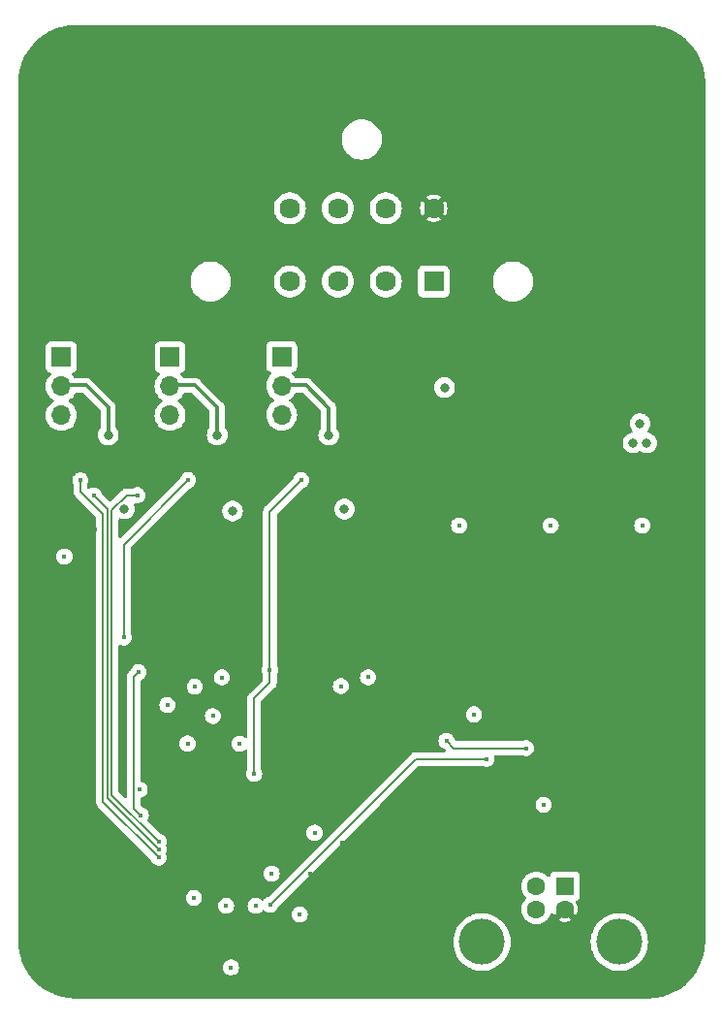
<source format=gbr>
%TF.GenerationSoftware,KiCad,Pcbnew,(7.0.0)*%
%TF.CreationDate,2023-06-26T10:50:56+12:00*%
%TF.ProjectId,VehicleVCU_PCB,56656869-636c-4655-9643-555f5043422e,rev?*%
%TF.SameCoordinates,Original*%
%TF.FileFunction,Copper,L4,Bot*%
%TF.FilePolarity,Positive*%
%FSLAX46Y46*%
G04 Gerber Fmt 4.6, Leading zero omitted, Abs format (unit mm)*
G04 Created by KiCad (PCBNEW (7.0.0)) date 2023-06-26 10:50:56*
%MOMM*%
%LPD*%
G01*
G04 APERTURE LIST*
%TA.AperFunction,ComponentPad*%
%ADD10R,1.785000X1.785000*%
%TD*%
%TA.AperFunction,ComponentPad*%
%ADD11C,1.785000*%
%TD*%
%TA.AperFunction,ComponentPad*%
%ADD12R,1.700000X1.700000*%
%TD*%
%TA.AperFunction,ComponentPad*%
%ADD13O,1.700000X1.700000*%
%TD*%
%TA.AperFunction,ComponentPad*%
%ADD14R,1.600000X1.600000*%
%TD*%
%TA.AperFunction,ComponentPad*%
%ADD15C,1.600000*%
%TD*%
%TA.AperFunction,ComponentPad*%
%ADD16C,4.000000*%
%TD*%
%TA.AperFunction,ViaPad*%
%ADD17C,0.400000*%
%TD*%
%TA.AperFunction,ViaPad*%
%ADD18C,0.800000*%
%TD*%
%TA.AperFunction,Conductor*%
%ADD19C,0.200000*%
%TD*%
%TA.AperFunction,Conductor*%
%ADD20C,0.300000*%
%TD*%
G04 APERTURE END LIST*
D10*
%TO.P,J2,1,Pin_1*%
%TO.N,GLV+*%
X156284999Y-77399999D03*
D11*
%TO.P,J2,2,Pin_2*%
%TO.N,CAN3-*%
X152095000Y-77400000D03*
%TO.P,J2,3,Pin_3*%
%TO.N,CAN2-*%
X147905000Y-77400000D03*
%TO.P,J2,4,Pin_4*%
%TO.N,CAN1-*%
X143715000Y-77400000D03*
%TO.P,J2,5,Pin_5*%
%TO.N,CAN1+*%
X143715000Y-71000000D03*
%TO.P,J2,6,Pin_6*%
%TO.N,CAN2+*%
X147905000Y-71000000D03*
%TO.P,J2,7,Pin_7*%
%TO.N,CAN3+*%
X152095000Y-71000000D03*
%TO.P,J2,8,Pin_8*%
%TO.N,GND*%
X156285000Y-71000000D03*
%TD*%
D12*
%TO.P,JP1,1,A*%
%TO.N,unconnected-(JP1-A-Pad1)*%
X142999999Y-83959999D03*
D13*
%TO.P,JP1,2,C*%
%TO.N,CAN3+*%
X142999999Y-86499999D03*
%TO.P,JP1,3,B*%
%TO.N,Net-(JP1-B)*%
X142999999Y-89039999D03*
%TD*%
D14*
%TO.P,J1,1,VBUS*%
%TO.N,Net-(D1-A)*%
X167749999Y-130212499D03*
D15*
%TO.P,J1,2,D-*%
%TO.N,D-*%
X165250000Y-130212500D03*
%TO.P,J1,3,D+*%
%TO.N,D+*%
X165250000Y-132212500D03*
%TO.P,J1,4,GND*%
%TO.N,GND*%
X167750000Y-132212500D03*
D16*
%TO.P,J1,5,Shield*%
%TO.N,unconnected-(J1-Shield-Pad5)*%
X172500000Y-135072500D03*
X160500000Y-135072500D03*
%TD*%
D12*
%TO.P,JP3,1,A*%
%TO.N,unconnected-(JP3-A-Pad1)*%
X123749999Y-83999999D03*
D13*
%TO.P,JP3,2,C*%
%TO.N,CAN1+*%
X123749999Y-86539999D03*
%TO.P,JP3,3,B*%
%TO.N,Net-(JP3-B)*%
X123749999Y-89079999D03*
%TD*%
D12*
%TO.P,JP2,1,A*%
%TO.N,unconnected-(JP2-A-Pad1)*%
X133249999Y-83999999D03*
D13*
%TO.P,JP2,2,C*%
%TO.N,CAN2+*%
X133249999Y-86539999D03*
%TO.P,JP2,3,B*%
%TO.N,Net-(JP2-B)*%
X133249999Y-89079999D03*
%TD*%
D17*
%TO.N,EN*%
X160890000Y-119090000D03*
X141990000Y-131810000D03*
%TO.N,GND*%
X145460000Y-129090000D03*
X146920000Y-97190000D03*
X164260000Y-102670000D03*
X145450000Y-130430000D03*
X144700000Y-93220000D03*
X137000000Y-124500000D03*
X149690000Y-114540000D03*
X145850000Y-84640000D03*
X139000000Y-124500000D03*
X167800000Y-127700000D03*
X141700000Y-132760000D03*
X149430000Y-119480000D03*
X137770000Y-113510000D03*
X131420000Y-119270000D03*
X138190000Y-133670000D03*
X148290000Y-126380000D03*
X138610000Y-115340000D03*
X126680000Y-99040000D03*
X147910000Y-117210000D03*
X137370000Y-92750000D03*
X132010000Y-134090000D03*
X176720000Y-85370000D03*
X137000000Y-125500000D03*
X138000000Y-126500000D03*
X135650000Y-115330000D03*
X132780000Y-119260000D03*
X172280000Y-107710000D03*
X157410000Y-116010000D03*
X137000000Y-126500000D03*
X125520000Y-107270000D03*
X156250000Y-107700000D03*
X144520000Y-125490000D03*
X146020000Y-118380000D03*
X122490000Y-101390000D03*
X139000000Y-123500000D03*
X147130000Y-92780000D03*
X129270000Y-86150000D03*
X127870000Y-92820000D03*
X126590000Y-84650000D03*
D18*
X162042500Y-94910000D03*
D17*
X125540000Y-105330000D03*
X155880000Y-137040000D03*
X139420000Y-102210000D03*
X152860000Y-129460000D03*
X121430000Y-106280000D03*
X126590000Y-107240000D03*
D18*
X155740000Y-86660000D03*
X169600000Y-85700000D03*
D17*
X172250000Y-102620000D03*
X164260000Y-107610000D03*
X138000000Y-123500000D03*
X148510000Y-86120000D03*
X139000000Y-126500000D03*
X137180000Y-97190000D03*
X131977276Y-129829713D03*
X125420000Y-93230000D03*
X162070000Y-123010000D03*
D18*
X176600000Y-89300000D03*
D17*
X135290000Y-132750000D03*
X137000000Y-123500000D03*
X126510000Y-104650000D03*
X139000000Y-125500000D03*
X148110000Y-121360000D03*
X138760000Y-86120000D03*
X141900000Y-134220000D03*
X134960000Y-93240000D03*
X138000000Y-124500000D03*
X136130000Y-84590000D03*
X156240000Y-102660000D03*
X141900000Y-137290000D03*
X148270000Y-127750000D03*
X138000000Y-125500000D03*
D18*
X169110000Y-89540000D03*
D17*
X122440000Y-107440000D03*
%TO.N,+3V3*%
X139340000Y-117750000D03*
X174500000Y-98700000D03*
X133010000Y-114380000D03*
X136990000Y-115340000D03*
X150550000Y-111960000D03*
X159810000Y-115199500D03*
X124020000Y-101410000D03*
D18*
X129270000Y-97230000D03*
D17*
X135340000Y-131220000D03*
D18*
X173700000Y-91500000D03*
D17*
X137770000Y-111970000D03*
X135420000Y-112780000D03*
X165880000Y-123080000D03*
X148170000Y-112730000D03*
X138580000Y-137290000D03*
D18*
X174300000Y-89800000D03*
D17*
X142130000Y-129100000D03*
X134780000Y-117740000D03*
X158500000Y-98700000D03*
D18*
X148480000Y-97270000D03*
D17*
X166500000Y-98700000D03*
X144580000Y-132680000D03*
X145870000Y-125530000D03*
X130600000Y-121770000D03*
X138150000Y-131910500D03*
D18*
X174900000Y-91500000D03*
X138710000Y-97450000D03*
X157240000Y-86660000D03*
D17*
X140730000Y-131915500D03*
D18*
%TO.N,CAN1+*%
X127860000Y-90800000D03*
%TO.N,CAN2+*%
X137370000Y-90810000D03*
%TO.N,CAN3+*%
X147110000Y-90820000D03*
D17*
%TO.N,CAN2_SPI_INT*%
X134830000Y-94750000D03*
X129200000Y-108480000D03*
%TO.N,CAN3_SPI_INT*%
X141970000Y-111350000D03*
X144710000Y-94750000D03*
X140600000Y-120400000D03*
%TO.N,CAN1_INT*%
X125410000Y-94760000D03*
X132250000Y-127700000D03*
%TO.N,RTS*%
X157400000Y-117500000D03*
X164340000Y-118150000D03*
%TO.N,SCLK*%
X130500000Y-111500000D03*
X130695000Y-123995000D03*
%TO.N,CAN1_TX*%
X126590000Y-96070000D03*
X132260000Y-127000000D03*
%TO.N,CAN1_RX*%
X130400000Y-96060000D03*
X132250000Y-126300000D03*
%TD*%
D19*
%TO.N,EN*%
X160890000Y-119090000D02*
X154710000Y-119090000D01*
X154710000Y-119090000D02*
X141990000Y-131810000D01*
D20*
%TO.N,CAN1+*%
X125915000Y-86475000D02*
X123750000Y-86475000D01*
X127860000Y-90800000D02*
X127860000Y-88420000D01*
X127860000Y-88420000D02*
X125915000Y-86475000D01*
%TO.N,CAN2+*%
X135435000Y-86475000D02*
X133250000Y-86475000D01*
X137370000Y-88410000D02*
X135435000Y-86475000D01*
X137370000Y-90810000D02*
X137370000Y-88410000D01*
%TO.N,CAN3+*%
X147110000Y-88430000D02*
X145155000Y-86475000D01*
X145155000Y-86475000D02*
X143000000Y-86475000D01*
X147110000Y-90820000D02*
X147110000Y-88430000D01*
D19*
%TO.N,CAN2_SPI_INT*%
X129200000Y-100380000D02*
X134830000Y-94750000D01*
X129200000Y-108480000D02*
X129200000Y-100380000D01*
%TO.N,CAN3_SPI_INT*%
X141970000Y-97490000D02*
X144710000Y-94750000D01*
X141970000Y-111350000D02*
X141970000Y-112430000D01*
X141970000Y-111350000D02*
X141970000Y-97490000D01*
X140600000Y-113800000D02*
X140600000Y-120400000D01*
X141970000Y-112430000D02*
X140600000Y-113800000D01*
%TO.N,CAN1_INT*%
X127360000Y-97680000D02*
X125410000Y-95730000D01*
X127360000Y-122807107D02*
X127360000Y-97680000D01*
X132250000Y-127700000D02*
X132252893Y-127700000D01*
X132252893Y-127700000D02*
X127360000Y-122807107D01*
X125410000Y-95730000D02*
X125410000Y-94760000D01*
%TO.N,RTS*%
X164340000Y-118150000D02*
X158050000Y-118150000D01*
X158050000Y-118150000D02*
X157400000Y-117500000D01*
%TO.N,SCLK*%
X130100000Y-111900000D02*
X130500000Y-111500000D01*
X130695000Y-123995000D02*
X130100000Y-123400000D01*
X130100000Y-123400000D02*
X130100000Y-111900000D01*
%TO.N,CAN1_TX*%
X127760000Y-122517107D02*
X127760000Y-101710000D01*
X127760000Y-101710000D02*
X127760000Y-97240000D01*
X132260000Y-127000000D02*
X132242893Y-127000000D01*
X127760000Y-97240000D02*
X126590000Y-96070000D01*
X132242893Y-127000000D02*
X127760000Y-122517107D01*
%TO.N,CAN1_RX*%
X128160000Y-97350050D02*
X129450050Y-96060000D01*
X128160000Y-113660000D02*
X128160000Y-97350050D01*
X132250000Y-126300000D02*
X128160000Y-122210000D01*
X129450050Y-96060000D02*
X130400000Y-96060000D01*
X128160000Y-122210000D02*
X128160000Y-113660000D01*
%TD*%
%TA.AperFunction,Conductor*%
%TO.N,GND*%
G36*
X175002562Y-55000605D02*
G01*
X175217600Y-55009500D01*
X175413455Y-55018052D01*
X175423330Y-55018881D01*
X175636706Y-55045479D01*
X175636793Y-55045490D01*
X175834945Y-55071577D01*
X175844192Y-55073153D01*
X176053521Y-55117044D01*
X176054765Y-55117312D01*
X176250386Y-55160680D01*
X176258901Y-55162889D01*
X176463665Y-55223850D01*
X176465325Y-55224359D01*
X176656696Y-55284698D01*
X176664453Y-55287431D01*
X176863363Y-55365046D01*
X176865513Y-55365911D01*
X177051024Y-55442752D01*
X177057972Y-55445886D01*
X177225903Y-55527982D01*
X177249587Y-55539561D01*
X177252383Y-55540972D01*
X177430420Y-55633652D01*
X177436636Y-55637118D01*
X177619793Y-55746255D01*
X177622929Y-55748187D01*
X177686491Y-55788681D01*
X177792282Y-55856078D01*
X177797710Y-55859741D01*
X177971184Y-55983599D01*
X177974616Y-55986140D01*
X178133912Y-56108372D01*
X178138567Y-56112126D01*
X178301226Y-56249891D01*
X178304838Y-56253072D01*
X178452925Y-56388769D01*
X178456807Y-56392486D01*
X178607512Y-56543191D01*
X178611232Y-56547076D01*
X178746921Y-56695155D01*
X178750107Y-56698772D01*
X178887872Y-56861431D01*
X178891626Y-56866086D01*
X179013858Y-57025382D01*
X179016399Y-57028814D01*
X179140257Y-57202288D01*
X179143920Y-57207716D01*
X179251800Y-57377052D01*
X179253743Y-57380205D01*
X179362880Y-57563362D01*
X179366346Y-57569578D01*
X179459026Y-57747615D01*
X179460437Y-57750411D01*
X179554099Y-57941997D01*
X179557260Y-57949005D01*
X179634051Y-58134395D01*
X179635008Y-58136774D01*
X179712559Y-58335523D01*
X179715302Y-58343309D01*
X179775602Y-58534554D01*
X179776186Y-58536460D01*
X179837105Y-58741084D01*
X179839321Y-58749627D01*
X179882671Y-58945166D01*
X179882971Y-58946559D01*
X179926844Y-59155802D01*
X179928422Y-59165062D01*
X179954459Y-59362829D01*
X179954568Y-59363677D01*
X179981114Y-59576641D01*
X179981948Y-59586570D01*
X179990513Y-59782728D01*
X179990525Y-59783013D01*
X179999394Y-59997438D01*
X179999500Y-60002562D01*
X179999500Y-134997438D01*
X179999394Y-135002563D01*
X179990525Y-135216987D01*
X179990513Y-135217271D01*
X179981948Y-135413428D01*
X179981114Y-135423357D01*
X179954568Y-135636321D01*
X179954459Y-135637169D01*
X179928422Y-135834936D01*
X179926844Y-135844196D01*
X179882971Y-136053439D01*
X179882671Y-136054832D01*
X179839321Y-136250371D01*
X179837105Y-136258914D01*
X179776186Y-136463538D01*
X179775602Y-136465444D01*
X179715302Y-136656689D01*
X179712559Y-136664475D01*
X179635008Y-136863224D01*
X179634051Y-136865603D01*
X179557260Y-137050993D01*
X179554099Y-137058001D01*
X179460437Y-137249587D01*
X179459026Y-137252383D01*
X179366346Y-137430420D01*
X179362880Y-137436636D01*
X179253743Y-137619793D01*
X179251800Y-137622946D01*
X179143920Y-137792282D01*
X179140257Y-137797710D01*
X179016399Y-137971184D01*
X179013858Y-137974616D01*
X178891626Y-138133912D01*
X178887872Y-138138567D01*
X178750107Y-138301226D01*
X178746908Y-138304858D01*
X178611254Y-138452899D01*
X178607512Y-138456807D01*
X178456807Y-138607512D01*
X178452899Y-138611254D01*
X178304858Y-138746908D01*
X178301226Y-138750107D01*
X178138567Y-138887872D01*
X178133912Y-138891626D01*
X177974616Y-139013858D01*
X177971184Y-139016399D01*
X177797710Y-139140257D01*
X177792282Y-139143920D01*
X177622946Y-139251800D01*
X177619793Y-139253743D01*
X177436636Y-139362880D01*
X177430420Y-139366346D01*
X177252383Y-139459026D01*
X177249587Y-139460437D01*
X177058001Y-139554099D01*
X177050993Y-139557260D01*
X176865603Y-139634051D01*
X176863224Y-139635008D01*
X176664475Y-139712559D01*
X176656689Y-139715302D01*
X176465444Y-139775602D01*
X176463538Y-139776186D01*
X176258914Y-139837105D01*
X176250371Y-139839321D01*
X176054832Y-139882671D01*
X176053439Y-139882971D01*
X175844196Y-139926844D01*
X175834936Y-139928422D01*
X175637169Y-139954459D01*
X175636321Y-139954568D01*
X175423357Y-139981114D01*
X175413428Y-139981948D01*
X175217381Y-139990508D01*
X175217097Y-139990520D01*
X175002563Y-139999394D01*
X174997438Y-139999500D01*
X125002562Y-139999500D01*
X124997437Y-139999394D01*
X124782901Y-139990520D01*
X124782617Y-139990508D01*
X124586570Y-139981948D01*
X124576641Y-139981114D01*
X124363677Y-139954568D01*
X124362829Y-139954459D01*
X124165062Y-139928422D01*
X124155802Y-139926844D01*
X123946559Y-139882971D01*
X123945166Y-139882671D01*
X123749627Y-139839321D01*
X123741084Y-139837105D01*
X123536460Y-139776186D01*
X123534554Y-139775602D01*
X123343309Y-139715302D01*
X123335523Y-139712559D01*
X123206985Y-139662404D01*
X123136734Y-139634991D01*
X123134395Y-139634051D01*
X122949005Y-139557260D01*
X122941997Y-139554099D01*
X122750411Y-139460437D01*
X122747615Y-139459026D01*
X122569578Y-139366346D01*
X122563362Y-139362880D01*
X122380205Y-139253743D01*
X122377052Y-139251800D01*
X122207716Y-139143920D01*
X122202288Y-139140257D01*
X122028814Y-139016399D01*
X122025382Y-139013858D01*
X121866086Y-138891626D01*
X121861431Y-138887872D01*
X121698772Y-138750107D01*
X121695155Y-138746921D01*
X121547076Y-138611232D01*
X121543191Y-138607512D01*
X121392486Y-138456807D01*
X121388769Y-138452925D01*
X121253072Y-138304838D01*
X121249891Y-138301226D01*
X121112126Y-138138567D01*
X121108372Y-138133912D01*
X120986140Y-137974616D01*
X120983599Y-137971184D01*
X120859741Y-137797710D01*
X120856078Y-137792282D01*
X120748198Y-137622946D01*
X120746255Y-137619793D01*
X120637118Y-137436636D01*
X120633652Y-137430420D01*
X120560554Y-137290000D01*
X137874355Y-137290000D01*
X137875259Y-137297445D01*
X137893955Y-137451423D01*
X137893956Y-137451427D01*
X137894860Y-137458872D01*
X137897518Y-137465882D01*
X137897520Y-137465888D01*
X137952520Y-137610912D01*
X137955182Y-137617930D01*
X138051817Y-137757929D01*
X138179148Y-137870734D01*
X138329775Y-137949790D01*
X138494944Y-137990500D01*
X138657556Y-137990500D01*
X138665056Y-137990500D01*
X138830225Y-137949790D01*
X138980852Y-137870734D01*
X139108183Y-137757929D01*
X139204818Y-137617930D01*
X139265140Y-137458872D01*
X139285645Y-137290000D01*
X139265140Y-137121128D01*
X139204818Y-136962070D01*
X139108183Y-136822071D01*
X138980852Y-136709266D01*
X138895511Y-136664475D01*
X138836866Y-136633695D01*
X138836862Y-136633693D01*
X138830225Y-136630210D01*
X138822947Y-136628416D01*
X138822944Y-136628415D01*
X138672337Y-136591294D01*
X138672332Y-136591293D01*
X138665056Y-136589500D01*
X138494944Y-136589500D01*
X138487668Y-136591293D01*
X138487662Y-136591294D01*
X138337055Y-136628415D01*
X138337050Y-136628416D01*
X138329775Y-136630210D01*
X138323140Y-136633692D01*
X138323133Y-136633695D01*
X138185791Y-136705779D01*
X138185788Y-136705780D01*
X138179148Y-136709266D01*
X138173537Y-136714236D01*
X138173531Y-136714241D01*
X138057430Y-136817098D01*
X138051817Y-136822071D01*
X138047562Y-136828235D01*
X138047557Y-136828241D01*
X137959445Y-136955893D01*
X137959442Y-136955897D01*
X137955182Y-136962070D01*
X137952523Y-136969081D01*
X137952520Y-136969087D01*
X137897520Y-137114111D01*
X137897517Y-137114119D01*
X137894860Y-137121128D01*
X137893956Y-137128570D01*
X137893955Y-137128576D01*
X137875356Y-137281755D01*
X137874355Y-137290000D01*
X120560554Y-137290000D01*
X120540972Y-137252383D01*
X120539561Y-137249587D01*
X120527982Y-137225903D01*
X120445886Y-137057972D01*
X120442752Y-137051024D01*
X120365911Y-136865513D01*
X120365046Y-136863363D01*
X120287431Y-136664453D01*
X120284696Y-136656689D01*
X120277446Y-136633695D01*
X120224359Y-136465325D01*
X120223850Y-136463665D01*
X120162889Y-136258901D01*
X120160680Y-136250386D01*
X120117312Y-136054765D01*
X120117027Y-136053439D01*
X120111495Y-136027057D01*
X120073153Y-135844192D01*
X120071576Y-135834936D01*
X120045490Y-135636793D01*
X120045483Y-135636743D01*
X120018881Y-135423330D01*
X120018052Y-135413455D01*
X120009486Y-135217271D01*
X120003498Y-135072500D01*
X157994556Y-135072500D01*
X158014312Y-135386515D01*
X158015039Y-135390327D01*
X158015041Y-135390341D01*
X158072538Y-135691749D01*
X158073269Y-135695579D01*
X158170497Y-135994815D01*
X158304463Y-136279507D01*
X158306545Y-136282788D01*
X158306548Y-136282793D01*
X158470962Y-136541869D01*
X158470966Y-136541875D01*
X158473053Y-136545163D01*
X158475532Y-136548160D01*
X158475536Y-136548165D01*
X158541925Y-136628415D01*
X158673610Y-136787594D01*
X158902970Y-137002978D01*
X159157516Y-137187916D01*
X159160923Y-137189789D01*
X159356747Y-137297445D01*
X159433234Y-137339494D01*
X159725775Y-137455319D01*
X160030527Y-137533566D01*
X160342682Y-137573000D01*
X160653423Y-137573000D01*
X160657318Y-137573000D01*
X160969473Y-137533566D01*
X161274225Y-137455319D01*
X161566766Y-137339494D01*
X161842484Y-137187916D01*
X162097030Y-137002978D01*
X162326390Y-136787594D01*
X162526947Y-136545163D01*
X162695537Y-136279507D01*
X162829503Y-135994815D01*
X162926731Y-135695579D01*
X162985688Y-135386515D01*
X163005444Y-135072500D01*
X169994556Y-135072500D01*
X170014312Y-135386515D01*
X170015039Y-135390327D01*
X170015041Y-135390341D01*
X170072538Y-135691749D01*
X170073269Y-135695579D01*
X170170497Y-135994815D01*
X170304463Y-136279507D01*
X170306545Y-136282788D01*
X170306548Y-136282793D01*
X170470962Y-136541869D01*
X170470966Y-136541875D01*
X170473053Y-136545163D01*
X170475532Y-136548160D01*
X170475536Y-136548165D01*
X170541925Y-136628415D01*
X170673610Y-136787594D01*
X170902970Y-137002978D01*
X171157516Y-137187916D01*
X171160923Y-137189789D01*
X171356747Y-137297445D01*
X171433234Y-137339494D01*
X171725775Y-137455319D01*
X172030527Y-137533566D01*
X172342682Y-137573000D01*
X172653423Y-137573000D01*
X172657318Y-137573000D01*
X172969473Y-137533566D01*
X173274225Y-137455319D01*
X173566766Y-137339494D01*
X173842484Y-137187916D01*
X174097030Y-137002978D01*
X174326390Y-136787594D01*
X174526947Y-136545163D01*
X174695537Y-136279507D01*
X174829503Y-135994815D01*
X174926731Y-135695579D01*
X174985688Y-135386515D01*
X175005444Y-135072500D01*
X174985688Y-134758485D01*
X174926731Y-134449421D01*
X174829503Y-134150185D01*
X174695537Y-133865493D01*
X174526947Y-133599837D01*
X174326390Y-133357406D01*
X174097030Y-133142022D01*
X174089874Y-133136823D01*
X173845633Y-132959372D01*
X173845634Y-132959372D01*
X173842484Y-132957084D01*
X173839081Y-132955213D01*
X173839076Y-132955210D01*
X173570183Y-132807384D01*
X173570176Y-132807380D01*
X173566766Y-132805506D01*
X173563140Y-132804070D01*
X173563135Y-132804068D01*
X173277847Y-132691115D01*
X173277846Y-132691114D01*
X173274225Y-132689681D01*
X173270455Y-132688713D01*
X173270452Y-132688712D01*
X172973256Y-132612405D01*
X172973251Y-132612404D01*
X172969473Y-132611434D01*
X172965602Y-132610945D01*
X172965597Y-132610944D01*
X172661184Y-132572488D01*
X172661177Y-132572487D01*
X172657318Y-132572000D01*
X172342682Y-132572000D01*
X172338823Y-132572487D01*
X172338815Y-132572488D01*
X172034402Y-132610944D01*
X172034394Y-132610945D01*
X172030527Y-132611434D01*
X172026751Y-132612403D01*
X172026743Y-132612405D01*
X171729547Y-132688712D01*
X171729539Y-132688714D01*
X171725775Y-132689681D01*
X171722158Y-132691112D01*
X171722152Y-132691115D01*
X171436864Y-132804068D01*
X171436853Y-132804072D01*
X171433234Y-132805506D01*
X171429829Y-132807377D01*
X171429816Y-132807384D01*
X171160923Y-132955210D01*
X171160911Y-132955217D01*
X171157516Y-132957084D01*
X171154372Y-132959367D01*
X171154366Y-132959372D01*
X170906126Y-133139728D01*
X170906115Y-133139736D01*
X170902970Y-133142022D01*
X170900135Y-133144683D01*
X170900128Y-133144690D01*
X170676447Y-133354741D01*
X170676440Y-133354748D01*
X170673610Y-133357406D01*
X170671135Y-133360397D01*
X170671131Y-133360402D01*
X170475536Y-133596834D01*
X170475526Y-133596846D01*
X170473053Y-133599837D01*
X170470971Y-133603116D01*
X170470962Y-133603130D01*
X170306548Y-133862206D01*
X170306541Y-133862217D01*
X170304463Y-133865493D01*
X170302810Y-133869004D01*
X170302807Y-133869011D01*
X170172153Y-134146665D01*
X170170497Y-134150185D01*
X170073269Y-134449421D01*
X170072540Y-134453241D01*
X170072538Y-134453250D01*
X170015041Y-134754658D01*
X170015038Y-134754674D01*
X170014312Y-134758485D01*
X169994556Y-135072500D01*
X163005444Y-135072500D01*
X162985688Y-134758485D01*
X162926731Y-134449421D01*
X162829503Y-134150185D01*
X162695537Y-133865493D01*
X162526947Y-133599837D01*
X162326390Y-133357406D01*
X162097030Y-133142022D01*
X162089874Y-133136823D01*
X161845633Y-132959372D01*
X161845634Y-132959372D01*
X161842484Y-132957084D01*
X161839081Y-132955213D01*
X161839076Y-132955210D01*
X161570183Y-132807384D01*
X161570176Y-132807380D01*
X161566766Y-132805506D01*
X161563140Y-132804070D01*
X161563135Y-132804068D01*
X161277847Y-132691115D01*
X161277846Y-132691114D01*
X161274225Y-132689681D01*
X161270455Y-132688713D01*
X161270452Y-132688712D01*
X160973256Y-132612405D01*
X160973251Y-132612404D01*
X160969473Y-132611434D01*
X160965602Y-132610945D01*
X160965597Y-132610944D01*
X160661184Y-132572488D01*
X160661177Y-132572487D01*
X160657318Y-132572000D01*
X160342682Y-132572000D01*
X160338823Y-132572487D01*
X160338815Y-132572488D01*
X160034402Y-132610944D01*
X160034394Y-132610945D01*
X160030527Y-132611434D01*
X160026751Y-132612403D01*
X160026743Y-132612405D01*
X159729547Y-132688712D01*
X159729539Y-132688714D01*
X159725775Y-132689681D01*
X159722158Y-132691112D01*
X159722152Y-132691115D01*
X159436864Y-132804068D01*
X159436853Y-132804072D01*
X159433234Y-132805506D01*
X159429829Y-132807377D01*
X159429816Y-132807384D01*
X159160923Y-132955210D01*
X159160911Y-132955217D01*
X159157516Y-132957084D01*
X159154372Y-132959367D01*
X159154366Y-132959372D01*
X158906126Y-133139728D01*
X158906115Y-133139736D01*
X158902970Y-133142022D01*
X158900135Y-133144683D01*
X158900128Y-133144690D01*
X158676447Y-133354741D01*
X158676440Y-133354748D01*
X158673610Y-133357406D01*
X158671135Y-133360397D01*
X158671131Y-133360402D01*
X158475536Y-133596834D01*
X158475526Y-133596846D01*
X158473053Y-133599837D01*
X158470971Y-133603116D01*
X158470962Y-133603130D01*
X158306548Y-133862206D01*
X158306541Y-133862217D01*
X158304463Y-133865493D01*
X158302810Y-133869004D01*
X158302807Y-133869011D01*
X158172153Y-134146665D01*
X158170497Y-134150185D01*
X158073269Y-134449421D01*
X158072540Y-134453241D01*
X158072538Y-134453250D01*
X158015041Y-134754658D01*
X158015038Y-134754674D01*
X158014312Y-134758485D01*
X157994556Y-135072500D01*
X120003498Y-135072500D01*
X120000605Y-135002562D01*
X120000500Y-134997439D01*
X120000500Y-132680000D01*
X143874355Y-132680000D01*
X143875259Y-132687445D01*
X143893955Y-132841423D01*
X143893956Y-132841427D01*
X143894860Y-132848872D01*
X143897518Y-132855882D01*
X143897520Y-132855888D01*
X143952520Y-133000912D01*
X143955182Y-133007930D01*
X143959444Y-133014105D01*
X143959445Y-133014106D01*
X144044151Y-133136824D01*
X144051817Y-133147929D01*
X144179148Y-133260734D01*
X144329775Y-133339790D01*
X144494944Y-133380500D01*
X144657556Y-133380500D01*
X144665056Y-133380500D01*
X144830225Y-133339790D01*
X144980852Y-133260734D01*
X145108183Y-133147929D01*
X145204818Y-133007930D01*
X145265140Y-132848872D01*
X145285645Y-132680000D01*
X145265140Y-132511128D01*
X145257604Y-132491258D01*
X145216700Y-132383401D01*
X145204818Y-132352070D01*
X145126377Y-132238430D01*
X145112442Y-132218241D01*
X145112441Y-132218240D01*
X145108479Y-132212500D01*
X163944532Y-132212500D01*
X163945004Y-132217895D01*
X163962773Y-132421004D01*
X163964365Y-132439192D01*
X163965762Y-132444407D01*
X163965764Y-132444416D01*
X164021858Y-132653763D01*
X164021861Y-132653771D01*
X164023261Y-132658996D01*
X164119432Y-132865234D01*
X164122539Y-132869671D01*
X164122540Y-132869673D01*
X164206600Y-132989724D01*
X164249953Y-133051639D01*
X164410861Y-133212547D01*
X164597266Y-133343068D01*
X164803504Y-133439239D01*
X165023308Y-133498135D01*
X165250000Y-133517968D01*
X165476692Y-133498135D01*
X165696496Y-133439239D01*
X165902734Y-133343068D01*
X166089139Y-133212547D01*
X166155408Y-133146278D01*
X167173298Y-133146278D01*
X167181235Y-133154124D01*
X167252712Y-133198380D01*
X167262929Y-133203468D01*
X167442333Y-133272969D01*
X167453318Y-133276094D01*
X167642440Y-133311447D01*
X167653799Y-133312500D01*
X167846201Y-133312500D01*
X167857559Y-133311447D01*
X168046681Y-133276094D01*
X168057666Y-133272969D01*
X168237071Y-133203468D01*
X168247284Y-133198382D01*
X168318764Y-133154123D01*
X168326701Y-133146278D01*
X168320771Y-133136824D01*
X167761542Y-132577595D01*
X167750000Y-132570931D01*
X167738456Y-132577596D01*
X167179228Y-133136823D01*
X167173298Y-133146278D01*
X166155408Y-133146278D01*
X166250047Y-133051639D01*
X166380568Y-132865234D01*
X166476739Y-132658996D01*
X166485638Y-132625783D01*
X166515860Y-132572106D01*
X166568183Y-132539596D01*
X166629695Y-132536276D01*
X166685213Y-132562965D01*
X166721038Y-132613077D01*
X166722442Y-132616702D01*
X166806645Y-132785805D01*
X166812944Y-132790488D01*
X166825111Y-132783834D01*
X167662318Y-131946627D01*
X167717905Y-131914533D01*
X167782093Y-131914533D01*
X167837680Y-131946627D01*
X168674890Y-132783837D01*
X168687054Y-132790490D01*
X168693350Y-132785812D01*
X168777554Y-132616708D01*
X168781685Y-132606045D01*
X168834333Y-132421004D01*
X168836431Y-132409782D01*
X168854184Y-132218209D01*
X168854184Y-132206791D01*
X168836431Y-132015217D01*
X168834333Y-132003995D01*
X168781685Y-131818954D01*
X168777556Y-131808296D01*
X168693451Y-131639391D01*
X168681029Y-131572158D01*
X168706129Y-131508562D01*
X168761117Y-131467937D01*
X168792331Y-131456296D01*
X168907546Y-131370046D01*
X168993796Y-131254831D01*
X169044091Y-131119983D01*
X169050500Y-131060373D01*
X169050499Y-129364628D01*
X169044091Y-129305017D01*
X168993796Y-129170169D01*
X168907546Y-129054954D01*
X168792331Y-128968704D01*
X168711554Y-128938576D01*
X168664752Y-128921120D01*
X168664750Y-128921119D01*
X168657483Y-128918409D01*
X168649770Y-128917579D01*
X168649767Y-128917579D01*
X168601180Y-128912355D01*
X168601169Y-128912354D01*
X168597873Y-128912000D01*
X168594550Y-128912000D01*
X166905439Y-128912000D01*
X166905420Y-128912000D01*
X166902128Y-128912001D01*
X166898850Y-128912353D01*
X166898838Y-128912354D01*
X166850231Y-128917579D01*
X166850225Y-128917580D01*
X166842517Y-128918409D01*
X166835252Y-128921118D01*
X166835246Y-128921120D01*
X166715980Y-128965604D01*
X166715978Y-128965604D01*
X166707669Y-128968704D01*
X166700572Y-128974016D01*
X166700568Y-128974019D01*
X166599550Y-129049641D01*
X166599546Y-129049644D01*
X166592454Y-129054954D01*
X166587144Y-129062046D01*
X166587141Y-129062050D01*
X166511519Y-129163068D01*
X166511516Y-129163072D01*
X166506204Y-129170169D01*
X166503104Y-129178478D01*
X166503104Y-129178480D01*
X166458619Y-129297749D01*
X166458617Y-129297754D01*
X166455909Y-129305017D01*
X166455193Y-129311671D01*
X166424372Y-129368414D01*
X166368628Y-129401995D01*
X166303556Y-129402720D01*
X166247077Y-129370391D01*
X166092968Y-129216282D01*
X166089139Y-129212453D01*
X165928538Y-129100000D01*
X165907173Y-129085040D01*
X165907171Y-129085039D01*
X165902734Y-129081932D01*
X165696496Y-128985761D01*
X165691271Y-128984361D01*
X165691263Y-128984358D01*
X165481916Y-128928264D01*
X165481907Y-128928262D01*
X165476692Y-128926865D01*
X165471304Y-128926393D01*
X165471301Y-128926393D01*
X165255395Y-128907504D01*
X165250000Y-128907032D01*
X165244605Y-128907504D01*
X165028698Y-128926393D01*
X165028693Y-128926393D01*
X165023308Y-128926865D01*
X165018094Y-128928262D01*
X165018083Y-128928264D01*
X164808736Y-128984358D01*
X164808724Y-128984362D01*
X164803504Y-128985761D01*
X164798599Y-128988047D01*
X164798594Y-128988050D01*
X164602176Y-129079642D01*
X164602172Y-129079644D01*
X164597266Y-129081932D01*
X164592833Y-129085035D01*
X164592826Y-129085040D01*
X164415296Y-129209347D01*
X164415291Y-129209350D01*
X164410861Y-129212453D01*
X164407037Y-129216276D01*
X164407031Y-129216282D01*
X164253782Y-129369531D01*
X164253776Y-129369537D01*
X164249953Y-129373361D01*
X164246850Y-129377791D01*
X164246847Y-129377796D01*
X164122540Y-129555326D01*
X164122535Y-129555333D01*
X164119432Y-129559766D01*
X164117144Y-129564672D01*
X164117142Y-129564676D01*
X164025550Y-129761094D01*
X164025547Y-129761099D01*
X164023261Y-129766004D01*
X164021862Y-129771224D01*
X164021858Y-129771236D01*
X163965764Y-129980583D01*
X163965762Y-129980594D01*
X163964365Y-129985808D01*
X163944532Y-130212500D01*
X163964365Y-130439192D01*
X163965762Y-130444407D01*
X163965764Y-130444416D01*
X164021858Y-130653763D01*
X164021861Y-130653771D01*
X164023261Y-130658996D01*
X164119432Y-130865234D01*
X164122539Y-130869671D01*
X164122540Y-130869673D01*
X164143136Y-130899087D01*
X164249953Y-131051639D01*
X164253782Y-131055468D01*
X164323133Y-131124819D01*
X164355227Y-131180406D01*
X164355227Y-131244594D01*
X164323133Y-131300181D01*
X164253782Y-131369531D01*
X164253776Y-131369537D01*
X164249953Y-131373361D01*
X164246850Y-131377791D01*
X164246847Y-131377796D01*
X164122540Y-131555326D01*
X164122535Y-131555333D01*
X164119432Y-131559766D01*
X164117144Y-131564672D01*
X164117142Y-131564676D01*
X164025550Y-131761094D01*
X164025547Y-131761099D01*
X164023261Y-131766004D01*
X164021862Y-131771224D01*
X164021858Y-131771236D01*
X163965764Y-131980583D01*
X163965762Y-131980594D01*
X163964365Y-131985808D01*
X163963893Y-131991193D01*
X163963893Y-131991198D01*
X163954003Y-132104241D01*
X163944532Y-132212500D01*
X145108479Y-132212500D01*
X145108183Y-132212071D01*
X144980852Y-132099266D01*
X144942948Y-132079372D01*
X144836866Y-132023695D01*
X144836862Y-132023693D01*
X144830225Y-132020210D01*
X144822947Y-132018416D01*
X144822944Y-132018415D01*
X144672337Y-131981294D01*
X144672332Y-131981293D01*
X144665056Y-131979500D01*
X144494944Y-131979500D01*
X144487668Y-131981293D01*
X144487662Y-131981294D01*
X144337055Y-132018415D01*
X144337050Y-132018416D01*
X144329775Y-132020210D01*
X144323140Y-132023692D01*
X144323133Y-132023695D01*
X144185791Y-132095779D01*
X144185788Y-132095780D01*
X144179148Y-132099266D01*
X144173537Y-132104236D01*
X144173531Y-132104241D01*
X144057777Y-132206791D01*
X144051817Y-132212071D01*
X144047562Y-132218235D01*
X144047557Y-132218241D01*
X143959445Y-132345893D01*
X143959442Y-132345897D01*
X143955182Y-132352070D01*
X143952523Y-132359081D01*
X143952520Y-132359087D01*
X143897520Y-132504111D01*
X143897517Y-132504119D01*
X143894860Y-132511128D01*
X143893956Y-132518570D01*
X143893955Y-132518576D01*
X143882481Y-132613077D01*
X143874355Y-132680000D01*
X120000500Y-132680000D01*
X120000500Y-131220000D01*
X134634355Y-131220000D01*
X134635259Y-131227445D01*
X134653955Y-131381423D01*
X134653956Y-131381427D01*
X134654860Y-131388872D01*
X134657518Y-131395882D01*
X134657520Y-131395888D01*
X134712520Y-131540912D01*
X134715182Y-131547930D01*
X134719444Y-131554105D01*
X134719445Y-131554106D01*
X134778312Y-131639390D01*
X134811817Y-131687929D01*
X134939148Y-131800734D01*
X135089775Y-131879790D01*
X135254944Y-131920500D01*
X135417556Y-131920500D01*
X135425056Y-131920500D01*
X135465628Y-131910500D01*
X137444355Y-131910500D01*
X137445259Y-131917945D01*
X137463955Y-132071923D01*
X137463956Y-132071927D01*
X137464860Y-132079372D01*
X137467518Y-132086382D01*
X137467520Y-132086388D01*
X137497580Y-132165649D01*
X137525182Y-132238430D01*
X137529444Y-132244605D01*
X137529445Y-132244606D01*
X137603622Y-132352070D01*
X137621817Y-132378429D01*
X137749148Y-132491234D01*
X137899775Y-132570290D01*
X138064944Y-132611000D01*
X138227556Y-132611000D01*
X138235056Y-132611000D01*
X138400225Y-132570290D01*
X138550852Y-132491234D01*
X138678183Y-132378429D01*
X138774818Y-132238430D01*
X138835140Y-132079372D01*
X138855038Y-131915500D01*
X140024355Y-131915500D01*
X140025259Y-131922945D01*
X140043955Y-132076923D01*
X140043956Y-132076927D01*
X140044860Y-132084372D01*
X140047518Y-132091382D01*
X140047520Y-132091388D01*
X140095617Y-132218209D01*
X140105182Y-132243430D01*
X140109444Y-132249605D01*
X140109445Y-132249606D01*
X140185014Y-132359087D01*
X140201817Y-132383429D01*
X140329148Y-132496234D01*
X140479775Y-132575290D01*
X140644944Y-132616000D01*
X140807556Y-132616000D01*
X140815056Y-132616000D01*
X140980225Y-132575290D01*
X141130852Y-132496234D01*
X141258183Y-132383429D01*
X141301133Y-132321204D01*
X141354579Y-132277568D01*
X141423074Y-132269251D01*
X141485408Y-132298829D01*
X141589148Y-132390734D01*
X141739775Y-132469790D01*
X141904944Y-132510500D01*
X142067556Y-132510500D01*
X142075056Y-132510500D01*
X142240225Y-132469790D01*
X142390852Y-132390734D01*
X142518183Y-132277929D01*
X142614818Y-132137930D01*
X142668620Y-131996061D01*
X142696879Y-131952354D01*
X151569234Y-123080000D01*
X165174355Y-123080000D01*
X165175259Y-123087445D01*
X165193955Y-123241423D01*
X165193956Y-123241427D01*
X165194860Y-123248872D01*
X165197518Y-123255882D01*
X165197520Y-123255888D01*
X165252520Y-123400912D01*
X165255182Y-123407930D01*
X165259444Y-123414105D01*
X165259445Y-123414106D01*
X165341678Y-123533241D01*
X165351817Y-123547929D01*
X165479148Y-123660734D01*
X165629775Y-123739790D01*
X165794944Y-123780500D01*
X165957556Y-123780500D01*
X165965056Y-123780500D01*
X166130225Y-123739790D01*
X166280852Y-123660734D01*
X166408183Y-123547929D01*
X166504818Y-123407930D01*
X166565140Y-123248872D01*
X166585645Y-123080000D01*
X166565140Y-122911128D01*
X166504818Y-122752070D01*
X166408183Y-122612071D01*
X166280852Y-122499266D01*
X166255823Y-122486129D01*
X166136866Y-122423695D01*
X166136862Y-122423693D01*
X166130225Y-122420210D01*
X166122947Y-122418416D01*
X166122944Y-122418415D01*
X165972337Y-122381294D01*
X165972332Y-122381293D01*
X165965056Y-122379500D01*
X165794944Y-122379500D01*
X165787668Y-122381293D01*
X165787662Y-122381294D01*
X165637055Y-122418415D01*
X165637050Y-122418416D01*
X165629775Y-122420210D01*
X165623140Y-122423692D01*
X165623133Y-122423695D01*
X165485791Y-122495779D01*
X165485788Y-122495780D01*
X165479148Y-122499266D01*
X165473537Y-122504236D01*
X165473531Y-122504241D01*
X165357430Y-122607098D01*
X165351817Y-122612071D01*
X165347562Y-122618235D01*
X165347557Y-122618241D01*
X165259445Y-122745893D01*
X165259442Y-122745897D01*
X165255182Y-122752070D01*
X165252523Y-122759081D01*
X165252520Y-122759087D01*
X165197520Y-122904111D01*
X165197517Y-122904119D01*
X165194860Y-122911128D01*
X165193956Y-122918570D01*
X165193955Y-122918576D01*
X165188456Y-122963869D01*
X165174355Y-123080000D01*
X151569234Y-123080000D01*
X154922415Y-119726819D01*
X154962644Y-119699939D01*
X155010097Y-119690500D01*
X160496246Y-119690500D01*
X160553872Y-119704704D01*
X160639775Y-119749790D01*
X160804944Y-119790500D01*
X160967556Y-119790500D01*
X160975056Y-119790500D01*
X161140225Y-119749790D01*
X161290852Y-119670734D01*
X161418183Y-119557929D01*
X161514818Y-119417930D01*
X161575140Y-119258872D01*
X161595645Y-119090000D01*
X161575140Y-118921128D01*
X161572478Y-118914110D01*
X161570685Y-118906833D01*
X161572661Y-118906345D01*
X161566977Y-118859564D01*
X161588020Y-118804066D01*
X161632445Y-118764705D01*
X161690074Y-118750500D01*
X163946246Y-118750500D01*
X164003872Y-118764704D01*
X164089775Y-118809790D01*
X164254944Y-118850500D01*
X164417556Y-118850500D01*
X164425056Y-118850500D01*
X164590225Y-118809790D01*
X164740852Y-118730734D01*
X164868183Y-118617929D01*
X164964818Y-118477930D01*
X165025140Y-118318872D01*
X165045645Y-118150000D01*
X165025140Y-117981128D01*
X165004190Y-117925888D01*
X164994912Y-117901423D01*
X164964818Y-117822070D01*
X164868183Y-117682071D01*
X164762649Y-117588576D01*
X164746468Y-117574241D01*
X164746466Y-117574239D01*
X164740852Y-117569266D01*
X164715823Y-117556129D01*
X164596866Y-117493695D01*
X164596862Y-117493693D01*
X164590225Y-117490210D01*
X164582947Y-117488416D01*
X164582944Y-117488415D01*
X164432337Y-117451294D01*
X164432332Y-117451293D01*
X164425056Y-117449500D01*
X164254944Y-117449500D01*
X164247668Y-117451293D01*
X164247662Y-117451294D01*
X164097055Y-117488415D01*
X164097050Y-117488416D01*
X164089775Y-117490210D01*
X164083140Y-117493692D01*
X164083133Y-117493695D01*
X164003872Y-117535296D01*
X163946246Y-117549500D01*
X158350097Y-117549500D01*
X158302644Y-117540061D01*
X158262416Y-117513181D01*
X158106881Y-117357646D01*
X158078620Y-117313936D01*
X158027479Y-117179087D01*
X158024818Y-117172070D01*
X157941452Y-117051294D01*
X157932442Y-117038241D01*
X157932441Y-117038240D01*
X157928183Y-117032071D01*
X157800852Y-116919266D01*
X157775823Y-116906129D01*
X157656866Y-116843695D01*
X157656862Y-116843693D01*
X157650225Y-116840210D01*
X157642947Y-116838416D01*
X157642944Y-116838415D01*
X157492337Y-116801294D01*
X157492332Y-116801293D01*
X157485056Y-116799500D01*
X157314944Y-116799500D01*
X157307668Y-116801293D01*
X157307662Y-116801294D01*
X157157055Y-116838415D01*
X157157050Y-116838416D01*
X157149775Y-116840210D01*
X157143140Y-116843692D01*
X157143133Y-116843695D01*
X157005791Y-116915779D01*
X157005788Y-116915780D01*
X156999148Y-116919266D01*
X156993537Y-116924236D01*
X156993531Y-116924241D01*
X156877430Y-117027098D01*
X156871817Y-117032071D01*
X156867562Y-117038235D01*
X156867557Y-117038241D01*
X156779445Y-117165893D01*
X156779442Y-117165897D01*
X156775182Y-117172070D01*
X156772523Y-117179081D01*
X156772520Y-117179087D01*
X156717520Y-117324111D01*
X156717517Y-117324119D01*
X156714860Y-117331128D01*
X156713956Y-117338570D01*
X156713955Y-117338576D01*
X156702965Y-117429087D01*
X156694355Y-117500000D01*
X156695259Y-117507445D01*
X156713955Y-117661423D01*
X156713956Y-117661427D01*
X156714860Y-117668872D01*
X156717518Y-117675882D01*
X156717520Y-117675888D01*
X156770617Y-117815893D01*
X156775182Y-117827930D01*
X156779444Y-117834105D01*
X156779445Y-117834106D01*
X156831052Y-117908872D01*
X156871817Y-117967929D01*
X156886716Y-117981128D01*
X156991666Y-118074106D01*
X156999148Y-118080734D01*
X157149775Y-118159790D01*
X157157060Y-118161585D01*
X157157064Y-118161587D01*
X157196869Y-118171397D01*
X157254878Y-118204113D01*
X157328584Y-118277819D01*
X157358834Y-118327182D01*
X157363376Y-118384898D01*
X157341221Y-118438385D01*
X157297198Y-118475985D01*
X157240903Y-118489500D01*
X154757494Y-118489500D01*
X154741308Y-118488439D01*
X154718059Y-118485378D01*
X154710000Y-118484317D01*
X154701941Y-118485378D01*
X154568737Y-118502915D01*
X154568735Y-118502915D01*
X154553237Y-118504956D01*
X154553238Y-118504956D01*
X154539127Y-118510800D01*
X154539125Y-118510801D01*
X154414666Y-118562354D01*
X154414662Y-118562355D01*
X154407159Y-118565464D01*
X154400714Y-118570408D01*
X154400711Y-118570411D01*
X154288163Y-118656772D01*
X154288160Y-118656774D01*
X154281718Y-118661718D01*
X154276773Y-118668161D01*
X154276770Y-118668165D01*
X154262490Y-118686774D01*
X154251798Y-118698965D01*
X141844878Y-131105885D01*
X141786874Y-131138600D01*
X141747060Y-131148413D01*
X141747049Y-131148416D01*
X141739775Y-131150210D01*
X141733140Y-131153692D01*
X141733133Y-131153695D01*
X141595791Y-131225779D01*
X141595788Y-131225780D01*
X141589148Y-131229266D01*
X141583537Y-131234236D01*
X141583531Y-131234241D01*
X141467430Y-131337098D01*
X141461817Y-131342071D01*
X141457561Y-131348235D01*
X141457558Y-131348240D01*
X141418865Y-131404296D01*
X141365419Y-131447932D01*
X141296924Y-131456248D01*
X141234589Y-131426669D01*
X141136468Y-131339741D01*
X141136466Y-131339739D01*
X141130852Y-131334766D01*
X141105823Y-131321629D01*
X140986866Y-131259195D01*
X140986862Y-131259193D01*
X140980225Y-131255710D01*
X140972947Y-131253916D01*
X140972944Y-131253915D01*
X140822337Y-131216794D01*
X140822332Y-131216793D01*
X140815056Y-131215000D01*
X140644944Y-131215000D01*
X140637668Y-131216793D01*
X140637662Y-131216794D01*
X140487055Y-131253915D01*
X140487050Y-131253916D01*
X140479775Y-131255710D01*
X140473140Y-131259192D01*
X140473133Y-131259195D01*
X140335791Y-131331279D01*
X140335788Y-131331280D01*
X140329148Y-131334766D01*
X140323537Y-131339736D01*
X140323531Y-131339741D01*
X140207430Y-131442598D01*
X140201817Y-131447571D01*
X140197562Y-131453735D01*
X140197557Y-131453741D01*
X140109445Y-131581393D01*
X140109442Y-131581397D01*
X140105182Y-131587570D01*
X140102523Y-131594581D01*
X140102520Y-131594587D01*
X140047520Y-131739611D01*
X140047517Y-131739619D01*
X140044860Y-131746628D01*
X140043956Y-131754070D01*
X140043955Y-131754076D01*
X140038290Y-131800734D01*
X140024355Y-131915500D01*
X138855038Y-131915500D01*
X138855645Y-131910500D01*
X138835140Y-131741628D01*
X138774818Y-131582570D01*
X138678183Y-131442571D01*
X138564742Y-131342071D01*
X138556468Y-131334741D01*
X138556466Y-131334739D01*
X138550852Y-131329766D01*
X138421605Y-131261931D01*
X138406866Y-131254195D01*
X138406862Y-131254193D01*
X138400225Y-131250710D01*
X138392947Y-131248916D01*
X138392944Y-131248915D01*
X138242337Y-131211794D01*
X138242332Y-131211793D01*
X138235056Y-131210000D01*
X138064944Y-131210000D01*
X138057668Y-131211793D01*
X138057662Y-131211794D01*
X137907055Y-131248915D01*
X137907050Y-131248916D01*
X137899775Y-131250710D01*
X137893140Y-131254192D01*
X137893133Y-131254195D01*
X137755791Y-131326279D01*
X137755788Y-131326280D01*
X137749148Y-131329766D01*
X137743537Y-131334736D01*
X137743531Y-131334741D01*
X137627430Y-131437598D01*
X137621817Y-131442571D01*
X137617562Y-131448735D01*
X137617557Y-131448741D01*
X137529445Y-131576393D01*
X137529442Y-131576397D01*
X137525182Y-131582570D01*
X137522523Y-131589581D01*
X137522520Y-131589587D01*
X137467520Y-131734611D01*
X137467517Y-131734619D01*
X137464860Y-131741628D01*
X137463956Y-131749070D01*
X137463955Y-131749076D01*
X137448507Y-131876304D01*
X137444355Y-131910500D01*
X135465628Y-131910500D01*
X135590225Y-131879790D01*
X135740852Y-131800734D01*
X135868183Y-131687929D01*
X135964818Y-131547930D01*
X136025140Y-131388872D01*
X136045645Y-131220000D01*
X136025140Y-131051128D01*
X136014474Y-131023005D01*
X135967479Y-130899087D01*
X135964818Y-130892070D01*
X135868183Y-130752071D01*
X135740852Y-130639266D01*
X135715823Y-130626129D01*
X135596866Y-130563695D01*
X135596862Y-130563693D01*
X135590225Y-130560210D01*
X135582947Y-130558416D01*
X135582944Y-130558415D01*
X135432337Y-130521294D01*
X135432332Y-130521293D01*
X135425056Y-130519500D01*
X135254944Y-130519500D01*
X135247668Y-130521293D01*
X135247662Y-130521294D01*
X135097055Y-130558415D01*
X135097050Y-130558416D01*
X135089775Y-130560210D01*
X135083140Y-130563692D01*
X135083133Y-130563695D01*
X134945791Y-130635779D01*
X134945788Y-130635780D01*
X134939148Y-130639266D01*
X134933537Y-130644236D01*
X134933531Y-130644241D01*
X134817430Y-130747098D01*
X134811817Y-130752071D01*
X134807562Y-130758235D01*
X134807557Y-130758241D01*
X134719445Y-130885893D01*
X134719442Y-130885897D01*
X134715182Y-130892070D01*
X134712523Y-130899081D01*
X134712520Y-130899087D01*
X134657520Y-131044111D01*
X134657517Y-131044119D01*
X134654860Y-131051128D01*
X134653956Y-131058570D01*
X134653955Y-131058576D01*
X134635569Y-131210000D01*
X134634355Y-131220000D01*
X120000500Y-131220000D01*
X120000500Y-129100000D01*
X141424355Y-129100000D01*
X141425259Y-129107445D01*
X141443955Y-129261423D01*
X141443956Y-129261427D01*
X141444860Y-129268872D01*
X141447518Y-129275882D01*
X141447520Y-129275888D01*
X141495346Y-129401995D01*
X141505182Y-129427930D01*
X141509444Y-129434105D01*
X141509445Y-129434106D01*
X141593117Y-129555326D01*
X141601817Y-129567929D01*
X141729148Y-129680734D01*
X141879775Y-129759790D01*
X142044944Y-129800500D01*
X142207556Y-129800500D01*
X142215056Y-129800500D01*
X142380225Y-129759790D01*
X142530852Y-129680734D01*
X142658183Y-129567929D01*
X142754818Y-129427930D01*
X142815140Y-129268872D01*
X142835645Y-129100000D01*
X142815140Y-128931128D01*
X142810316Y-128918409D01*
X142757479Y-128779087D01*
X142754818Y-128772070D01*
X142658183Y-128632071D01*
X142530852Y-128519266D01*
X142505823Y-128506129D01*
X142386866Y-128443695D01*
X142386862Y-128443693D01*
X142380225Y-128440210D01*
X142372947Y-128438416D01*
X142372944Y-128438415D01*
X142222337Y-128401294D01*
X142222332Y-128401293D01*
X142215056Y-128399500D01*
X142044944Y-128399500D01*
X142037668Y-128401293D01*
X142037662Y-128401294D01*
X141887055Y-128438415D01*
X141887050Y-128438416D01*
X141879775Y-128440210D01*
X141873140Y-128443692D01*
X141873133Y-128443695D01*
X141735791Y-128515779D01*
X141735788Y-128515780D01*
X141729148Y-128519266D01*
X141723537Y-128524236D01*
X141723531Y-128524241D01*
X141607430Y-128627098D01*
X141601817Y-128632071D01*
X141597562Y-128638235D01*
X141597557Y-128638241D01*
X141509445Y-128765893D01*
X141509442Y-128765897D01*
X141505182Y-128772070D01*
X141502523Y-128779081D01*
X141502520Y-128779087D01*
X141447520Y-128924111D01*
X141447517Y-128924119D01*
X141444860Y-128931128D01*
X141443956Y-128938570D01*
X141443955Y-128938576D01*
X141428963Y-129062050D01*
X141424355Y-129100000D01*
X120000500Y-129100000D01*
X120000500Y-101410000D01*
X123314355Y-101410000D01*
X123315259Y-101417445D01*
X123333955Y-101571423D01*
X123333956Y-101571427D01*
X123334860Y-101578872D01*
X123337518Y-101585882D01*
X123337520Y-101585888D01*
X123392520Y-101730912D01*
X123395182Y-101737930D01*
X123491817Y-101877929D01*
X123619148Y-101990734D01*
X123769775Y-102069790D01*
X123934944Y-102110500D01*
X124097556Y-102110500D01*
X124105056Y-102110500D01*
X124270225Y-102069790D01*
X124420852Y-101990734D01*
X124548183Y-101877929D01*
X124644818Y-101737930D01*
X124705140Y-101578872D01*
X124725645Y-101410000D01*
X124705140Y-101241128D01*
X124644818Y-101082070D01*
X124548183Y-100942071D01*
X124420852Y-100829266D01*
X124395823Y-100816129D01*
X124276866Y-100753695D01*
X124276862Y-100753693D01*
X124270225Y-100750210D01*
X124262947Y-100748416D01*
X124262944Y-100748415D01*
X124112337Y-100711294D01*
X124112332Y-100711293D01*
X124105056Y-100709500D01*
X123934944Y-100709500D01*
X123927668Y-100711293D01*
X123927662Y-100711294D01*
X123777055Y-100748415D01*
X123777050Y-100748416D01*
X123769775Y-100750210D01*
X123763140Y-100753692D01*
X123763133Y-100753695D01*
X123625791Y-100825779D01*
X123625788Y-100825780D01*
X123619148Y-100829266D01*
X123613537Y-100834236D01*
X123613531Y-100834241D01*
X123497430Y-100937098D01*
X123491817Y-100942071D01*
X123487562Y-100948235D01*
X123487557Y-100948241D01*
X123399445Y-101075893D01*
X123399442Y-101075897D01*
X123395182Y-101082070D01*
X123392523Y-101089081D01*
X123392520Y-101089087D01*
X123337520Y-101234111D01*
X123337517Y-101234119D01*
X123334860Y-101241128D01*
X123333956Y-101248570D01*
X123333955Y-101248576D01*
X123315356Y-101401755D01*
X123314355Y-101410000D01*
X120000500Y-101410000D01*
X120000500Y-94760000D01*
X124704355Y-94760000D01*
X124705259Y-94767445D01*
X124723955Y-94921423D01*
X124723956Y-94921427D01*
X124724860Y-94928872D01*
X124727518Y-94935882D01*
X124727520Y-94935888D01*
X124782521Y-95080915D01*
X124782523Y-95080919D01*
X124785182Y-95087930D01*
X124789443Y-95094104D01*
X124792929Y-95100744D01*
X124792283Y-95101082D01*
X124803885Y-95124908D01*
X124809500Y-95161800D01*
X124809500Y-95682513D01*
X124808438Y-95698698D01*
X124804318Y-95730000D01*
X124805379Y-95738059D01*
X124809500Y-95769361D01*
X124823894Y-95878702D01*
X124823895Y-95878708D01*
X124824956Y-95886762D01*
X124828065Y-95894268D01*
X124828066Y-95894271D01*
X124882354Y-96025333D01*
X124885464Y-96032841D01*
X124981718Y-96158282D01*
X124988164Y-96163228D01*
X125006769Y-96177504D01*
X125018964Y-96188199D01*
X126723181Y-97892417D01*
X126750061Y-97932645D01*
X126759500Y-97980098D01*
X126759500Y-122759620D01*
X126758438Y-122775805D01*
X126754318Y-122807107D01*
X126755379Y-122815166D01*
X126759500Y-122846468D01*
X126773894Y-122955809D01*
X126773895Y-122955815D01*
X126774956Y-122963869D01*
X126835464Y-123109948D01*
X126931718Y-123235389D01*
X126938164Y-123240335D01*
X126956769Y-123254611D01*
X126968964Y-123265306D01*
X131541351Y-127837693D01*
X131569612Y-127881403D01*
X131625182Y-128027930D01*
X131721817Y-128167929D01*
X131849148Y-128280734D01*
X131999775Y-128359790D01*
X132164944Y-128400500D01*
X132327556Y-128400500D01*
X132335056Y-128400500D01*
X132500225Y-128359790D01*
X132650852Y-128280734D01*
X132778183Y-128167929D01*
X132874818Y-128027930D01*
X132935140Y-127868872D01*
X132955645Y-127700000D01*
X132935140Y-127531128D01*
X132888122Y-127407150D01*
X132880065Y-127363184D01*
X132888122Y-127319217D01*
X132945140Y-127168872D01*
X132965645Y-127000000D01*
X132945140Y-126831128D01*
X132888122Y-126680783D01*
X132880065Y-126636815D01*
X132888121Y-126592851D01*
X132935140Y-126468872D01*
X132955645Y-126300000D01*
X132935140Y-126131128D01*
X132874818Y-125972070D01*
X132778183Y-125832071D01*
X132650852Y-125719266D01*
X132597802Y-125691423D01*
X132506866Y-125643695D01*
X132506862Y-125643693D01*
X132500225Y-125640210D01*
X132453126Y-125628601D01*
X132395121Y-125595885D01*
X132329236Y-125530000D01*
X145164355Y-125530000D01*
X145165259Y-125537445D01*
X145183955Y-125691423D01*
X145183956Y-125691427D01*
X145184860Y-125698872D01*
X145187518Y-125705882D01*
X145187520Y-125705888D01*
X145233489Y-125827098D01*
X145245182Y-125857930D01*
X145249444Y-125864105D01*
X145249445Y-125864106D01*
X145323967Y-125972070D01*
X145341817Y-125997929D01*
X145469148Y-126110734D01*
X145619775Y-126189790D01*
X145784944Y-126230500D01*
X145947556Y-126230500D01*
X145955056Y-126230500D01*
X146120225Y-126189790D01*
X146270852Y-126110734D01*
X146398183Y-125997929D01*
X146494818Y-125857930D01*
X146555140Y-125698872D01*
X146575645Y-125530000D01*
X146555140Y-125361128D01*
X146494818Y-125202070D01*
X146398183Y-125062071D01*
X146270852Y-124949266D01*
X146245823Y-124936129D01*
X146126866Y-124873695D01*
X146126862Y-124873693D01*
X146120225Y-124870210D01*
X146112947Y-124868416D01*
X146112944Y-124868415D01*
X145962337Y-124831294D01*
X145962332Y-124831293D01*
X145955056Y-124829500D01*
X145784944Y-124829500D01*
X145777668Y-124831293D01*
X145777662Y-124831294D01*
X145627055Y-124868415D01*
X145627050Y-124868416D01*
X145619775Y-124870210D01*
X145613140Y-124873692D01*
X145613133Y-124873695D01*
X145475791Y-124945779D01*
X145475788Y-124945780D01*
X145469148Y-124949266D01*
X145463537Y-124954236D01*
X145463531Y-124954241D01*
X145347430Y-125057098D01*
X145341817Y-125062071D01*
X145337562Y-125068235D01*
X145337557Y-125068241D01*
X145249445Y-125195893D01*
X145249442Y-125195897D01*
X145245182Y-125202070D01*
X145242523Y-125209081D01*
X145242520Y-125209087D01*
X145187520Y-125354111D01*
X145187517Y-125354119D01*
X145184860Y-125361128D01*
X145183956Y-125368570D01*
X145183955Y-125368576D01*
X145165356Y-125521755D01*
X145164355Y-125530000D01*
X132329236Y-125530000D01*
X131312176Y-124512940D01*
X131282238Y-124464526D01*
X131277087Y-124407836D01*
X131297807Y-124354818D01*
X131319818Y-124322930D01*
X131380140Y-124163872D01*
X131400645Y-123995000D01*
X131380140Y-123826128D01*
X131319818Y-123667070D01*
X131223183Y-123527071D01*
X131095852Y-123414266D01*
X131070408Y-123400912D01*
X130951866Y-123338695D01*
X130951862Y-123338693D01*
X130945225Y-123335210D01*
X130937947Y-123333416D01*
X130937944Y-123333415D01*
X130898126Y-123323601D01*
X130840120Y-123290885D01*
X130736819Y-123187584D01*
X130709939Y-123147356D01*
X130700500Y-123099903D01*
X130700500Y-122563841D01*
X130712472Y-122510683D01*
X130746077Y-122467789D01*
X130794824Y-122443444D01*
X130850225Y-122429790D01*
X131000852Y-122350734D01*
X131128183Y-122237929D01*
X131224818Y-122097930D01*
X131285140Y-121938872D01*
X131305645Y-121770000D01*
X131285140Y-121601128D01*
X131224818Y-121442070D01*
X131128183Y-121302071D01*
X131000852Y-121189266D01*
X130850225Y-121110210D01*
X130794824Y-121096555D01*
X130746077Y-121072211D01*
X130712472Y-121029317D01*
X130700500Y-120976159D01*
X130700500Y-117740000D01*
X134074355Y-117740000D01*
X134075259Y-117747445D01*
X134093955Y-117901423D01*
X134093956Y-117901427D01*
X134094860Y-117908872D01*
X134097518Y-117915882D01*
X134097520Y-117915888D01*
X134124292Y-117986480D01*
X134155182Y-118067930D01*
X134159444Y-118074105D01*
X134159445Y-118074106D01*
X134226600Y-118171397D01*
X134251817Y-118207929D01*
X134379148Y-118320734D01*
X134529775Y-118399790D01*
X134694944Y-118440500D01*
X134857556Y-118440500D01*
X134865056Y-118440500D01*
X135030225Y-118399790D01*
X135180852Y-118320734D01*
X135308183Y-118207929D01*
X135404818Y-118067930D01*
X135465140Y-117908872D01*
X135484431Y-117750000D01*
X138634355Y-117750000D01*
X138635259Y-117757445D01*
X138653955Y-117911423D01*
X138653956Y-117911427D01*
X138654860Y-117918872D01*
X138657518Y-117925882D01*
X138657520Y-117925888D01*
X138712520Y-118070912D01*
X138715182Y-118077930D01*
X138719444Y-118084105D01*
X138719445Y-118084106D01*
X138800654Y-118201758D01*
X138811817Y-118217929D01*
X138856442Y-118257463D01*
X138925758Y-118318872D01*
X138939148Y-118330734D01*
X139089775Y-118409790D01*
X139254944Y-118450500D01*
X139417556Y-118450500D01*
X139425056Y-118450500D01*
X139590225Y-118409790D01*
X139740852Y-118330734D01*
X139793273Y-118284292D01*
X139842924Y-118257463D01*
X139899324Y-118255418D01*
X139950788Y-118278580D01*
X139986657Y-118322152D01*
X139999500Y-118377108D01*
X139999500Y-119998200D01*
X139993885Y-120035092D01*
X139982283Y-120058917D01*
X139982929Y-120059256D01*
X139979443Y-120065896D01*
X139975182Y-120072070D01*
X139972524Y-120079077D01*
X139972521Y-120079084D01*
X139917520Y-120224111D01*
X139917517Y-120224119D01*
X139914860Y-120231128D01*
X139913956Y-120238570D01*
X139913955Y-120238576D01*
X139895356Y-120391755D01*
X139894355Y-120400000D01*
X139895259Y-120407445D01*
X139913955Y-120561423D01*
X139913956Y-120561427D01*
X139914860Y-120568872D01*
X139917518Y-120575882D01*
X139917520Y-120575888D01*
X139972520Y-120720912D01*
X139975182Y-120727930D01*
X140071817Y-120867929D01*
X140199148Y-120980734D01*
X140349775Y-121059790D01*
X140514944Y-121100500D01*
X140677556Y-121100500D01*
X140685056Y-121100500D01*
X140850225Y-121059790D01*
X141000852Y-120980734D01*
X141128183Y-120867929D01*
X141224818Y-120727930D01*
X141285140Y-120568872D01*
X141305645Y-120400000D01*
X141285140Y-120231128D01*
X141224818Y-120072070D01*
X141220555Y-120065894D01*
X141217071Y-120059256D01*
X141217716Y-120058917D01*
X141206115Y-120035092D01*
X141200500Y-119998200D01*
X141200500Y-115199500D01*
X159104355Y-115199500D01*
X159105259Y-115206945D01*
X159123955Y-115360923D01*
X159123956Y-115360927D01*
X159124860Y-115368372D01*
X159127518Y-115375382D01*
X159127520Y-115375388D01*
X159182520Y-115520412D01*
X159185182Y-115527430D01*
X159189444Y-115533605D01*
X159189445Y-115533606D01*
X159277318Y-115660912D01*
X159281817Y-115667429D01*
X159409148Y-115780234D01*
X159559775Y-115859290D01*
X159724944Y-115900000D01*
X159887556Y-115900000D01*
X159895056Y-115900000D01*
X160060225Y-115859290D01*
X160210852Y-115780234D01*
X160338183Y-115667429D01*
X160434818Y-115527430D01*
X160495140Y-115368372D01*
X160515645Y-115199500D01*
X160495140Y-115030628D01*
X160434818Y-114871570D01*
X160338183Y-114731571D01*
X160210852Y-114618766D01*
X160185823Y-114605629D01*
X160066866Y-114543195D01*
X160066862Y-114543193D01*
X160060225Y-114539710D01*
X160052947Y-114537916D01*
X160052944Y-114537915D01*
X159902337Y-114500794D01*
X159902332Y-114500793D01*
X159895056Y-114499000D01*
X159724944Y-114499000D01*
X159717668Y-114500793D01*
X159717662Y-114500794D01*
X159567055Y-114537915D01*
X159567050Y-114537916D01*
X159559775Y-114539710D01*
X159553140Y-114543192D01*
X159553133Y-114543195D01*
X159415791Y-114615279D01*
X159415788Y-114615280D01*
X159409148Y-114618766D01*
X159403537Y-114623736D01*
X159403531Y-114623741D01*
X159287430Y-114726598D01*
X159281817Y-114731571D01*
X159277562Y-114737735D01*
X159277557Y-114737741D01*
X159189445Y-114865393D01*
X159189442Y-114865397D01*
X159185182Y-114871570D01*
X159182523Y-114878581D01*
X159182520Y-114878587D01*
X159127520Y-115023611D01*
X159127517Y-115023619D01*
X159124860Y-115030628D01*
X159123956Y-115038070D01*
X159123955Y-115038076D01*
X159119022Y-115078705D01*
X159104355Y-115199500D01*
X141200500Y-115199500D01*
X141200500Y-114100097D01*
X141209939Y-114052644D01*
X141236819Y-114012416D01*
X141457294Y-113791941D01*
X142361044Y-112888189D01*
X142373222Y-112877510D01*
X142398282Y-112858282D01*
X142494536Y-112732841D01*
X142495713Y-112730000D01*
X147464355Y-112730000D01*
X147465259Y-112737445D01*
X147483955Y-112891423D01*
X147483956Y-112891427D01*
X147484860Y-112898872D01*
X147487518Y-112905882D01*
X147487520Y-112905888D01*
X147542520Y-113050912D01*
X147545182Y-113057930D01*
X147549444Y-113064105D01*
X147549445Y-113064106D01*
X147574850Y-113100912D01*
X147641817Y-113197929D01*
X147769148Y-113310734D01*
X147919775Y-113389790D01*
X148084944Y-113430500D01*
X148247556Y-113430500D01*
X148255056Y-113430500D01*
X148420225Y-113389790D01*
X148570852Y-113310734D01*
X148698183Y-113197929D01*
X148794818Y-113057930D01*
X148855140Y-112898872D01*
X148875645Y-112730000D01*
X148855140Y-112561128D01*
X148794818Y-112402070D01*
X148698183Y-112262071D01*
X148602559Y-112177356D01*
X148576468Y-112154241D01*
X148576466Y-112154239D01*
X148570852Y-112149266D01*
X148440277Y-112080734D01*
X148426866Y-112073695D01*
X148426862Y-112073693D01*
X148420225Y-112070210D01*
X148412947Y-112068416D01*
X148412944Y-112068415D01*
X148262337Y-112031294D01*
X148262332Y-112031293D01*
X148255056Y-112029500D01*
X148084944Y-112029500D01*
X148077668Y-112031293D01*
X148077662Y-112031294D01*
X147927055Y-112068415D01*
X147927050Y-112068416D01*
X147919775Y-112070210D01*
X147913140Y-112073692D01*
X147913133Y-112073695D01*
X147775791Y-112145779D01*
X147775788Y-112145780D01*
X147769148Y-112149266D01*
X147763537Y-112154236D01*
X147763531Y-112154241D01*
X147647430Y-112257098D01*
X147641817Y-112262071D01*
X147637562Y-112268235D01*
X147637557Y-112268241D01*
X147549445Y-112395893D01*
X147549442Y-112395897D01*
X147545182Y-112402070D01*
X147542523Y-112409081D01*
X147542520Y-112409087D01*
X147487520Y-112554111D01*
X147487517Y-112554119D01*
X147484860Y-112561128D01*
X147483956Y-112568570D01*
X147483955Y-112568576D01*
X147465356Y-112721755D01*
X147464355Y-112730000D01*
X142495713Y-112730000D01*
X142555044Y-112586762D01*
X142556503Y-112575682D01*
X142573591Y-112445893D01*
X142574622Y-112438059D01*
X142575683Y-112430000D01*
X142571560Y-112398691D01*
X142570500Y-112382506D01*
X142570500Y-111960000D01*
X149844355Y-111960000D01*
X149845259Y-111967445D01*
X149863955Y-112121423D01*
X149863956Y-112121427D01*
X149864860Y-112128872D01*
X149867518Y-112135882D01*
X149867520Y-112135888D01*
X149913489Y-112257098D01*
X149925182Y-112287930D01*
X149929444Y-112294105D01*
X149929445Y-112294106D01*
X150003967Y-112402070D01*
X150021817Y-112427929D01*
X150149148Y-112540734D01*
X150299775Y-112619790D01*
X150464944Y-112660500D01*
X150627556Y-112660500D01*
X150635056Y-112660500D01*
X150800225Y-112619790D01*
X150950852Y-112540734D01*
X151078183Y-112427929D01*
X151174818Y-112287930D01*
X151235140Y-112128872D01*
X151255645Y-111960000D01*
X151235140Y-111791128D01*
X151174818Y-111632070D01*
X151091541Y-111511423D01*
X151082442Y-111498241D01*
X151082441Y-111498240D01*
X151078183Y-111492071D01*
X150999374Y-111422252D01*
X150956468Y-111384241D01*
X150956466Y-111384239D01*
X150950852Y-111379266D01*
X150859134Y-111331128D01*
X150806866Y-111303695D01*
X150806862Y-111303693D01*
X150800225Y-111300210D01*
X150792947Y-111298416D01*
X150792944Y-111298415D01*
X150642337Y-111261294D01*
X150642332Y-111261293D01*
X150635056Y-111259500D01*
X150464944Y-111259500D01*
X150457668Y-111261293D01*
X150457662Y-111261294D01*
X150307055Y-111298415D01*
X150307050Y-111298416D01*
X150299775Y-111300210D01*
X150293140Y-111303692D01*
X150293133Y-111303695D01*
X150155791Y-111375779D01*
X150155788Y-111375780D01*
X150149148Y-111379266D01*
X150143537Y-111384236D01*
X150143531Y-111384241D01*
X150037519Y-111478160D01*
X150021817Y-111492071D01*
X150017562Y-111498235D01*
X150017557Y-111498241D01*
X149929445Y-111625893D01*
X149929442Y-111625897D01*
X149925182Y-111632070D01*
X149922523Y-111639081D01*
X149922520Y-111639087D01*
X149867520Y-111784111D01*
X149867517Y-111784119D01*
X149864860Y-111791128D01*
X149863956Y-111798570D01*
X149863955Y-111798576D01*
X149860391Y-111827930D01*
X149844355Y-111960000D01*
X142570500Y-111960000D01*
X142570500Y-111751800D01*
X142576115Y-111714908D01*
X142587716Y-111691082D01*
X142587071Y-111690744D01*
X142590554Y-111684106D01*
X142594818Y-111677930D01*
X142655140Y-111518872D01*
X142675645Y-111350000D01*
X142655140Y-111181128D01*
X142594818Y-111022070D01*
X142590555Y-111015894D01*
X142587071Y-111009256D01*
X142587716Y-111008917D01*
X142576115Y-110985092D01*
X142570500Y-110948200D01*
X142570500Y-98700000D01*
X157794355Y-98700000D01*
X157795259Y-98707445D01*
X157813955Y-98861423D01*
X157813956Y-98861427D01*
X157814860Y-98868872D01*
X157817518Y-98875882D01*
X157817520Y-98875888D01*
X157872520Y-99020912D01*
X157875182Y-99027930D01*
X157971817Y-99167929D01*
X158099148Y-99280734D01*
X158249775Y-99359790D01*
X158414944Y-99400500D01*
X158577556Y-99400500D01*
X158585056Y-99400500D01*
X158750225Y-99359790D01*
X158900852Y-99280734D01*
X159028183Y-99167929D01*
X159124818Y-99027930D01*
X159185140Y-98868872D01*
X159205645Y-98700000D01*
X165794355Y-98700000D01*
X165795259Y-98707445D01*
X165813955Y-98861423D01*
X165813956Y-98861427D01*
X165814860Y-98868872D01*
X165817518Y-98875882D01*
X165817520Y-98875888D01*
X165872520Y-99020912D01*
X165875182Y-99027930D01*
X165971817Y-99167929D01*
X166099148Y-99280734D01*
X166249775Y-99359790D01*
X166414944Y-99400500D01*
X166577556Y-99400500D01*
X166585056Y-99400500D01*
X166750225Y-99359790D01*
X166900852Y-99280734D01*
X167028183Y-99167929D01*
X167124818Y-99027930D01*
X167185140Y-98868872D01*
X167205645Y-98700000D01*
X173794355Y-98700000D01*
X173795259Y-98707445D01*
X173813955Y-98861423D01*
X173813956Y-98861427D01*
X173814860Y-98868872D01*
X173817518Y-98875882D01*
X173817520Y-98875888D01*
X173872520Y-99020912D01*
X173875182Y-99027930D01*
X173971817Y-99167929D01*
X174099148Y-99280734D01*
X174249775Y-99359790D01*
X174414944Y-99400500D01*
X174577556Y-99400500D01*
X174585056Y-99400500D01*
X174750225Y-99359790D01*
X174900852Y-99280734D01*
X175028183Y-99167929D01*
X175124818Y-99027930D01*
X175185140Y-98868872D01*
X175205645Y-98700000D01*
X175185140Y-98531128D01*
X175124818Y-98372070D01*
X175028183Y-98232071D01*
X174913533Y-98130500D01*
X174906468Y-98124241D01*
X174906466Y-98124239D01*
X174900852Y-98119266D01*
X174842229Y-98088498D01*
X174756866Y-98043695D01*
X174756862Y-98043693D01*
X174750225Y-98040210D01*
X174742947Y-98038416D01*
X174742944Y-98038415D01*
X174592337Y-98001294D01*
X174592332Y-98001293D01*
X174585056Y-97999500D01*
X174414944Y-97999500D01*
X174407668Y-98001293D01*
X174407662Y-98001294D01*
X174257055Y-98038415D01*
X174257050Y-98038416D01*
X174249775Y-98040210D01*
X174243140Y-98043692D01*
X174243133Y-98043695D01*
X174105791Y-98115779D01*
X174105788Y-98115780D01*
X174099148Y-98119266D01*
X174093537Y-98124236D01*
X174093531Y-98124241D01*
X173977430Y-98227098D01*
X173971817Y-98232071D01*
X173967562Y-98238235D01*
X173967557Y-98238241D01*
X173879445Y-98365893D01*
X173879442Y-98365897D01*
X173875182Y-98372070D01*
X173872523Y-98379081D01*
X173872520Y-98379087D01*
X173817520Y-98524111D01*
X173817517Y-98524119D01*
X173814860Y-98531128D01*
X173813956Y-98538570D01*
X173813955Y-98538576D01*
X173795356Y-98691755D01*
X173794355Y-98700000D01*
X167205645Y-98700000D01*
X167185140Y-98531128D01*
X167124818Y-98372070D01*
X167028183Y-98232071D01*
X166913533Y-98130500D01*
X166906468Y-98124241D01*
X166906466Y-98124239D01*
X166900852Y-98119266D01*
X166842229Y-98088498D01*
X166756866Y-98043695D01*
X166756862Y-98043693D01*
X166750225Y-98040210D01*
X166742947Y-98038416D01*
X166742944Y-98038415D01*
X166592337Y-98001294D01*
X166592332Y-98001293D01*
X166585056Y-97999500D01*
X166414944Y-97999500D01*
X166407668Y-98001293D01*
X166407662Y-98001294D01*
X166257055Y-98038415D01*
X166257050Y-98038416D01*
X166249775Y-98040210D01*
X166243140Y-98043692D01*
X166243133Y-98043695D01*
X166105791Y-98115779D01*
X166105788Y-98115780D01*
X166099148Y-98119266D01*
X166093537Y-98124236D01*
X166093531Y-98124241D01*
X165977430Y-98227098D01*
X165971817Y-98232071D01*
X165967562Y-98238235D01*
X165967557Y-98238241D01*
X165879445Y-98365893D01*
X165879442Y-98365897D01*
X165875182Y-98372070D01*
X165872523Y-98379081D01*
X165872520Y-98379087D01*
X165817520Y-98524111D01*
X165817517Y-98524119D01*
X165814860Y-98531128D01*
X165813956Y-98538570D01*
X165813955Y-98538576D01*
X165795356Y-98691755D01*
X165794355Y-98700000D01*
X159205645Y-98700000D01*
X159185140Y-98531128D01*
X159124818Y-98372070D01*
X159028183Y-98232071D01*
X158913533Y-98130500D01*
X158906468Y-98124241D01*
X158906466Y-98124239D01*
X158900852Y-98119266D01*
X158842229Y-98088498D01*
X158756866Y-98043695D01*
X158756862Y-98043693D01*
X158750225Y-98040210D01*
X158742947Y-98038416D01*
X158742944Y-98038415D01*
X158592337Y-98001294D01*
X158592332Y-98001293D01*
X158585056Y-97999500D01*
X158414944Y-97999500D01*
X158407668Y-98001293D01*
X158407662Y-98001294D01*
X158257055Y-98038415D01*
X158257050Y-98038416D01*
X158249775Y-98040210D01*
X158243140Y-98043692D01*
X158243133Y-98043695D01*
X158105791Y-98115779D01*
X158105788Y-98115780D01*
X158099148Y-98119266D01*
X158093537Y-98124236D01*
X158093531Y-98124241D01*
X157977430Y-98227098D01*
X157971817Y-98232071D01*
X157967562Y-98238235D01*
X157967557Y-98238241D01*
X157879445Y-98365893D01*
X157879442Y-98365897D01*
X157875182Y-98372070D01*
X157872523Y-98379081D01*
X157872520Y-98379087D01*
X157817520Y-98524111D01*
X157817517Y-98524119D01*
X157814860Y-98531128D01*
X157813956Y-98538570D01*
X157813955Y-98538576D01*
X157795356Y-98691755D01*
X157794355Y-98700000D01*
X142570500Y-98700000D01*
X142570500Y-97790097D01*
X142579939Y-97742644D01*
X142606819Y-97702416D01*
X143039235Y-97270000D01*
X147574540Y-97270000D01*
X147575219Y-97276460D01*
X147593646Y-97451795D01*
X147593647Y-97451803D01*
X147594326Y-97458256D01*
X147596331Y-97464428D01*
X147596333Y-97464435D01*
X147650813Y-97632105D01*
X147652821Y-97638284D01*
X147656068Y-97643908D01*
X147656069Y-97643910D01*
X147689847Y-97702416D01*
X147747467Y-97802216D01*
X147751811Y-97807041D01*
X147751813Y-97807043D01*
X147833763Y-97898057D01*
X147874129Y-97942888D01*
X148027270Y-98054151D01*
X148200197Y-98131144D01*
X148385354Y-98170500D01*
X148568143Y-98170500D01*
X148574646Y-98170500D01*
X148759803Y-98131144D01*
X148932730Y-98054151D01*
X149085871Y-97942888D01*
X149212533Y-97802216D01*
X149307179Y-97638284D01*
X149365674Y-97458256D01*
X149385460Y-97270000D01*
X149365674Y-97081744D01*
X149307179Y-96901716D01*
X149212533Y-96737784D01*
X149197946Y-96721584D01*
X149090220Y-96601942D01*
X149090219Y-96601941D01*
X149085871Y-96597112D01*
X149080613Y-96593292D01*
X149080611Y-96593290D01*
X148937988Y-96489669D01*
X148937987Y-96489668D01*
X148932730Y-96485849D01*
X148926792Y-96483205D01*
X148765745Y-96411501D01*
X148765740Y-96411499D01*
X148759803Y-96408856D01*
X148753444Y-96407504D01*
X148753440Y-96407503D01*
X148581008Y-96370852D01*
X148581005Y-96370851D01*
X148574646Y-96369500D01*
X148385354Y-96369500D01*
X148378995Y-96370851D01*
X148378991Y-96370852D01*
X148206559Y-96407503D01*
X148206552Y-96407505D01*
X148200197Y-96408856D01*
X148194262Y-96411498D01*
X148194254Y-96411501D01*
X148033207Y-96483205D01*
X148033202Y-96483207D01*
X148027270Y-96485849D01*
X148022016Y-96489665D01*
X148022011Y-96489669D01*
X147879388Y-96593290D01*
X147879381Y-96593295D01*
X147874129Y-96597112D01*
X147869784Y-96601937D01*
X147869779Y-96601942D01*
X147751813Y-96732956D01*
X147751808Y-96732962D01*
X147747467Y-96737784D01*
X147744222Y-96743404D01*
X147744218Y-96743410D01*
X147656069Y-96896089D01*
X147656066Y-96896094D01*
X147652821Y-96901716D01*
X147650815Y-96907888D01*
X147650813Y-96907894D01*
X147596333Y-97075564D01*
X147596331Y-97075573D01*
X147594326Y-97081744D01*
X147593648Y-97088194D01*
X147593646Y-97088204D01*
X147581630Y-97202537D01*
X147574540Y-97270000D01*
X143039235Y-97270000D01*
X143135844Y-97173391D01*
X144855122Y-95454111D01*
X144913126Y-95421398D01*
X144960225Y-95409790D01*
X145110852Y-95330734D01*
X145238183Y-95217929D01*
X145334818Y-95077930D01*
X145395140Y-94918872D01*
X145415645Y-94750000D01*
X145395140Y-94581128D01*
X145334818Y-94422070D01*
X145268952Y-94326647D01*
X145242442Y-94288241D01*
X145242441Y-94288240D01*
X145238183Y-94282071D01*
X145159374Y-94212252D01*
X145116468Y-94174241D01*
X145116466Y-94174239D01*
X145110852Y-94169266D01*
X145085823Y-94156129D01*
X144966866Y-94093695D01*
X144966862Y-94093693D01*
X144960225Y-94090210D01*
X144952947Y-94088416D01*
X144952944Y-94088415D01*
X144802337Y-94051294D01*
X144802332Y-94051293D01*
X144795056Y-94049500D01*
X144624944Y-94049500D01*
X144617668Y-94051293D01*
X144617662Y-94051294D01*
X144467055Y-94088415D01*
X144467050Y-94088416D01*
X144459775Y-94090210D01*
X144453140Y-94093692D01*
X144453133Y-94093695D01*
X144315791Y-94165779D01*
X144315788Y-94165780D01*
X144309148Y-94169266D01*
X144303537Y-94174236D01*
X144303531Y-94174241D01*
X144187430Y-94277098D01*
X144181817Y-94282071D01*
X144177562Y-94288235D01*
X144177557Y-94288241D01*
X144089445Y-94415893D01*
X144089442Y-94415897D01*
X144085182Y-94422070D01*
X144082523Y-94429081D01*
X144082520Y-94429087D01*
X144031380Y-94563934D01*
X144003119Y-94607644D01*
X141578965Y-97031798D01*
X141566774Y-97042490D01*
X141548164Y-97056770D01*
X141548156Y-97056777D01*
X141541718Y-97061718D01*
X141536777Y-97068156D01*
X141536774Y-97068160D01*
X141456027Y-97173391D01*
X141456026Y-97173392D01*
X141445463Y-97187159D01*
X141445464Y-97187159D01*
X141439095Y-97202533D01*
X141439093Y-97202537D01*
X141388066Y-97325728D01*
X141388064Y-97325733D01*
X141384956Y-97333238D01*
X141383896Y-97341289D01*
X141383894Y-97341297D01*
X141368497Y-97458256D01*
X141364318Y-97490000D01*
X141365379Y-97498059D01*
X141368439Y-97521302D01*
X141369500Y-97537487D01*
X141369500Y-110948200D01*
X141363885Y-110985092D01*
X141352283Y-111008917D01*
X141352929Y-111009256D01*
X141349443Y-111015896D01*
X141345182Y-111022070D01*
X141342524Y-111029077D01*
X141342521Y-111029084D01*
X141287520Y-111174111D01*
X141287517Y-111174119D01*
X141284860Y-111181128D01*
X141283956Y-111188570D01*
X141283955Y-111188576D01*
X141265986Y-111336565D01*
X141264355Y-111350000D01*
X141265259Y-111357445D01*
X141283955Y-111511423D01*
X141283956Y-111511427D01*
X141284860Y-111518872D01*
X141287518Y-111525882D01*
X141287520Y-111525888D01*
X141342521Y-111670915D01*
X141342523Y-111670919D01*
X141345182Y-111677930D01*
X141349443Y-111684104D01*
X141352929Y-111690744D01*
X141352283Y-111691082D01*
X141363885Y-111714908D01*
X141369500Y-111751800D01*
X141369500Y-112129903D01*
X141360061Y-112177356D01*
X141333181Y-112217584D01*
X140208965Y-113341798D01*
X140196774Y-113352490D01*
X140178165Y-113366770D01*
X140178161Y-113366773D01*
X140171718Y-113371718D01*
X140166774Y-113378160D01*
X140166772Y-113378163D01*
X140147550Y-113403214D01*
X140147550Y-113403215D01*
X140080411Y-113490711D01*
X140080408Y-113490714D01*
X140075464Y-113497159D01*
X140072355Y-113504663D01*
X140072353Y-113504668D01*
X140018066Y-113635728D01*
X140018064Y-113635733D01*
X140014956Y-113643238D01*
X140013896Y-113651289D01*
X140013894Y-113651297D01*
X139995702Y-113789482D01*
X139994318Y-113800000D01*
X139995379Y-113808059D01*
X139998439Y-113831302D01*
X139999500Y-113847487D01*
X139999500Y-117122892D01*
X139986657Y-117177848D01*
X139950788Y-117221420D01*
X139899324Y-117244582D01*
X139842924Y-117242537D01*
X139793273Y-117215707D01*
X139746468Y-117174241D01*
X139746466Y-117174239D01*
X139740852Y-117169266D01*
X139652495Y-117122892D01*
X139596866Y-117093695D01*
X139596862Y-117093693D01*
X139590225Y-117090210D01*
X139582947Y-117088416D01*
X139582944Y-117088415D01*
X139432337Y-117051294D01*
X139432332Y-117051293D01*
X139425056Y-117049500D01*
X139254944Y-117049500D01*
X139247668Y-117051293D01*
X139247662Y-117051294D01*
X139097055Y-117088415D01*
X139097050Y-117088416D01*
X139089775Y-117090210D01*
X139083140Y-117093692D01*
X139083133Y-117093695D01*
X138945791Y-117165779D01*
X138945788Y-117165780D01*
X138939148Y-117169266D01*
X138933537Y-117174236D01*
X138933531Y-117174241D01*
X138817430Y-117277098D01*
X138811817Y-117282071D01*
X138807562Y-117288235D01*
X138807557Y-117288241D01*
X138719445Y-117415893D01*
X138719442Y-117415897D01*
X138715182Y-117422070D01*
X138712523Y-117429081D01*
X138712520Y-117429087D01*
X138657520Y-117574111D01*
X138657517Y-117574119D01*
X138654860Y-117581128D01*
X138653956Y-117588570D01*
X138653955Y-117588576D01*
X138645110Y-117661423D01*
X138634355Y-117750000D01*
X135484431Y-117750000D01*
X135485645Y-117740000D01*
X135465140Y-117571128D01*
X135404818Y-117412070D01*
X135337081Y-117313936D01*
X135312442Y-117278241D01*
X135312441Y-117278240D01*
X135308183Y-117272071D01*
X135229374Y-117202252D01*
X135186468Y-117164241D01*
X135186466Y-117164239D01*
X135180852Y-117159266D01*
X135111548Y-117122892D01*
X135036866Y-117083695D01*
X135036862Y-117083693D01*
X135030225Y-117080210D01*
X135022947Y-117078416D01*
X135022944Y-117078415D01*
X134872337Y-117041294D01*
X134872332Y-117041293D01*
X134865056Y-117039500D01*
X134694944Y-117039500D01*
X134687668Y-117041293D01*
X134687662Y-117041294D01*
X134537055Y-117078415D01*
X134537050Y-117078416D01*
X134529775Y-117080210D01*
X134523140Y-117083692D01*
X134523133Y-117083695D01*
X134385791Y-117155779D01*
X134385788Y-117155780D01*
X134379148Y-117159266D01*
X134373537Y-117164236D01*
X134373531Y-117164241D01*
X134257430Y-117267098D01*
X134251817Y-117272071D01*
X134247562Y-117278235D01*
X134247557Y-117278241D01*
X134159445Y-117405893D01*
X134159442Y-117405897D01*
X134155182Y-117412070D01*
X134152523Y-117419081D01*
X134152520Y-117419087D01*
X134097520Y-117564111D01*
X134097517Y-117564119D01*
X134094860Y-117571128D01*
X134093956Y-117578570D01*
X134093955Y-117578576D01*
X134081993Y-117677098D01*
X134074355Y-117740000D01*
X130700500Y-117740000D01*
X130700500Y-115340000D01*
X136284355Y-115340000D01*
X136285259Y-115347445D01*
X136303955Y-115501423D01*
X136303956Y-115501427D01*
X136304860Y-115508872D01*
X136307518Y-115515882D01*
X136307520Y-115515888D01*
X136314240Y-115533606D01*
X136365182Y-115667930D01*
X136369444Y-115674105D01*
X136369445Y-115674106D01*
X136445106Y-115783720D01*
X136461817Y-115807929D01*
X136589148Y-115920734D01*
X136739775Y-115999790D01*
X136904944Y-116040500D01*
X137067556Y-116040500D01*
X137075056Y-116040500D01*
X137240225Y-115999790D01*
X137390852Y-115920734D01*
X137518183Y-115807929D01*
X137614818Y-115667930D01*
X137675140Y-115508872D01*
X137695645Y-115340000D01*
X137675140Y-115171128D01*
X137614818Y-115012070D01*
X137518183Y-114872071D01*
X137390852Y-114759266D01*
X137304808Y-114714106D01*
X137246866Y-114683695D01*
X137246862Y-114683693D01*
X137240225Y-114680210D01*
X137232947Y-114678416D01*
X137232944Y-114678415D01*
X137082337Y-114641294D01*
X137082332Y-114641293D01*
X137075056Y-114639500D01*
X136904944Y-114639500D01*
X136897668Y-114641293D01*
X136897662Y-114641294D01*
X136747055Y-114678415D01*
X136747050Y-114678416D01*
X136739775Y-114680210D01*
X136733140Y-114683692D01*
X136733133Y-114683695D01*
X136595791Y-114755779D01*
X136595788Y-114755780D01*
X136589148Y-114759266D01*
X136583537Y-114764236D01*
X136583531Y-114764241D01*
X136469355Y-114865393D01*
X136461817Y-114872071D01*
X136457562Y-114878235D01*
X136457557Y-114878241D01*
X136369445Y-115005893D01*
X136369442Y-115005897D01*
X136365182Y-115012070D01*
X136362523Y-115019081D01*
X136362520Y-115019087D01*
X136307520Y-115164111D01*
X136307517Y-115164119D01*
X136304860Y-115171128D01*
X136303956Y-115178570D01*
X136303955Y-115178576D01*
X136285356Y-115331755D01*
X136284355Y-115340000D01*
X130700500Y-115340000D01*
X130700500Y-114380000D01*
X132304355Y-114380000D01*
X132305259Y-114387445D01*
X132323955Y-114541423D01*
X132323956Y-114541427D01*
X132324860Y-114548872D01*
X132327518Y-114555882D01*
X132327520Y-114555888D01*
X132382520Y-114700912D01*
X132385182Y-114707930D01*
X132481817Y-114847929D01*
X132609148Y-114960734D01*
X132759775Y-115039790D01*
X132924944Y-115080500D01*
X133087556Y-115080500D01*
X133095056Y-115080500D01*
X133260225Y-115039790D01*
X133410852Y-114960734D01*
X133538183Y-114847929D01*
X133634818Y-114707930D01*
X133695140Y-114548872D01*
X133715645Y-114380000D01*
X133695140Y-114211128D01*
X133634818Y-114052070D01*
X133538183Y-113912071D01*
X133447013Y-113831302D01*
X133416468Y-113804241D01*
X133416466Y-113804239D01*
X133410852Y-113799266D01*
X133385823Y-113786129D01*
X133266866Y-113723695D01*
X133266862Y-113723693D01*
X133260225Y-113720210D01*
X133252947Y-113718416D01*
X133252944Y-113718415D01*
X133102337Y-113681294D01*
X133102332Y-113681293D01*
X133095056Y-113679500D01*
X132924944Y-113679500D01*
X132917668Y-113681293D01*
X132917662Y-113681294D01*
X132767055Y-113718415D01*
X132767050Y-113718416D01*
X132759775Y-113720210D01*
X132753140Y-113723692D01*
X132753133Y-113723695D01*
X132615791Y-113795779D01*
X132615788Y-113795780D01*
X132609148Y-113799266D01*
X132603537Y-113804236D01*
X132603531Y-113804241D01*
X132487430Y-113907098D01*
X132481817Y-113912071D01*
X132477562Y-113918235D01*
X132477557Y-113918241D01*
X132389445Y-114045893D01*
X132389442Y-114045897D01*
X132385182Y-114052070D01*
X132382523Y-114059081D01*
X132382520Y-114059087D01*
X132327520Y-114204111D01*
X132327517Y-114204119D01*
X132324860Y-114211128D01*
X132323956Y-114218570D01*
X132323955Y-114218576D01*
X132305356Y-114371755D01*
X132304355Y-114380000D01*
X130700500Y-114380000D01*
X130700500Y-112780000D01*
X134714355Y-112780000D01*
X134715259Y-112787445D01*
X134733955Y-112941423D01*
X134733956Y-112941427D01*
X134734860Y-112948872D01*
X134737518Y-112955882D01*
X134737520Y-112955888D01*
X134792520Y-113100912D01*
X134795182Y-113107930D01*
X134799444Y-113114105D01*
X134799445Y-113114106D01*
X134853044Y-113191758D01*
X134891817Y-113247929D01*
X134985768Y-113331162D01*
X134997773Y-113341798D01*
X135019148Y-113360734D01*
X135169775Y-113439790D01*
X135334944Y-113480500D01*
X135497556Y-113480500D01*
X135505056Y-113480500D01*
X135670225Y-113439790D01*
X135820852Y-113360734D01*
X135948183Y-113247929D01*
X136044818Y-113107930D01*
X136105140Y-112948872D01*
X136125645Y-112780000D01*
X136105140Y-112611128D01*
X136044818Y-112452070D01*
X135948183Y-112312071D01*
X135820852Y-112199266D01*
X135786554Y-112181265D01*
X135676866Y-112123695D01*
X135676862Y-112123693D01*
X135670225Y-112120210D01*
X135662947Y-112118416D01*
X135662944Y-112118415D01*
X135512337Y-112081294D01*
X135512332Y-112081293D01*
X135505056Y-112079500D01*
X135334944Y-112079500D01*
X135327668Y-112081293D01*
X135327662Y-112081294D01*
X135177055Y-112118415D01*
X135177050Y-112118416D01*
X135169775Y-112120210D01*
X135163140Y-112123692D01*
X135163133Y-112123695D01*
X135025791Y-112195779D01*
X135025788Y-112195780D01*
X135019148Y-112199266D01*
X135013537Y-112204236D01*
X135013531Y-112204241D01*
X134897430Y-112307098D01*
X134891817Y-112312071D01*
X134887562Y-112318235D01*
X134887557Y-112318241D01*
X134799445Y-112445893D01*
X134799442Y-112445897D01*
X134795182Y-112452070D01*
X134792523Y-112459081D01*
X134792520Y-112459087D01*
X134737520Y-112604111D01*
X134737517Y-112604119D01*
X134734860Y-112611128D01*
X134733956Y-112618570D01*
X134733955Y-112618576D01*
X134721330Y-112722555D01*
X134714355Y-112780000D01*
X130700500Y-112780000D01*
X130700500Y-112260848D01*
X130718383Y-112196698D01*
X130766874Y-112151052D01*
X130807169Y-112129903D01*
X130900852Y-112080734D01*
X131025845Y-111970000D01*
X137064355Y-111970000D01*
X137065259Y-111977445D01*
X137083955Y-112131423D01*
X137083956Y-112131427D01*
X137084860Y-112138872D01*
X137087518Y-112145882D01*
X137087520Y-112145888D01*
X137142520Y-112290912D01*
X137145182Y-112297930D01*
X137149444Y-112304105D01*
X137149445Y-112304106D01*
X137230654Y-112421758D01*
X137241817Y-112437929D01*
X137265700Y-112459087D01*
X137352243Y-112535758D01*
X137369148Y-112550734D01*
X137519775Y-112629790D01*
X137684944Y-112670500D01*
X137847556Y-112670500D01*
X137855056Y-112670500D01*
X138020225Y-112629790D01*
X138170852Y-112550734D01*
X138298183Y-112437929D01*
X138394818Y-112297930D01*
X138455140Y-112138872D01*
X138475645Y-111970000D01*
X138455140Y-111801128D01*
X138448686Y-111784111D01*
X138405757Y-111670915D01*
X138394818Y-111642070D01*
X138298183Y-111502071D01*
X138170852Y-111389266D01*
X138081853Y-111342555D01*
X138026866Y-111313695D01*
X138026862Y-111313693D01*
X138020225Y-111310210D01*
X138012947Y-111308416D01*
X138012944Y-111308415D01*
X137862337Y-111271294D01*
X137862332Y-111271293D01*
X137855056Y-111269500D01*
X137684944Y-111269500D01*
X137677668Y-111271293D01*
X137677662Y-111271294D01*
X137527055Y-111308415D01*
X137527050Y-111308416D01*
X137519775Y-111310210D01*
X137513140Y-111313692D01*
X137513133Y-111313695D01*
X137375791Y-111385779D01*
X137375788Y-111385780D01*
X137369148Y-111389266D01*
X137363537Y-111394236D01*
X137363531Y-111394241D01*
X137252558Y-111492555D01*
X137241817Y-111502071D01*
X137237562Y-111508235D01*
X137237557Y-111508241D01*
X137149445Y-111635893D01*
X137149442Y-111635897D01*
X137145182Y-111642070D01*
X137142523Y-111649081D01*
X137142520Y-111649087D01*
X137087520Y-111794111D01*
X137087517Y-111794119D01*
X137084860Y-111801128D01*
X137083956Y-111808570D01*
X137083955Y-111808576D01*
X137071876Y-111908059D01*
X137064355Y-111970000D01*
X131025845Y-111970000D01*
X131028183Y-111967929D01*
X131124818Y-111827930D01*
X131185140Y-111668872D01*
X131205645Y-111500000D01*
X131185140Y-111331128D01*
X131173414Y-111300210D01*
X131127479Y-111179087D01*
X131124818Y-111172070D01*
X131028183Y-111032071D01*
X130900852Y-110919266D01*
X130875823Y-110906129D01*
X130756866Y-110843695D01*
X130756862Y-110843693D01*
X130750225Y-110840210D01*
X130742947Y-110838416D01*
X130742944Y-110838415D01*
X130592337Y-110801294D01*
X130592332Y-110801293D01*
X130585056Y-110799500D01*
X130414944Y-110799500D01*
X130407668Y-110801293D01*
X130407662Y-110801294D01*
X130257055Y-110838415D01*
X130257050Y-110838416D01*
X130249775Y-110840210D01*
X130243140Y-110843692D01*
X130243133Y-110843695D01*
X130105791Y-110915779D01*
X130105788Y-110915780D01*
X130099148Y-110919266D01*
X130093537Y-110924236D01*
X130093531Y-110924241D01*
X129977430Y-111027098D01*
X129971817Y-111032071D01*
X129967562Y-111038235D01*
X129967557Y-111038241D01*
X129879445Y-111165893D01*
X129879442Y-111165897D01*
X129875182Y-111172070D01*
X129872523Y-111179081D01*
X129872520Y-111179087D01*
X129821380Y-111313934D01*
X129793119Y-111357644D01*
X129708965Y-111441798D01*
X129696774Y-111452490D01*
X129678164Y-111466770D01*
X129678156Y-111466777D01*
X129671718Y-111471718D01*
X129666777Y-111478156D01*
X129666774Y-111478160D01*
X129586027Y-111583391D01*
X129586026Y-111583392D01*
X129575463Y-111597159D01*
X129575464Y-111597159D01*
X129569095Y-111612533D01*
X129569093Y-111612537D01*
X129518066Y-111735728D01*
X129518064Y-111735733D01*
X129514956Y-111743238D01*
X129513896Y-111751289D01*
X129513894Y-111751297D01*
X129506354Y-111808576D01*
X129494318Y-111900000D01*
X129495379Y-111908059D01*
X129498439Y-111931302D01*
X129499500Y-111947487D01*
X129499500Y-122400903D01*
X129485985Y-122457198D01*
X129448385Y-122501221D01*
X129394898Y-122523376D01*
X129337182Y-122518834D01*
X129287819Y-122488584D01*
X128796819Y-121997584D01*
X128769939Y-121957356D01*
X128760500Y-121909903D01*
X128760500Y-109245571D01*
X128776495Y-109184654D01*
X128820353Y-109139452D01*
X128880760Y-109121627D01*
X128935861Y-109134331D01*
X128936122Y-109133645D01*
X128941142Y-109135549D01*
X128942127Y-109135776D01*
X128949775Y-109139790D01*
X129114944Y-109180500D01*
X129277556Y-109180500D01*
X129285056Y-109180500D01*
X129450225Y-109139790D01*
X129600852Y-109060734D01*
X129728183Y-108947929D01*
X129824818Y-108807930D01*
X129885140Y-108648872D01*
X129905645Y-108480000D01*
X129885140Y-108311128D01*
X129824818Y-108152070D01*
X129820555Y-108145894D01*
X129817071Y-108139256D01*
X129817716Y-108138917D01*
X129806115Y-108115092D01*
X129800500Y-108078200D01*
X129800500Y-100680097D01*
X129809939Y-100632644D01*
X129836819Y-100592416D01*
X131072931Y-99356304D01*
X132979234Y-97450000D01*
X137804540Y-97450000D01*
X137805219Y-97456460D01*
X137823646Y-97631795D01*
X137823647Y-97631803D01*
X137824326Y-97638256D01*
X137826331Y-97644428D01*
X137826333Y-97644435D01*
X137880813Y-97812105D01*
X137882821Y-97818284D01*
X137886068Y-97823908D01*
X137886069Y-97823910D01*
X137925621Y-97892417D01*
X137977467Y-97982216D01*
X137981811Y-97987041D01*
X137981813Y-97987043D01*
X138053393Y-98066540D01*
X138104129Y-98122888D01*
X138109387Y-98126708D01*
X138109388Y-98126709D01*
X138112744Y-98129147D01*
X138257270Y-98234151D01*
X138430197Y-98311144D01*
X138615354Y-98350500D01*
X138798143Y-98350500D01*
X138804646Y-98350500D01*
X138989803Y-98311144D01*
X139162730Y-98234151D01*
X139315871Y-98122888D01*
X139442533Y-97982216D01*
X139537179Y-97818284D01*
X139595674Y-97638256D01*
X139615460Y-97450000D01*
X139595674Y-97261744D01*
X139537179Y-97081716D01*
X139442533Y-96917784D01*
X139315871Y-96777112D01*
X139310613Y-96773292D01*
X139310611Y-96773290D01*
X139167988Y-96669669D01*
X139167987Y-96669668D01*
X139162730Y-96665849D01*
X139156792Y-96663205D01*
X138995745Y-96591501D01*
X138995740Y-96591499D01*
X138989803Y-96588856D01*
X138983444Y-96587504D01*
X138983440Y-96587503D01*
X138811008Y-96550852D01*
X138811005Y-96550851D01*
X138804646Y-96549500D01*
X138615354Y-96549500D01*
X138608995Y-96550851D01*
X138608991Y-96550852D01*
X138436559Y-96587503D01*
X138436552Y-96587505D01*
X138430197Y-96588856D01*
X138424262Y-96591498D01*
X138424254Y-96591501D01*
X138263207Y-96663205D01*
X138263202Y-96663207D01*
X138257270Y-96665849D01*
X138252016Y-96669665D01*
X138252011Y-96669669D01*
X138109388Y-96773290D01*
X138109381Y-96773295D01*
X138104129Y-96777112D01*
X138099784Y-96781937D01*
X138099779Y-96781942D01*
X137981813Y-96912956D01*
X137981808Y-96912962D01*
X137977467Y-96917784D01*
X137974222Y-96923404D01*
X137974218Y-96923410D01*
X137886069Y-97076089D01*
X137886066Y-97076094D01*
X137882821Y-97081716D01*
X137880815Y-97087888D01*
X137880813Y-97087894D01*
X137826333Y-97255564D01*
X137826331Y-97255573D01*
X137824326Y-97261744D01*
X137823648Y-97268194D01*
X137823646Y-97268204D01*
X137808555Y-97411795D01*
X137804540Y-97450000D01*
X132979234Y-97450000D01*
X134975122Y-95454111D01*
X135033126Y-95421398D01*
X135080225Y-95409790D01*
X135230852Y-95330734D01*
X135358183Y-95217929D01*
X135454818Y-95077930D01*
X135515140Y-94918872D01*
X135535645Y-94750000D01*
X135515140Y-94581128D01*
X135454818Y-94422070D01*
X135388952Y-94326647D01*
X135362442Y-94288241D01*
X135362441Y-94288240D01*
X135358183Y-94282071D01*
X135279374Y-94212252D01*
X135236468Y-94174241D01*
X135236466Y-94174239D01*
X135230852Y-94169266D01*
X135205823Y-94156129D01*
X135086866Y-94093695D01*
X135086862Y-94093693D01*
X135080225Y-94090210D01*
X135072947Y-94088416D01*
X135072944Y-94088415D01*
X134922337Y-94051294D01*
X134922332Y-94051293D01*
X134915056Y-94049500D01*
X134744944Y-94049500D01*
X134737668Y-94051293D01*
X134737662Y-94051294D01*
X134587055Y-94088415D01*
X134587050Y-94088416D01*
X134579775Y-94090210D01*
X134573140Y-94093692D01*
X134573133Y-94093695D01*
X134435791Y-94165779D01*
X134435788Y-94165780D01*
X134429148Y-94169266D01*
X134423537Y-94174236D01*
X134423531Y-94174241D01*
X134307430Y-94277098D01*
X134301817Y-94282071D01*
X134297562Y-94288235D01*
X134297557Y-94288241D01*
X134209445Y-94415893D01*
X134209442Y-94415897D01*
X134205182Y-94422070D01*
X134202523Y-94429081D01*
X134202520Y-94429087D01*
X134151380Y-94563934D01*
X134123119Y-94607644D01*
X128972181Y-99758583D01*
X128922818Y-99788833D01*
X128865102Y-99793375D01*
X128811615Y-99771220D01*
X128774015Y-99727197D01*
X128760500Y-99670902D01*
X128760500Y-98179819D01*
X128775527Y-98120651D01*
X128816965Y-98075824D01*
X128874771Y-98056201D01*
X128934936Y-98066540D01*
X128990197Y-98091144D01*
X129175354Y-98130500D01*
X129358143Y-98130500D01*
X129364646Y-98130500D01*
X129549803Y-98091144D01*
X129722730Y-98014151D01*
X129875871Y-97902888D01*
X130002533Y-97762216D01*
X130097179Y-97598284D01*
X130155674Y-97418256D01*
X130175460Y-97230000D01*
X130155674Y-97041744D01*
X130111379Y-96905421D01*
X130108232Y-96840347D01*
X130138510Y-96782658D01*
X130193855Y-96748281D01*
X130258987Y-96746708D01*
X130307656Y-96758704D01*
X130307658Y-96758704D01*
X130314944Y-96760500D01*
X130477556Y-96760500D01*
X130485056Y-96760500D01*
X130650225Y-96719790D01*
X130800852Y-96640734D01*
X130928183Y-96527929D01*
X131024818Y-96387930D01*
X131085140Y-96228872D01*
X131105645Y-96060000D01*
X131085140Y-95891128D01*
X131082412Y-95883936D01*
X131038960Y-95769361D01*
X131024818Y-95732070D01*
X130952136Y-95626772D01*
X130932442Y-95598241D01*
X130932441Y-95598240D01*
X130928183Y-95592071D01*
X130826344Y-95501850D01*
X130806468Y-95484241D01*
X130806466Y-95484239D01*
X130800852Y-95479266D01*
X130775823Y-95466129D01*
X130656866Y-95403695D01*
X130656862Y-95403693D01*
X130650225Y-95400210D01*
X130642947Y-95398416D01*
X130642944Y-95398415D01*
X130492337Y-95361294D01*
X130492332Y-95361293D01*
X130485056Y-95359500D01*
X130314944Y-95359500D01*
X130307668Y-95361293D01*
X130307662Y-95361294D01*
X130157055Y-95398415D01*
X130157050Y-95398416D01*
X130149775Y-95400210D01*
X130143140Y-95403692D01*
X130143133Y-95403695D01*
X130063872Y-95445296D01*
X130006246Y-95459500D01*
X129497537Y-95459500D01*
X129481352Y-95458439D01*
X129458109Y-95455379D01*
X129450050Y-95454318D01*
X129441991Y-95455379D01*
X129410689Y-95459500D01*
X129301347Y-95473894D01*
X129301339Y-95473896D01*
X129293288Y-95474956D01*
X129285783Y-95478064D01*
X129285778Y-95478066D01*
X129154716Y-95532354D01*
X129154712Y-95532355D01*
X129147209Y-95535464D01*
X129140764Y-95540408D01*
X129140761Y-95540411D01*
X129028213Y-95626772D01*
X129028210Y-95626774D01*
X129021768Y-95631718D01*
X129016823Y-95638161D01*
X129016820Y-95638165D01*
X129002540Y-95656774D01*
X128991848Y-95668965D01*
X128102705Y-96558108D01*
X128047118Y-96590202D01*
X127982930Y-96590202D01*
X127927343Y-96558108D01*
X127296881Y-95927646D01*
X127268620Y-95883936D01*
X127217479Y-95749087D01*
X127214818Y-95742070D01*
X127118183Y-95602071D01*
X127039374Y-95532252D01*
X126996468Y-95494241D01*
X126996466Y-95494239D01*
X126990852Y-95489266D01*
X126932117Y-95458439D01*
X126846866Y-95413695D01*
X126846862Y-95413693D01*
X126840225Y-95410210D01*
X126832947Y-95408416D01*
X126832944Y-95408415D01*
X126682337Y-95371294D01*
X126682332Y-95371293D01*
X126675056Y-95369500D01*
X126504944Y-95369500D01*
X126497668Y-95371293D01*
X126497662Y-95371294D01*
X126347055Y-95408415D01*
X126347050Y-95408416D01*
X126339775Y-95410210D01*
X126333140Y-95413692D01*
X126333133Y-95413695D01*
X126192126Y-95487703D01*
X126130755Y-95501850D01*
X126070350Y-95484024D01*
X126026494Y-95438823D01*
X126010500Y-95377907D01*
X126010500Y-95161800D01*
X126016115Y-95124908D01*
X126027716Y-95101082D01*
X126027071Y-95100744D01*
X126030554Y-95094106D01*
X126034818Y-95087930D01*
X126095140Y-94928872D01*
X126115645Y-94760000D01*
X126095140Y-94591128D01*
X126088686Y-94574111D01*
X126037479Y-94439087D01*
X126034818Y-94432070D01*
X125938183Y-94292071D01*
X125810852Y-94179266D01*
X125785155Y-94165779D01*
X125666866Y-94103695D01*
X125666862Y-94103693D01*
X125660225Y-94100210D01*
X125652947Y-94098416D01*
X125652944Y-94098415D01*
X125502337Y-94061294D01*
X125502332Y-94061293D01*
X125495056Y-94059500D01*
X125324944Y-94059500D01*
X125317668Y-94061293D01*
X125317662Y-94061294D01*
X125167055Y-94098415D01*
X125167050Y-94098416D01*
X125159775Y-94100210D01*
X125153140Y-94103692D01*
X125153133Y-94103695D01*
X125015791Y-94175779D01*
X125015788Y-94175780D01*
X125009148Y-94179266D01*
X125003537Y-94184236D01*
X125003531Y-94184241D01*
X124887430Y-94287098D01*
X124881817Y-94292071D01*
X124877562Y-94298235D01*
X124877557Y-94298241D01*
X124789445Y-94425893D01*
X124789442Y-94425897D01*
X124785182Y-94432070D01*
X124782523Y-94439081D01*
X124782520Y-94439087D01*
X124727520Y-94584111D01*
X124727517Y-94584119D01*
X124724860Y-94591128D01*
X124723956Y-94598570D01*
X124723955Y-94598576D01*
X124706473Y-94742555D01*
X124704355Y-94760000D01*
X120000500Y-94760000D01*
X120000500Y-89080000D01*
X122394341Y-89080000D01*
X122394813Y-89085395D01*
X122411894Y-89280634D01*
X122414937Y-89315408D01*
X122416336Y-89320630D01*
X122416337Y-89320634D01*
X122474694Y-89538430D01*
X122474697Y-89538438D01*
X122476097Y-89543663D01*
X122478385Y-89548570D01*
X122478386Y-89548572D01*
X122573678Y-89752927D01*
X122573681Y-89752933D01*
X122575965Y-89757830D01*
X122579064Y-89762257D01*
X122579066Y-89762259D01*
X122708399Y-89946966D01*
X122708402Y-89946970D01*
X122711505Y-89951401D01*
X122878599Y-90118495D01*
X122883031Y-90121598D01*
X122883033Y-90121600D01*
X122975973Y-90186677D01*
X123072170Y-90254035D01*
X123286337Y-90353903D01*
X123514592Y-90415063D01*
X123750000Y-90435659D01*
X123985408Y-90415063D01*
X124213663Y-90353903D01*
X124427830Y-90254035D01*
X124621401Y-90118495D01*
X124788495Y-89951401D01*
X124924035Y-89757830D01*
X125023903Y-89543663D01*
X125085063Y-89315408D01*
X125105659Y-89080000D01*
X125085063Y-88844592D01*
X125023903Y-88616337D01*
X124924035Y-88402171D01*
X124788495Y-88208599D01*
X124621401Y-88041505D01*
X124616968Y-88038401D01*
X124616961Y-88038395D01*
X124435842Y-87911575D01*
X124396976Y-87867257D01*
X124382965Y-87810000D01*
X124396976Y-87752743D01*
X124435842Y-87708425D01*
X124616961Y-87581604D01*
X124616961Y-87581603D01*
X124621401Y-87578495D01*
X124788495Y-87411401D01*
X124924035Y-87217830D01*
X124933703Y-87197094D01*
X124979459Y-87144920D01*
X125046085Y-87125500D01*
X125594192Y-87125500D01*
X125641645Y-87134939D01*
X125681873Y-87161819D01*
X127173181Y-88653127D01*
X127200061Y-88693355D01*
X127209500Y-88740808D01*
X127209500Y-90129078D01*
X127201264Y-90173516D01*
X127177649Y-90212050D01*
X127127467Y-90267784D01*
X127124222Y-90273404D01*
X127124218Y-90273410D01*
X127036069Y-90426089D01*
X127036066Y-90426094D01*
X127032821Y-90431716D01*
X127030815Y-90437888D01*
X127030813Y-90437894D01*
X126976333Y-90605564D01*
X126976331Y-90605573D01*
X126974326Y-90611744D01*
X126973648Y-90618194D01*
X126973646Y-90618204D01*
X126955962Y-90786464D01*
X126954540Y-90800000D01*
X126955219Y-90806460D01*
X126973646Y-90981795D01*
X126973647Y-90981803D01*
X126974326Y-90988256D01*
X126976331Y-90994428D01*
X126976333Y-90994435D01*
X127030813Y-91162105D01*
X127032821Y-91168284D01*
X127036068Y-91173908D01*
X127036069Y-91173910D01*
X127115647Y-91311744D01*
X127127467Y-91332216D01*
X127131811Y-91337041D01*
X127131813Y-91337043D01*
X127140817Y-91347043D01*
X127254129Y-91472888D01*
X127259387Y-91476708D01*
X127259388Y-91476709D01*
X127267893Y-91482888D01*
X127407270Y-91584151D01*
X127580197Y-91661144D01*
X127765354Y-91700500D01*
X127948143Y-91700500D01*
X127954646Y-91700500D01*
X128139803Y-91661144D01*
X128312730Y-91584151D01*
X128465871Y-91472888D01*
X128592533Y-91332216D01*
X128687179Y-91168284D01*
X128745674Y-90988256D01*
X128765460Y-90800000D01*
X128745674Y-90611744D01*
X128687179Y-90431716D01*
X128592533Y-90267784D01*
X128542350Y-90212050D01*
X128518736Y-90173516D01*
X128510500Y-90129078D01*
X128510500Y-89080000D01*
X131894341Y-89080000D01*
X131894813Y-89085395D01*
X131911894Y-89280634D01*
X131914937Y-89315408D01*
X131916336Y-89320630D01*
X131916337Y-89320634D01*
X131974694Y-89538430D01*
X131974697Y-89538438D01*
X131976097Y-89543663D01*
X131978385Y-89548570D01*
X131978386Y-89548572D01*
X132073678Y-89752927D01*
X132073681Y-89752933D01*
X132075965Y-89757830D01*
X132079064Y-89762257D01*
X132079066Y-89762259D01*
X132208399Y-89946966D01*
X132208402Y-89946970D01*
X132211505Y-89951401D01*
X132378599Y-90118495D01*
X132383031Y-90121598D01*
X132383033Y-90121600D01*
X132475973Y-90186677D01*
X132572170Y-90254035D01*
X132786337Y-90353903D01*
X133014592Y-90415063D01*
X133250000Y-90435659D01*
X133485408Y-90415063D01*
X133713663Y-90353903D01*
X133927830Y-90254035D01*
X134121401Y-90118495D01*
X134288495Y-89951401D01*
X134424035Y-89757830D01*
X134523903Y-89543663D01*
X134585063Y-89315408D01*
X134605659Y-89080000D01*
X134585063Y-88844592D01*
X134523903Y-88616337D01*
X134424035Y-88402171D01*
X134288495Y-88208599D01*
X134121401Y-88041505D01*
X134116968Y-88038401D01*
X134116961Y-88038395D01*
X133935842Y-87911575D01*
X133896976Y-87867257D01*
X133882965Y-87810000D01*
X133896976Y-87752743D01*
X133935842Y-87708425D01*
X134116961Y-87581604D01*
X134116961Y-87581603D01*
X134121401Y-87578495D01*
X134288495Y-87411401D01*
X134424035Y-87217830D01*
X134433703Y-87197094D01*
X134479459Y-87144920D01*
X134546085Y-87125500D01*
X135114192Y-87125500D01*
X135161645Y-87134939D01*
X135201873Y-87161819D01*
X136683181Y-88643127D01*
X136710061Y-88683355D01*
X136719500Y-88730808D01*
X136719500Y-90139078D01*
X136711264Y-90183516D01*
X136687649Y-90222050D01*
X136637467Y-90277784D01*
X136634222Y-90283404D01*
X136634218Y-90283410D01*
X136546069Y-90436089D01*
X136546066Y-90436094D01*
X136542821Y-90441716D01*
X136540815Y-90447888D01*
X136540813Y-90447894D01*
X136486333Y-90615564D01*
X136486331Y-90615573D01*
X136484326Y-90621744D01*
X136483648Y-90628194D01*
X136483646Y-90628204D01*
X136466270Y-90793540D01*
X136464540Y-90810000D01*
X136465219Y-90816460D01*
X136483646Y-90991795D01*
X136483647Y-90991803D01*
X136484326Y-90998256D01*
X136486331Y-91004428D01*
X136486333Y-91004435D01*
X136540813Y-91172105D01*
X136542821Y-91178284D01*
X136546068Y-91183908D01*
X136546069Y-91183910D01*
X136631693Y-91332216D01*
X136637467Y-91342216D01*
X136764129Y-91482888D01*
X136769387Y-91486708D01*
X136769388Y-91486709D01*
X136777893Y-91492888D01*
X136917270Y-91594151D01*
X137090197Y-91671144D01*
X137275354Y-91710500D01*
X137458143Y-91710500D01*
X137464646Y-91710500D01*
X137649803Y-91671144D01*
X137822730Y-91594151D01*
X137975871Y-91482888D01*
X138102533Y-91342216D01*
X138197179Y-91178284D01*
X138255674Y-90998256D01*
X138275460Y-90810000D01*
X138260228Y-90665075D01*
X138256353Y-90628204D01*
X138256352Y-90628203D01*
X138255674Y-90621744D01*
X138197179Y-90441716D01*
X138102533Y-90277784D01*
X138052350Y-90222050D01*
X138028736Y-90183516D01*
X138020500Y-90139078D01*
X138020500Y-89040000D01*
X141644341Y-89040000D01*
X141644813Y-89045395D01*
X141663847Y-89262956D01*
X141664937Y-89275408D01*
X141666336Y-89280630D01*
X141666337Y-89280634D01*
X141724694Y-89498430D01*
X141724697Y-89498438D01*
X141726097Y-89503663D01*
X141728385Y-89508570D01*
X141728386Y-89508572D01*
X141823678Y-89712927D01*
X141823681Y-89712933D01*
X141825965Y-89717830D01*
X141829064Y-89722257D01*
X141829066Y-89722259D01*
X141958399Y-89906966D01*
X141958402Y-89906970D01*
X141961505Y-89911401D01*
X142128599Y-90078495D01*
X142322170Y-90214035D01*
X142536337Y-90313903D01*
X142764592Y-90375063D01*
X143000000Y-90395659D01*
X143235408Y-90375063D01*
X143463663Y-90313903D01*
X143677830Y-90214035D01*
X143871401Y-90078495D01*
X144038495Y-89911401D01*
X144174035Y-89717830D01*
X144273903Y-89503663D01*
X144335063Y-89275408D01*
X144355659Y-89040000D01*
X144335063Y-88804592D01*
X144273903Y-88576337D01*
X144174035Y-88362171D01*
X144038495Y-88168599D01*
X143871401Y-88001505D01*
X143866968Y-87998401D01*
X143866961Y-87998395D01*
X143685842Y-87871575D01*
X143646976Y-87827257D01*
X143632965Y-87770000D01*
X143646976Y-87712743D01*
X143685842Y-87668425D01*
X143866961Y-87541604D01*
X143866961Y-87541603D01*
X143871401Y-87538495D01*
X144038495Y-87371401D01*
X144142920Y-87222267D01*
X144173653Y-87178376D01*
X144217971Y-87139511D01*
X144275228Y-87125500D01*
X144834192Y-87125500D01*
X144881645Y-87134939D01*
X144921873Y-87161819D01*
X146423181Y-88663127D01*
X146450061Y-88703355D01*
X146459500Y-88750808D01*
X146459500Y-90149078D01*
X146451264Y-90193516D01*
X146427649Y-90232050D01*
X146377467Y-90287784D01*
X146374222Y-90293404D01*
X146374218Y-90293410D01*
X146286069Y-90446089D01*
X146286066Y-90446094D01*
X146282821Y-90451716D01*
X146280815Y-90457888D01*
X146280813Y-90457894D01*
X146226333Y-90625564D01*
X146226331Y-90625573D01*
X146224326Y-90631744D01*
X146223648Y-90638194D01*
X146223646Y-90638204D01*
X146207321Y-90793540D01*
X146204540Y-90820000D01*
X146205795Y-90831942D01*
X146223646Y-91001795D01*
X146223647Y-91001803D01*
X146224326Y-91008256D01*
X146226331Y-91014428D01*
X146226333Y-91014435D01*
X146280813Y-91182105D01*
X146282821Y-91188284D01*
X146286068Y-91193908D01*
X146286069Y-91193910D01*
X146371693Y-91342216D01*
X146377467Y-91352216D01*
X146504129Y-91492888D01*
X146657270Y-91604151D01*
X146830197Y-91681144D01*
X147015354Y-91720500D01*
X147198143Y-91720500D01*
X147204646Y-91720500D01*
X147389803Y-91681144D01*
X147562730Y-91604151D01*
X147706082Y-91500000D01*
X172794540Y-91500000D01*
X172795219Y-91506460D01*
X172813646Y-91681795D01*
X172813647Y-91681803D01*
X172814326Y-91688256D01*
X172816331Y-91694428D01*
X172816333Y-91694435D01*
X172870813Y-91862105D01*
X172872821Y-91868284D01*
X172967467Y-92032216D01*
X173094129Y-92172888D01*
X173247270Y-92284151D01*
X173420197Y-92361144D01*
X173605354Y-92400500D01*
X173788143Y-92400500D01*
X173794646Y-92400500D01*
X173979803Y-92361144D01*
X174152730Y-92284151D01*
X174227115Y-92230106D01*
X174274219Y-92209135D01*
X174325781Y-92209135D01*
X174372884Y-92230106D01*
X174447270Y-92284151D01*
X174620197Y-92361144D01*
X174805354Y-92400500D01*
X174988143Y-92400500D01*
X174994646Y-92400500D01*
X175179803Y-92361144D01*
X175352730Y-92284151D01*
X175505871Y-92172888D01*
X175632533Y-92032216D01*
X175727179Y-91868284D01*
X175785674Y-91688256D01*
X175805460Y-91500000D01*
X175785674Y-91311744D01*
X175727179Y-91131716D01*
X175632533Y-90967784D01*
X175505871Y-90827112D01*
X175500613Y-90823292D01*
X175500611Y-90823290D01*
X175357988Y-90719669D01*
X175357987Y-90719668D01*
X175352730Y-90715849D01*
X175346792Y-90713205D01*
X175185745Y-90641501D01*
X175185740Y-90641499D01*
X175179803Y-90638856D01*
X175173444Y-90637504D01*
X175173440Y-90637503D01*
X175034524Y-90607976D01*
X174977333Y-90578836D01*
X174942374Y-90525004D01*
X174939015Y-90460904D01*
X174968155Y-90403714D01*
X175032533Y-90332216D01*
X175127179Y-90168284D01*
X175185674Y-89988256D01*
X175205460Y-89800000D01*
X175185674Y-89611744D01*
X175127179Y-89431716D01*
X175032533Y-89267784D01*
X174905871Y-89127112D01*
X174900613Y-89123292D01*
X174900611Y-89123290D01*
X174757988Y-89019669D01*
X174757987Y-89019668D01*
X174752730Y-89015849D01*
X174746792Y-89013205D01*
X174585745Y-88941501D01*
X174585740Y-88941499D01*
X174579803Y-88938856D01*
X174573444Y-88937504D01*
X174573440Y-88937503D01*
X174401008Y-88900852D01*
X174401005Y-88900851D01*
X174394646Y-88899500D01*
X174205354Y-88899500D01*
X174198995Y-88900851D01*
X174198991Y-88900852D01*
X174026559Y-88937503D01*
X174026552Y-88937505D01*
X174020197Y-88938856D01*
X174014262Y-88941498D01*
X174014254Y-88941501D01*
X173853207Y-89013205D01*
X173853202Y-89013207D01*
X173847270Y-89015849D01*
X173842016Y-89019665D01*
X173842011Y-89019669D01*
X173699388Y-89123290D01*
X173699381Y-89123295D01*
X173694129Y-89127112D01*
X173689784Y-89131937D01*
X173689779Y-89131942D01*
X173571813Y-89262956D01*
X173571808Y-89262962D01*
X173567467Y-89267784D01*
X173564222Y-89273404D01*
X173564218Y-89273410D01*
X173476069Y-89426089D01*
X173476066Y-89426094D01*
X173472821Y-89431716D01*
X173470815Y-89437888D01*
X173470813Y-89437894D01*
X173416333Y-89605564D01*
X173416331Y-89605573D01*
X173414326Y-89611744D01*
X173413648Y-89618194D01*
X173413646Y-89618204D01*
X173395962Y-89786464D01*
X173394540Y-89800000D01*
X173395219Y-89806460D01*
X173413646Y-89981795D01*
X173413647Y-89981803D01*
X173414326Y-89988256D01*
X173416331Y-89994428D01*
X173416333Y-89994435D01*
X173470813Y-90162105D01*
X173472821Y-90168284D01*
X173476068Y-90173908D01*
X173476069Y-90173910D01*
X173489213Y-90196677D01*
X173567467Y-90332216D01*
X173604785Y-90373662D01*
X173631844Y-90403714D01*
X173660984Y-90460905D01*
X173657625Y-90525004D01*
X173622666Y-90578836D01*
X173565475Y-90607976D01*
X173426559Y-90637503D01*
X173426552Y-90637505D01*
X173420197Y-90638856D01*
X173414262Y-90641498D01*
X173414254Y-90641501D01*
X173253207Y-90713205D01*
X173253202Y-90713207D01*
X173247270Y-90715849D01*
X173242016Y-90719665D01*
X173242011Y-90719669D01*
X173099388Y-90823290D01*
X173099381Y-90823295D01*
X173094129Y-90827112D01*
X173089784Y-90831937D01*
X173089779Y-90831942D01*
X172971813Y-90962956D01*
X172971808Y-90962962D01*
X172967467Y-90967784D01*
X172964222Y-90973404D01*
X172964218Y-90973410D01*
X172876069Y-91126089D01*
X172876066Y-91126094D01*
X172872821Y-91131716D01*
X172870815Y-91137888D01*
X172870813Y-91137894D01*
X172816333Y-91305564D01*
X172816331Y-91305573D01*
X172814326Y-91311744D01*
X172813648Y-91318194D01*
X172813646Y-91318204D01*
X172796988Y-91476709D01*
X172794540Y-91500000D01*
X147706082Y-91500000D01*
X147715871Y-91492888D01*
X147842533Y-91352216D01*
X147937179Y-91188284D01*
X147995674Y-91008256D01*
X148015460Y-90820000D01*
X147999177Y-90665075D01*
X147996353Y-90638204D01*
X147996352Y-90638203D01*
X147995674Y-90631744D01*
X147937179Y-90451716D01*
X147842533Y-90287784D01*
X147792350Y-90232050D01*
X147768736Y-90193516D01*
X147760500Y-90149078D01*
X147760500Y-88511073D01*
X147761050Y-88499404D01*
X147761058Y-88499318D01*
X147762760Y-88491704D01*
X147760561Y-88421724D01*
X147760500Y-88417829D01*
X147760500Y-88392977D01*
X147760500Y-88389075D01*
X147759948Y-88384712D01*
X147759031Y-88373063D01*
X147757598Y-88327431D01*
X147751676Y-88307048D01*
X147747730Y-88287994D01*
X147745071Y-88266942D01*
X147728267Y-88224501D01*
X147724484Y-88213451D01*
X147713922Y-88177095D01*
X147713921Y-88177094D01*
X147711745Y-88169602D01*
X147707773Y-88162887D01*
X147707772Y-88162883D01*
X147700936Y-88151324D01*
X147692376Y-88133850D01*
X147691381Y-88131336D01*
X147684568Y-88114129D01*
X147679981Y-88107815D01*
X147657731Y-88077190D01*
X147651317Y-88067426D01*
X147648384Y-88062467D01*
X147628081Y-88028135D01*
X147613074Y-88013128D01*
X147600436Y-87998331D01*
X147592545Y-87987470D01*
X147587963Y-87981163D01*
X147552780Y-87952057D01*
X147544140Y-87944194D01*
X146259946Y-86660000D01*
X156334540Y-86660000D01*
X156335219Y-86666460D01*
X156353646Y-86841795D01*
X156353647Y-86841803D01*
X156354326Y-86848256D01*
X156356331Y-86854428D01*
X156356333Y-86854435D01*
X156404821Y-87003663D01*
X156412821Y-87028284D01*
X156416068Y-87033908D01*
X156416069Y-87033910D01*
X156496330Y-87172927D01*
X156507467Y-87192216D01*
X156634129Y-87332888D01*
X156639387Y-87336708D01*
X156639388Y-87336709D01*
X156687138Y-87371401D01*
X156787270Y-87444151D01*
X156960197Y-87521144D01*
X157145354Y-87560500D01*
X157328143Y-87560500D01*
X157334646Y-87560500D01*
X157519803Y-87521144D01*
X157692730Y-87444151D01*
X157845871Y-87332888D01*
X157972533Y-87192216D01*
X158067179Y-87028284D01*
X158125674Y-86848256D01*
X158145460Y-86660000D01*
X158125674Y-86471744D01*
X158067179Y-86291716D01*
X157972533Y-86127784D01*
X157916728Y-86065807D01*
X157850220Y-85991942D01*
X157850219Y-85991941D01*
X157845871Y-85987112D01*
X157840613Y-85983292D01*
X157840611Y-85983290D01*
X157697988Y-85879669D01*
X157697987Y-85879668D01*
X157692730Y-85875849D01*
X157677644Y-85869132D01*
X157525745Y-85801501D01*
X157525740Y-85801499D01*
X157519803Y-85798856D01*
X157513444Y-85797504D01*
X157513440Y-85797503D01*
X157341008Y-85760852D01*
X157341005Y-85760851D01*
X157334646Y-85759500D01*
X157145354Y-85759500D01*
X157138995Y-85760851D01*
X157138991Y-85760852D01*
X156966559Y-85797503D01*
X156966552Y-85797505D01*
X156960197Y-85798856D01*
X156954262Y-85801498D01*
X156954254Y-85801501D01*
X156793207Y-85873205D01*
X156793202Y-85873207D01*
X156787270Y-85875849D01*
X156782016Y-85879665D01*
X156782011Y-85879669D01*
X156639388Y-85983290D01*
X156639381Y-85983295D01*
X156634129Y-85987112D01*
X156629784Y-85991937D01*
X156629779Y-85991942D01*
X156511813Y-86122956D01*
X156511808Y-86122962D01*
X156507467Y-86127784D01*
X156504222Y-86133404D01*
X156504218Y-86133410D01*
X156416069Y-86286089D01*
X156416066Y-86286094D01*
X156412821Y-86291716D01*
X156410815Y-86297888D01*
X156410813Y-86297894D01*
X156356333Y-86465564D01*
X156356331Y-86465573D01*
X156354326Y-86471744D01*
X156353648Y-86478194D01*
X156353646Y-86478204D01*
X156347719Y-86534605D01*
X156334540Y-86660000D01*
X146259946Y-86660000D01*
X145672299Y-86072353D01*
X145664436Y-86063712D01*
X145664382Y-86063647D01*
X145660202Y-86057060D01*
X145609166Y-86009134D01*
X145606369Y-86006423D01*
X145588789Y-85988843D01*
X145586035Y-85986089D01*
X145582956Y-85983701D01*
X145582951Y-85983696D01*
X145582548Y-85983383D01*
X145573669Y-85975799D01*
X145546085Y-85949896D01*
X145546079Y-85949892D01*
X145540393Y-85944552D01*
X145533557Y-85940794D01*
X145533556Y-85940793D01*
X145521794Y-85934327D01*
X145505531Y-85923644D01*
X145494924Y-85915416D01*
X145494922Y-85915415D01*
X145488764Y-85910638D01*
X145481612Y-85907543D01*
X145481607Y-85907540D01*
X145446869Y-85892508D01*
X145436379Y-85887369D01*
X145403207Y-85869132D01*
X145403202Y-85869130D01*
X145396368Y-85865373D01*
X145375796Y-85860090D01*
X145357397Y-85853790D01*
X145345087Y-85848463D01*
X145345081Y-85848461D01*
X145337926Y-85845365D01*
X145330227Y-85844145D01*
X145330222Y-85844144D01*
X145292837Y-85838223D01*
X145281399Y-85835854D01*
X145244735Y-85826440D01*
X145244730Y-85826439D01*
X145237177Y-85824500D01*
X145229375Y-85824500D01*
X145215954Y-85824500D01*
X145196555Y-85822973D01*
X145183302Y-85820873D01*
X145183296Y-85820872D01*
X145175595Y-85819653D01*
X145167829Y-85820387D01*
X145167827Y-85820387D01*
X145130140Y-85823950D01*
X145118470Y-85824500D01*
X144240216Y-85824500D01*
X144182959Y-85810489D01*
X144138641Y-85771623D01*
X144130152Y-85759500D01*
X144038495Y-85628599D01*
X143916569Y-85506672D01*
X143885273Y-85453927D01*
X143883084Y-85392634D01*
X143910537Y-85337789D01*
X143960916Y-85302810D01*
X144092331Y-85253796D01*
X144207546Y-85167546D01*
X144293796Y-85052331D01*
X144344091Y-84917483D01*
X144350500Y-84857873D01*
X144350499Y-83062128D01*
X144344091Y-83002517D01*
X144293796Y-82867669D01*
X144207546Y-82752454D01*
X144092331Y-82666204D01*
X143957483Y-82615909D01*
X143949770Y-82615079D01*
X143949767Y-82615079D01*
X143901180Y-82609855D01*
X143901169Y-82609854D01*
X143897873Y-82609500D01*
X143894550Y-82609500D01*
X142105439Y-82609500D01*
X142105420Y-82609500D01*
X142102128Y-82609501D01*
X142098850Y-82609853D01*
X142098838Y-82609854D01*
X142050231Y-82615079D01*
X142050225Y-82615080D01*
X142042517Y-82615909D01*
X142035252Y-82618618D01*
X142035246Y-82618620D01*
X141915980Y-82663104D01*
X141915978Y-82663104D01*
X141907669Y-82666204D01*
X141900572Y-82671516D01*
X141900568Y-82671519D01*
X141799550Y-82747141D01*
X141799546Y-82747144D01*
X141792454Y-82752454D01*
X141787144Y-82759546D01*
X141787141Y-82759550D01*
X141711519Y-82860568D01*
X141711516Y-82860572D01*
X141706204Y-82867669D01*
X141703104Y-82875978D01*
X141703104Y-82875980D01*
X141658620Y-82995247D01*
X141658619Y-82995250D01*
X141655909Y-83002517D01*
X141655079Y-83010227D01*
X141655079Y-83010232D01*
X141649855Y-83058819D01*
X141649854Y-83058831D01*
X141649500Y-83062127D01*
X141649500Y-83065448D01*
X141649500Y-83065449D01*
X141649500Y-84854560D01*
X141649500Y-84854578D01*
X141649501Y-84857872D01*
X141649853Y-84861150D01*
X141649854Y-84861161D01*
X141655079Y-84909768D01*
X141655080Y-84909773D01*
X141655909Y-84917483D01*
X141658619Y-84924749D01*
X141658620Y-84924753D01*
X141692217Y-85014831D01*
X141706204Y-85052331D01*
X141792454Y-85167546D01*
X141907669Y-85253796D01*
X142000662Y-85288480D01*
X142039082Y-85302810D01*
X142089462Y-85337789D01*
X142116915Y-85392633D01*
X142114726Y-85453926D01*
X142083431Y-85506673D01*
X141961505Y-85628599D01*
X141958402Y-85633029D01*
X141958399Y-85633034D01*
X141829073Y-85817731D01*
X141829068Y-85817738D01*
X141825965Y-85822171D01*
X141823677Y-85827077D01*
X141823675Y-85827081D01*
X141728386Y-86031427D01*
X141728383Y-86031432D01*
X141726097Y-86036337D01*
X141724698Y-86041557D01*
X141724694Y-86041569D01*
X141666337Y-86259365D01*
X141666335Y-86259371D01*
X141664937Y-86264592D01*
X141664465Y-86269977D01*
X141664465Y-86269982D01*
X141647354Y-86465564D01*
X141644341Y-86500000D01*
X141644813Y-86505395D01*
X141658904Y-86666460D01*
X141664937Y-86735408D01*
X141666336Y-86740630D01*
X141666337Y-86740634D01*
X141724694Y-86958430D01*
X141724697Y-86958438D01*
X141726097Y-86963663D01*
X141728385Y-86968570D01*
X141728386Y-86968572D01*
X141823678Y-87172927D01*
X141823681Y-87172933D01*
X141825965Y-87177830D01*
X141829064Y-87182257D01*
X141829066Y-87182259D01*
X141958399Y-87366966D01*
X141958402Y-87366970D01*
X141961505Y-87371401D01*
X142128599Y-87538495D01*
X142133032Y-87541599D01*
X142133038Y-87541604D01*
X142314158Y-87668425D01*
X142353024Y-87712743D01*
X142367035Y-87770000D01*
X142353024Y-87827257D01*
X142314159Y-87871575D01*
X142133041Y-87998395D01*
X142128599Y-88001505D01*
X142124775Y-88005328D01*
X142124769Y-88005334D01*
X141965334Y-88164769D01*
X141965328Y-88164775D01*
X141961505Y-88168599D01*
X141958402Y-88173029D01*
X141958399Y-88173034D01*
X141829073Y-88357731D01*
X141829068Y-88357738D01*
X141825965Y-88362171D01*
X141823677Y-88367077D01*
X141823675Y-88367081D01*
X141728386Y-88571427D01*
X141728383Y-88571432D01*
X141726097Y-88576337D01*
X141724698Y-88581557D01*
X141724694Y-88581569D01*
X141666337Y-88799365D01*
X141666335Y-88799371D01*
X141664937Y-88804592D01*
X141664465Y-88809977D01*
X141664465Y-88809982D01*
X141653190Y-88938856D01*
X141644341Y-89040000D01*
X138020500Y-89040000D01*
X138020500Y-88491072D01*
X138021050Y-88479403D01*
X138021058Y-88479317D01*
X138022760Y-88471703D01*
X138020560Y-88401736D01*
X138020500Y-88397842D01*
X138020500Y-88372976D01*
X138020500Y-88369075D01*
X138019948Y-88364709D01*
X138019030Y-88353055D01*
X138018225Y-88327431D01*
X138017597Y-88307430D01*
X138011675Y-88287049D01*
X138007732Y-88268007D01*
X138005071Y-88246942D01*
X137988261Y-88204487D01*
X137984481Y-88193444D01*
X137973920Y-88157090D01*
X137973918Y-88157087D01*
X137971744Y-88149601D01*
X137960936Y-88131327D01*
X137952380Y-88113862D01*
X137944568Y-88094129D01*
X137928830Y-88072468D01*
X137917737Y-88057199D01*
X137911323Y-88047435D01*
X137910082Y-88045336D01*
X137888081Y-88008135D01*
X137873074Y-87993128D01*
X137860436Y-87978331D01*
X137847963Y-87961163D01*
X137812780Y-87932057D01*
X137804140Y-87924194D01*
X135952299Y-86072353D01*
X135944436Y-86063712D01*
X135944382Y-86063647D01*
X135940202Y-86057060D01*
X135889166Y-86009134D01*
X135886369Y-86006423D01*
X135868789Y-85988843D01*
X135866035Y-85986089D01*
X135862956Y-85983701D01*
X135862951Y-85983696D01*
X135862548Y-85983383D01*
X135853669Y-85975799D01*
X135826085Y-85949896D01*
X135826079Y-85949892D01*
X135820393Y-85944552D01*
X135813557Y-85940794D01*
X135813556Y-85940793D01*
X135801794Y-85934327D01*
X135785531Y-85923644D01*
X135774924Y-85915416D01*
X135774922Y-85915415D01*
X135768764Y-85910638D01*
X135761612Y-85907543D01*
X135761607Y-85907540D01*
X135726869Y-85892508D01*
X135716379Y-85887369D01*
X135683207Y-85869132D01*
X135683202Y-85869130D01*
X135676368Y-85865373D01*
X135655796Y-85860090D01*
X135637397Y-85853790D01*
X135625087Y-85848463D01*
X135625081Y-85848461D01*
X135617926Y-85845365D01*
X135610227Y-85844145D01*
X135610222Y-85844144D01*
X135572837Y-85838223D01*
X135561399Y-85835854D01*
X135524735Y-85826440D01*
X135524730Y-85826439D01*
X135517177Y-85824500D01*
X135509375Y-85824500D01*
X135495954Y-85824500D01*
X135476555Y-85822973D01*
X135463302Y-85820873D01*
X135463296Y-85820872D01*
X135455595Y-85819653D01*
X135447829Y-85820387D01*
X135447827Y-85820387D01*
X135410140Y-85823950D01*
X135398470Y-85824500D01*
X134462208Y-85824500D01*
X134404951Y-85810489D01*
X134360633Y-85771623D01*
X134353091Y-85760852D01*
X134288495Y-85668599D01*
X134166569Y-85546673D01*
X134135273Y-85493927D01*
X134133084Y-85432634D01*
X134160537Y-85377789D01*
X134210916Y-85342810D01*
X134342331Y-85293796D01*
X134457546Y-85207546D01*
X134543796Y-85092331D01*
X134594091Y-84957483D01*
X134600500Y-84897873D01*
X134600499Y-83102128D01*
X134594091Y-83042517D01*
X134543796Y-82907669D01*
X134457546Y-82792454D01*
X134342331Y-82706204D01*
X134249336Y-82671519D01*
X134214752Y-82658620D01*
X134214750Y-82658619D01*
X134207483Y-82655909D01*
X134199770Y-82655079D01*
X134199767Y-82655079D01*
X134151180Y-82649855D01*
X134151169Y-82649854D01*
X134147873Y-82649500D01*
X134144550Y-82649500D01*
X132355439Y-82649500D01*
X132355420Y-82649500D01*
X132352128Y-82649501D01*
X132348850Y-82649853D01*
X132348838Y-82649854D01*
X132300231Y-82655079D01*
X132300225Y-82655080D01*
X132292517Y-82655909D01*
X132285252Y-82658618D01*
X132285246Y-82658620D01*
X132165980Y-82703104D01*
X132165978Y-82703104D01*
X132157669Y-82706204D01*
X132150572Y-82711516D01*
X132150568Y-82711519D01*
X132049550Y-82787141D01*
X132049546Y-82787144D01*
X132042454Y-82792454D01*
X132037144Y-82799546D01*
X132037141Y-82799550D01*
X131961519Y-82900568D01*
X131961516Y-82900572D01*
X131956204Y-82907669D01*
X131953104Y-82915978D01*
X131953104Y-82915980D01*
X131908620Y-83035247D01*
X131908619Y-83035250D01*
X131905909Y-83042517D01*
X131905079Y-83050227D01*
X131905079Y-83050232D01*
X131899855Y-83098819D01*
X131899854Y-83098831D01*
X131899500Y-83102127D01*
X131899500Y-83105448D01*
X131899500Y-83105449D01*
X131899500Y-84894560D01*
X131899500Y-84894578D01*
X131899501Y-84897872D01*
X131899853Y-84901150D01*
X131899854Y-84901161D01*
X131905079Y-84949768D01*
X131905080Y-84949773D01*
X131905909Y-84957483D01*
X131908619Y-84964749D01*
X131908620Y-84964753D01*
X131938185Y-85044019D01*
X131956204Y-85092331D01*
X131961518Y-85099430D01*
X131961519Y-85099431D01*
X132016486Y-85172858D01*
X132042454Y-85207546D01*
X132157669Y-85293796D01*
X132243919Y-85325965D01*
X132289082Y-85342810D01*
X132339462Y-85377789D01*
X132366915Y-85432633D01*
X132364726Y-85493926D01*
X132333430Y-85546673D01*
X132211505Y-85668599D01*
X132208402Y-85673029D01*
X132208399Y-85673034D01*
X132079073Y-85857731D01*
X132079068Y-85857738D01*
X132075965Y-85862171D01*
X132073677Y-85867077D01*
X132073675Y-85867081D01*
X131978386Y-86071427D01*
X131978383Y-86071432D01*
X131976097Y-86076337D01*
X131974698Y-86081557D01*
X131974694Y-86081569D01*
X131916337Y-86299365D01*
X131916335Y-86299371D01*
X131914937Y-86304592D01*
X131914465Y-86309977D01*
X131914465Y-86309982D01*
X131898313Y-86494605D01*
X131894341Y-86540000D01*
X131894813Y-86545395D01*
X131911894Y-86740634D01*
X131914937Y-86775408D01*
X131916336Y-86780630D01*
X131916337Y-86780634D01*
X131974694Y-86998430D01*
X131974697Y-86998438D01*
X131976097Y-87003663D01*
X131978385Y-87008570D01*
X131978386Y-87008572D01*
X132073678Y-87212927D01*
X132073681Y-87212933D01*
X132075965Y-87217830D01*
X132079064Y-87222257D01*
X132079066Y-87222259D01*
X132208399Y-87406966D01*
X132208402Y-87406970D01*
X132211505Y-87411401D01*
X132378599Y-87578495D01*
X132383032Y-87581599D01*
X132383038Y-87581604D01*
X132564158Y-87708425D01*
X132603024Y-87752743D01*
X132617035Y-87810000D01*
X132603024Y-87867257D01*
X132564159Y-87911575D01*
X132383041Y-88038395D01*
X132378599Y-88041505D01*
X132374775Y-88045328D01*
X132374769Y-88045334D01*
X132215334Y-88204769D01*
X132215328Y-88204775D01*
X132211505Y-88208599D01*
X132208402Y-88213029D01*
X132208399Y-88213034D01*
X132079073Y-88397731D01*
X132079068Y-88397738D01*
X132075965Y-88402171D01*
X132073677Y-88407077D01*
X132073675Y-88407081D01*
X131978386Y-88611427D01*
X131978383Y-88611432D01*
X131976097Y-88616337D01*
X131974698Y-88621557D01*
X131974694Y-88621569D01*
X131916337Y-88839365D01*
X131916335Y-88839371D01*
X131914937Y-88844592D01*
X131914465Y-88849977D01*
X131914465Y-88849982D01*
X131899619Y-89019669D01*
X131894341Y-89080000D01*
X128510500Y-89080000D01*
X128510500Y-88501072D01*
X128511050Y-88489403D01*
X128511058Y-88489317D01*
X128512760Y-88481703D01*
X128510560Y-88411736D01*
X128510500Y-88407842D01*
X128510500Y-88382976D01*
X128510500Y-88379075D01*
X128509948Y-88374709D01*
X128509030Y-88363055D01*
X128507597Y-88317430D01*
X128501675Y-88297049D01*
X128497732Y-88278007D01*
X128495071Y-88256942D01*
X128478261Y-88214487D01*
X128474481Y-88203444D01*
X128463920Y-88167090D01*
X128463918Y-88167087D01*
X128461744Y-88159601D01*
X128450936Y-88141327D01*
X128442380Y-88123862D01*
X128434568Y-88104129D01*
X128407737Y-88067199D01*
X128401323Y-88057435D01*
X128395409Y-88047435D01*
X128378081Y-88018135D01*
X128363073Y-88003127D01*
X128350436Y-87988331D01*
X128337963Y-87971163D01*
X128302780Y-87942057D01*
X128294140Y-87934194D01*
X126432299Y-86072353D01*
X126424436Y-86063712D01*
X126424382Y-86063647D01*
X126420202Y-86057060D01*
X126369166Y-86009134D01*
X126366369Y-86006423D01*
X126348789Y-85988843D01*
X126346035Y-85986089D01*
X126342956Y-85983701D01*
X126342951Y-85983696D01*
X126342548Y-85983383D01*
X126333669Y-85975799D01*
X126306085Y-85949896D01*
X126306079Y-85949892D01*
X126300393Y-85944552D01*
X126293557Y-85940794D01*
X126293556Y-85940793D01*
X126281794Y-85934327D01*
X126265531Y-85923644D01*
X126254924Y-85915416D01*
X126254922Y-85915415D01*
X126248764Y-85910638D01*
X126241612Y-85907543D01*
X126241607Y-85907540D01*
X126206869Y-85892508D01*
X126196379Y-85887369D01*
X126163207Y-85869132D01*
X126163202Y-85869130D01*
X126156368Y-85865373D01*
X126135796Y-85860090D01*
X126117397Y-85853790D01*
X126105087Y-85848463D01*
X126105081Y-85848461D01*
X126097926Y-85845365D01*
X126090227Y-85844145D01*
X126090222Y-85844144D01*
X126052837Y-85838223D01*
X126041399Y-85835854D01*
X126004735Y-85826440D01*
X126004730Y-85826439D01*
X125997177Y-85824500D01*
X125989375Y-85824500D01*
X125975954Y-85824500D01*
X125956555Y-85822973D01*
X125943302Y-85820873D01*
X125943296Y-85820872D01*
X125935595Y-85819653D01*
X125927829Y-85820387D01*
X125927827Y-85820387D01*
X125890140Y-85823950D01*
X125878470Y-85824500D01*
X124962208Y-85824500D01*
X124904951Y-85810489D01*
X124860633Y-85771623D01*
X124853091Y-85760852D01*
X124788495Y-85668599D01*
X124666569Y-85546673D01*
X124635273Y-85493927D01*
X124633084Y-85432634D01*
X124660537Y-85377789D01*
X124710916Y-85342810D01*
X124842331Y-85293796D01*
X124957546Y-85207546D01*
X125043796Y-85092331D01*
X125094091Y-84957483D01*
X125100500Y-84897873D01*
X125100499Y-83102128D01*
X125094091Y-83042517D01*
X125043796Y-82907669D01*
X124957546Y-82792454D01*
X124842331Y-82706204D01*
X124749336Y-82671519D01*
X124714752Y-82658620D01*
X124714750Y-82658619D01*
X124707483Y-82655909D01*
X124699770Y-82655079D01*
X124699767Y-82655079D01*
X124651180Y-82649855D01*
X124651169Y-82649854D01*
X124647873Y-82649500D01*
X124644550Y-82649500D01*
X122855439Y-82649500D01*
X122855420Y-82649500D01*
X122852128Y-82649501D01*
X122848850Y-82649853D01*
X122848838Y-82649854D01*
X122800231Y-82655079D01*
X122800225Y-82655080D01*
X122792517Y-82655909D01*
X122785252Y-82658618D01*
X122785246Y-82658620D01*
X122665980Y-82703104D01*
X122665978Y-82703104D01*
X122657669Y-82706204D01*
X122650572Y-82711516D01*
X122650568Y-82711519D01*
X122549550Y-82787141D01*
X122549546Y-82787144D01*
X122542454Y-82792454D01*
X122537144Y-82799546D01*
X122537141Y-82799550D01*
X122461519Y-82900568D01*
X122461516Y-82900572D01*
X122456204Y-82907669D01*
X122453104Y-82915978D01*
X122453104Y-82915980D01*
X122408620Y-83035247D01*
X122408619Y-83035250D01*
X122405909Y-83042517D01*
X122405079Y-83050227D01*
X122405079Y-83050232D01*
X122399855Y-83098819D01*
X122399854Y-83098831D01*
X122399500Y-83102127D01*
X122399500Y-83105448D01*
X122399500Y-83105449D01*
X122399500Y-84894560D01*
X122399500Y-84894578D01*
X122399501Y-84897872D01*
X122399853Y-84901150D01*
X122399854Y-84901161D01*
X122405079Y-84949768D01*
X122405080Y-84949773D01*
X122405909Y-84957483D01*
X122408619Y-84964749D01*
X122408620Y-84964753D01*
X122438185Y-85044019D01*
X122456204Y-85092331D01*
X122461518Y-85099430D01*
X122461519Y-85099431D01*
X122516486Y-85172858D01*
X122542454Y-85207546D01*
X122657669Y-85293796D01*
X122743919Y-85325965D01*
X122789082Y-85342810D01*
X122839462Y-85377789D01*
X122866915Y-85432633D01*
X122864726Y-85493926D01*
X122833430Y-85546673D01*
X122711505Y-85668599D01*
X122708402Y-85673029D01*
X122708399Y-85673034D01*
X122579073Y-85857731D01*
X122579068Y-85857738D01*
X122575965Y-85862171D01*
X122573677Y-85867077D01*
X122573675Y-85867081D01*
X122478386Y-86071427D01*
X122478383Y-86071432D01*
X122476097Y-86076337D01*
X122474698Y-86081557D01*
X122474694Y-86081569D01*
X122416337Y-86299365D01*
X122416335Y-86299371D01*
X122414937Y-86304592D01*
X122414465Y-86309977D01*
X122414465Y-86309982D01*
X122398313Y-86494605D01*
X122394341Y-86540000D01*
X122394813Y-86545395D01*
X122411894Y-86740634D01*
X122414937Y-86775408D01*
X122416336Y-86780630D01*
X122416337Y-86780634D01*
X122474694Y-86998430D01*
X122474697Y-86998438D01*
X122476097Y-87003663D01*
X122478385Y-87008570D01*
X122478386Y-87008572D01*
X122573678Y-87212927D01*
X122573681Y-87212933D01*
X122575965Y-87217830D01*
X122579064Y-87222257D01*
X122579066Y-87222259D01*
X122708399Y-87406966D01*
X122708402Y-87406970D01*
X122711505Y-87411401D01*
X122878599Y-87578495D01*
X122883032Y-87581599D01*
X122883038Y-87581604D01*
X123064158Y-87708425D01*
X123103024Y-87752743D01*
X123117035Y-87810000D01*
X123103024Y-87867257D01*
X123064159Y-87911575D01*
X122883041Y-88038395D01*
X122878599Y-88041505D01*
X122874775Y-88045328D01*
X122874769Y-88045334D01*
X122715334Y-88204769D01*
X122715328Y-88204775D01*
X122711505Y-88208599D01*
X122708402Y-88213029D01*
X122708399Y-88213034D01*
X122579073Y-88397731D01*
X122579068Y-88397738D01*
X122575965Y-88402171D01*
X122573677Y-88407077D01*
X122573675Y-88407081D01*
X122478386Y-88611427D01*
X122478383Y-88611432D01*
X122476097Y-88616337D01*
X122474698Y-88621557D01*
X122474694Y-88621569D01*
X122416337Y-88839365D01*
X122416335Y-88839371D01*
X122414937Y-88844592D01*
X122414465Y-88849977D01*
X122414465Y-88849982D01*
X122399619Y-89019669D01*
X122394341Y-89080000D01*
X120000500Y-89080000D01*
X120000500Y-77531182D01*
X135041500Y-77531182D01*
X135042189Y-77535754D01*
X135042190Y-77535765D01*
X135079912Y-77786028D01*
X135079913Y-77786035D01*
X135080604Y-77790615D01*
X135081969Y-77795043D01*
X135081971Y-77795048D01*
X135156569Y-78036891D01*
X135156573Y-78036901D01*
X135157937Y-78041323D01*
X135159946Y-78045496D01*
X135159949Y-78045502D01*
X135260474Y-78254243D01*
X135271772Y-78277704D01*
X135419567Y-78494479D01*
X135598019Y-78686805D01*
X135803143Y-78850386D01*
X136030357Y-78981568D01*
X136274584Y-79077420D01*
X136530370Y-79135802D01*
X136726506Y-79150500D01*
X136855177Y-79150500D01*
X136857494Y-79150500D01*
X137053630Y-79135802D01*
X137309416Y-79077420D01*
X137553643Y-78981568D01*
X137780857Y-78850386D01*
X137985981Y-78686805D01*
X138164433Y-78494479D01*
X138312228Y-78277704D01*
X138426063Y-78041323D01*
X138503396Y-77790615D01*
X138542500Y-77531182D01*
X138542500Y-77400000D01*
X142317226Y-77400000D01*
X142317650Y-77405117D01*
X142335865Y-77624946D01*
X142335866Y-77624954D01*
X142336290Y-77630066D01*
X142337547Y-77635033D01*
X142337549Y-77635040D01*
X142376946Y-77790615D01*
X142392961Y-77853856D01*
X142395021Y-77858552D01*
X142483634Y-78060572D01*
X142483637Y-78060577D01*
X142485694Y-78065267D01*
X142548827Y-78161899D01*
X142609158Y-78254243D01*
X142609161Y-78254247D01*
X142611960Y-78258531D01*
X142615425Y-78262295D01*
X142615429Y-78262300D01*
X142764841Y-78424605D01*
X142764844Y-78424608D01*
X142768313Y-78428376D01*
X142950490Y-78570170D01*
X143153521Y-78680044D01*
X143371867Y-78755002D01*
X143599573Y-78793000D01*
X143825294Y-78793000D01*
X143830427Y-78793000D01*
X144058133Y-78755002D01*
X144276479Y-78680044D01*
X144479510Y-78570170D01*
X144661687Y-78428376D01*
X144818040Y-78258531D01*
X144944306Y-78065267D01*
X145037039Y-77853856D01*
X145093710Y-77630066D01*
X145112774Y-77400000D01*
X146507226Y-77400000D01*
X146507650Y-77405117D01*
X146525865Y-77624946D01*
X146525866Y-77624954D01*
X146526290Y-77630066D01*
X146527547Y-77635033D01*
X146527549Y-77635040D01*
X146566946Y-77790615D01*
X146582961Y-77853856D01*
X146585021Y-77858552D01*
X146673634Y-78060572D01*
X146673637Y-78060577D01*
X146675694Y-78065267D01*
X146738827Y-78161899D01*
X146799158Y-78254243D01*
X146799161Y-78254247D01*
X146801960Y-78258531D01*
X146805425Y-78262295D01*
X146805429Y-78262300D01*
X146954841Y-78424605D01*
X146954844Y-78424608D01*
X146958313Y-78428376D01*
X147140490Y-78570170D01*
X147343521Y-78680044D01*
X147561867Y-78755002D01*
X147789573Y-78793000D01*
X148015294Y-78793000D01*
X148020427Y-78793000D01*
X148248133Y-78755002D01*
X148466479Y-78680044D01*
X148669510Y-78570170D01*
X148851687Y-78428376D01*
X149008040Y-78258531D01*
X149134306Y-78065267D01*
X149227039Y-77853856D01*
X149283710Y-77630066D01*
X149302774Y-77400000D01*
X150697226Y-77400000D01*
X150697650Y-77405117D01*
X150715865Y-77624946D01*
X150715866Y-77624954D01*
X150716290Y-77630066D01*
X150717547Y-77635033D01*
X150717549Y-77635040D01*
X150756946Y-77790615D01*
X150772961Y-77853856D01*
X150775021Y-77858552D01*
X150863634Y-78060572D01*
X150863637Y-78060577D01*
X150865694Y-78065267D01*
X150928827Y-78161899D01*
X150989158Y-78254243D01*
X150989161Y-78254247D01*
X150991960Y-78258531D01*
X150995425Y-78262295D01*
X150995429Y-78262300D01*
X151144841Y-78424605D01*
X151144844Y-78424608D01*
X151148313Y-78428376D01*
X151330490Y-78570170D01*
X151533521Y-78680044D01*
X151751867Y-78755002D01*
X151979573Y-78793000D01*
X152205294Y-78793000D01*
X152210427Y-78793000D01*
X152438133Y-78755002D01*
X152656479Y-78680044D01*
X152859510Y-78570170D01*
X153041687Y-78428376D01*
X153125733Y-78337078D01*
X154892000Y-78337078D01*
X154892001Y-78340372D01*
X154892353Y-78343650D01*
X154892354Y-78343661D01*
X154897579Y-78392268D01*
X154897580Y-78392273D01*
X154898409Y-78399983D01*
X154901119Y-78407249D01*
X154901120Y-78407253D01*
X154932226Y-78490650D01*
X154948704Y-78534831D01*
X155034954Y-78650046D01*
X155150169Y-78736296D01*
X155285017Y-78786591D01*
X155344627Y-78793000D01*
X157225372Y-78792999D01*
X157284983Y-78786591D01*
X157419831Y-78736296D01*
X157535046Y-78650046D01*
X157621296Y-78534831D01*
X157671591Y-78399983D01*
X157678000Y-78340373D01*
X157678000Y-77531182D01*
X161459500Y-77531182D01*
X161460189Y-77535754D01*
X161460190Y-77535765D01*
X161497912Y-77786028D01*
X161497913Y-77786035D01*
X161498604Y-77790615D01*
X161499969Y-77795043D01*
X161499971Y-77795048D01*
X161574569Y-78036891D01*
X161574573Y-78036901D01*
X161575937Y-78041323D01*
X161577946Y-78045496D01*
X161577949Y-78045502D01*
X161678474Y-78254243D01*
X161689772Y-78277704D01*
X161837567Y-78494479D01*
X162016019Y-78686805D01*
X162221143Y-78850386D01*
X162448357Y-78981568D01*
X162692584Y-79077420D01*
X162948370Y-79135802D01*
X163144506Y-79150500D01*
X163273177Y-79150500D01*
X163275494Y-79150500D01*
X163471630Y-79135802D01*
X163727416Y-79077420D01*
X163971643Y-78981568D01*
X164198857Y-78850386D01*
X164403981Y-78686805D01*
X164582433Y-78494479D01*
X164730228Y-78277704D01*
X164844063Y-78041323D01*
X164921396Y-77790615D01*
X164960500Y-77531182D01*
X164960500Y-77268818D01*
X164921396Y-77009385D01*
X164844063Y-76758677D01*
X164730228Y-76522296D01*
X164582433Y-76305521D01*
X164403981Y-76113195D01*
X164198857Y-75949614D01*
X164104216Y-75894973D01*
X163975664Y-75820753D01*
X163975658Y-75820750D01*
X163971643Y-75818432D01*
X163967324Y-75816737D01*
X163967318Y-75816734D01*
X163731738Y-75724276D01*
X163731734Y-75724275D01*
X163727416Y-75722580D01*
X163722893Y-75721547D01*
X163722891Y-75721547D01*
X163476149Y-75665229D01*
X163476143Y-75665228D01*
X163471630Y-75664198D01*
X163467008Y-75663851D01*
X163467004Y-75663851D01*
X163277808Y-75649673D01*
X163277797Y-75649672D01*
X163275494Y-75649500D01*
X163144506Y-75649500D01*
X163142203Y-75649672D01*
X163142191Y-75649673D01*
X162952995Y-75663851D01*
X162952989Y-75663851D01*
X162948370Y-75664198D01*
X162943858Y-75665227D01*
X162943850Y-75665229D01*
X162697108Y-75721547D01*
X162697102Y-75721548D01*
X162692584Y-75722580D01*
X162688268Y-75724273D01*
X162688261Y-75724276D01*
X162452681Y-75816734D01*
X162452670Y-75816739D01*
X162448357Y-75818432D01*
X162444346Y-75820747D01*
X162444335Y-75820753D01*
X162225161Y-75947294D01*
X162221143Y-75949614D01*
X162217519Y-75952503D01*
X162217516Y-75952506D01*
X162019646Y-76110302D01*
X162019641Y-76110306D01*
X162016019Y-76113195D01*
X162012865Y-76116593D01*
X162012863Y-76116596D01*
X161840719Y-76302123D01*
X161840713Y-76302129D01*
X161837567Y-76305521D01*
X161834957Y-76309348D01*
X161834957Y-76309349D01*
X161767881Y-76407732D01*
X161689772Y-76522296D01*
X161687759Y-76526474D01*
X161687756Y-76526481D01*
X161577949Y-76754497D01*
X161577944Y-76754508D01*
X161575937Y-76758677D01*
X161574574Y-76763093D01*
X161574569Y-76763108D01*
X161499971Y-77004951D01*
X161499968Y-77004959D01*
X161498604Y-77009385D01*
X161497914Y-77013961D01*
X161497912Y-77013971D01*
X161460190Y-77264234D01*
X161460189Y-77264246D01*
X161459500Y-77268818D01*
X161459500Y-77531182D01*
X157678000Y-77531182D01*
X157677999Y-76459628D01*
X157671591Y-76400017D01*
X157621296Y-76265169D01*
X157535046Y-76149954D01*
X157485942Y-76113195D01*
X157426931Y-76069019D01*
X157426930Y-76069018D01*
X157419831Y-76063704D01*
X157284983Y-76013409D01*
X157277270Y-76012579D01*
X157277267Y-76012579D01*
X157228680Y-76007355D01*
X157228669Y-76007354D01*
X157225373Y-76007000D01*
X157222050Y-76007000D01*
X155347939Y-76007000D01*
X155347920Y-76007000D01*
X155344628Y-76007001D01*
X155341350Y-76007353D01*
X155341338Y-76007354D01*
X155292731Y-76012579D01*
X155292725Y-76012580D01*
X155285017Y-76013409D01*
X155277752Y-76016118D01*
X155277746Y-76016120D01*
X155158480Y-76060604D01*
X155158478Y-76060604D01*
X155150169Y-76063704D01*
X155143072Y-76069016D01*
X155143068Y-76069019D01*
X155042050Y-76144641D01*
X155042046Y-76144644D01*
X155034954Y-76149954D01*
X155029644Y-76157046D01*
X155029641Y-76157050D01*
X154954019Y-76258068D01*
X154954016Y-76258072D01*
X154948704Y-76265169D01*
X154945604Y-76273478D01*
X154945604Y-76273480D01*
X154901120Y-76392747D01*
X154901119Y-76392750D01*
X154898409Y-76400017D01*
X154897579Y-76407727D01*
X154897579Y-76407732D01*
X154892355Y-76456319D01*
X154892354Y-76456331D01*
X154892000Y-76459627D01*
X154892000Y-76462948D01*
X154892000Y-76462949D01*
X154892000Y-78337060D01*
X154892000Y-78337078D01*
X153125733Y-78337078D01*
X153198040Y-78258531D01*
X153324306Y-78065267D01*
X153417039Y-77853856D01*
X153473710Y-77630066D01*
X153492774Y-77400000D01*
X153473710Y-77169934D01*
X153417039Y-76946144D01*
X153324306Y-76734733D01*
X153198040Y-76541469D01*
X153194572Y-76537702D01*
X153194570Y-76537699D01*
X153045158Y-76375394D01*
X153045154Y-76375391D01*
X153041687Y-76371624D01*
X152859510Y-76229830D01*
X152854998Y-76227388D01*
X152660985Y-76122394D01*
X152660980Y-76122391D01*
X152656479Y-76119956D01*
X152651638Y-76118294D01*
X152651631Y-76118291D01*
X152442986Y-76046664D01*
X152442985Y-76046663D01*
X152438133Y-76044998D01*
X152433083Y-76044155D01*
X152433074Y-76044153D01*
X152215488Y-76007844D01*
X152215481Y-76007843D01*
X152210427Y-76007000D01*
X151979573Y-76007000D01*
X151974519Y-76007843D01*
X151974511Y-76007844D01*
X151756925Y-76044153D01*
X151756913Y-76044155D01*
X151751867Y-76044998D01*
X151747017Y-76046662D01*
X151747013Y-76046664D01*
X151538368Y-76118291D01*
X151538357Y-76118295D01*
X151533521Y-76119956D01*
X151529024Y-76122389D01*
X151529014Y-76122394D01*
X151335001Y-76227388D01*
X151334993Y-76227392D01*
X151330490Y-76229830D01*
X151326447Y-76232976D01*
X151326439Y-76232982D01*
X151152361Y-76368473D01*
X151148313Y-76371624D01*
X151144850Y-76375385D01*
X151144841Y-76375394D01*
X150995429Y-76537699D01*
X150995420Y-76537709D01*
X150991960Y-76541469D01*
X150989165Y-76545746D01*
X150989158Y-76545756D01*
X150868496Y-76730444D01*
X150865694Y-76734733D01*
X150863639Y-76739416D01*
X150863634Y-76739427D01*
X150775021Y-76941447D01*
X150772961Y-76946144D01*
X150771703Y-76951109D01*
X150771702Y-76951114D01*
X150717549Y-77164959D01*
X150717547Y-77164968D01*
X150716290Y-77169934D01*
X150715866Y-77175043D01*
X150715865Y-77175053D01*
X150708476Y-77264234D01*
X150697226Y-77400000D01*
X149302774Y-77400000D01*
X149283710Y-77169934D01*
X149227039Y-76946144D01*
X149134306Y-76734733D01*
X149008040Y-76541469D01*
X149004572Y-76537702D01*
X149004570Y-76537699D01*
X148855158Y-76375394D01*
X148855154Y-76375391D01*
X148851687Y-76371624D01*
X148669510Y-76229830D01*
X148664998Y-76227388D01*
X148470985Y-76122394D01*
X148470980Y-76122391D01*
X148466479Y-76119956D01*
X148461638Y-76118294D01*
X148461631Y-76118291D01*
X148252986Y-76046664D01*
X148252985Y-76046663D01*
X148248133Y-76044998D01*
X148243083Y-76044155D01*
X148243074Y-76044153D01*
X148025488Y-76007844D01*
X148025481Y-76007843D01*
X148020427Y-76007000D01*
X147789573Y-76007000D01*
X147784519Y-76007843D01*
X147784511Y-76007844D01*
X147566925Y-76044153D01*
X147566913Y-76044155D01*
X147561867Y-76044998D01*
X147557017Y-76046662D01*
X147557013Y-76046664D01*
X147348368Y-76118291D01*
X147348357Y-76118295D01*
X147343521Y-76119956D01*
X147339024Y-76122389D01*
X147339014Y-76122394D01*
X147145001Y-76227388D01*
X147144993Y-76227392D01*
X147140490Y-76229830D01*
X147136447Y-76232976D01*
X147136439Y-76232982D01*
X146962361Y-76368473D01*
X146958313Y-76371624D01*
X146954850Y-76375385D01*
X146954841Y-76375394D01*
X146805429Y-76537699D01*
X146805420Y-76537709D01*
X146801960Y-76541469D01*
X146799165Y-76545746D01*
X146799158Y-76545756D01*
X146678496Y-76730444D01*
X146675694Y-76734733D01*
X146673639Y-76739416D01*
X146673634Y-76739427D01*
X146585021Y-76941447D01*
X146582961Y-76946144D01*
X146581703Y-76951109D01*
X146581702Y-76951114D01*
X146527549Y-77164959D01*
X146527547Y-77164968D01*
X146526290Y-77169934D01*
X146525866Y-77175043D01*
X146525865Y-77175053D01*
X146518476Y-77264234D01*
X146507226Y-77400000D01*
X145112774Y-77400000D01*
X145093710Y-77169934D01*
X145037039Y-76946144D01*
X144944306Y-76734733D01*
X144818040Y-76541469D01*
X144814572Y-76537702D01*
X144814570Y-76537699D01*
X144665158Y-76375394D01*
X144665154Y-76375391D01*
X144661687Y-76371624D01*
X144479510Y-76229830D01*
X144474998Y-76227388D01*
X144280985Y-76122394D01*
X144280980Y-76122391D01*
X144276479Y-76119956D01*
X144271638Y-76118294D01*
X144271631Y-76118291D01*
X144062986Y-76046664D01*
X144062985Y-76046663D01*
X144058133Y-76044998D01*
X144053083Y-76044155D01*
X144053074Y-76044153D01*
X143835488Y-76007844D01*
X143835481Y-76007843D01*
X143830427Y-76007000D01*
X143599573Y-76007000D01*
X143594519Y-76007843D01*
X143594511Y-76007844D01*
X143376925Y-76044153D01*
X143376913Y-76044155D01*
X143371867Y-76044998D01*
X143367017Y-76046662D01*
X143367013Y-76046664D01*
X143158368Y-76118291D01*
X143158357Y-76118295D01*
X143153521Y-76119956D01*
X143149024Y-76122389D01*
X143149014Y-76122394D01*
X142955001Y-76227388D01*
X142954993Y-76227392D01*
X142950490Y-76229830D01*
X142946447Y-76232976D01*
X142946439Y-76232982D01*
X142772361Y-76368473D01*
X142768313Y-76371624D01*
X142764850Y-76375385D01*
X142764841Y-76375394D01*
X142615429Y-76537699D01*
X142615420Y-76537709D01*
X142611960Y-76541469D01*
X142609165Y-76545746D01*
X142609158Y-76545756D01*
X142488496Y-76730444D01*
X142485694Y-76734733D01*
X142483639Y-76739416D01*
X142483634Y-76739427D01*
X142395021Y-76941447D01*
X142392961Y-76946144D01*
X142391703Y-76951109D01*
X142391702Y-76951114D01*
X142337549Y-77164959D01*
X142337547Y-77164968D01*
X142336290Y-77169934D01*
X142335866Y-77175043D01*
X142335865Y-77175053D01*
X142328476Y-77264234D01*
X142317226Y-77400000D01*
X138542500Y-77400000D01*
X138542500Y-77268818D01*
X138503396Y-77009385D01*
X138426063Y-76758677D01*
X138312228Y-76522296D01*
X138164433Y-76305521D01*
X137985981Y-76113195D01*
X137780857Y-75949614D01*
X137686216Y-75894973D01*
X137557664Y-75820753D01*
X137557658Y-75820750D01*
X137553643Y-75818432D01*
X137549324Y-75816737D01*
X137549318Y-75816734D01*
X137313738Y-75724276D01*
X137313734Y-75724275D01*
X137309416Y-75722580D01*
X137304893Y-75721547D01*
X137304891Y-75721547D01*
X137058149Y-75665229D01*
X137058143Y-75665228D01*
X137053630Y-75664198D01*
X137049008Y-75663851D01*
X137049004Y-75663851D01*
X136859808Y-75649673D01*
X136859797Y-75649672D01*
X136857494Y-75649500D01*
X136726506Y-75649500D01*
X136724203Y-75649672D01*
X136724191Y-75649673D01*
X136534995Y-75663851D01*
X136534989Y-75663851D01*
X136530370Y-75664198D01*
X136525858Y-75665227D01*
X136525850Y-75665229D01*
X136279108Y-75721547D01*
X136279102Y-75721548D01*
X136274584Y-75722580D01*
X136270268Y-75724273D01*
X136270261Y-75724276D01*
X136034681Y-75816734D01*
X136034670Y-75816739D01*
X136030357Y-75818432D01*
X136026346Y-75820747D01*
X136026335Y-75820753D01*
X135807161Y-75947294D01*
X135803143Y-75949614D01*
X135799519Y-75952503D01*
X135799516Y-75952506D01*
X135601646Y-76110302D01*
X135601641Y-76110306D01*
X135598019Y-76113195D01*
X135594865Y-76116593D01*
X135594863Y-76116596D01*
X135422719Y-76302123D01*
X135422713Y-76302129D01*
X135419567Y-76305521D01*
X135416957Y-76309348D01*
X135416957Y-76309349D01*
X135349881Y-76407732D01*
X135271772Y-76522296D01*
X135269759Y-76526474D01*
X135269756Y-76526481D01*
X135159949Y-76754497D01*
X135159944Y-76754508D01*
X135157937Y-76758677D01*
X135156574Y-76763093D01*
X135156569Y-76763108D01*
X135081971Y-77004951D01*
X135081968Y-77004959D01*
X135080604Y-77009385D01*
X135079914Y-77013961D01*
X135079912Y-77013971D01*
X135042190Y-77264234D01*
X135042189Y-77264246D01*
X135041500Y-77268818D01*
X135041500Y-77531182D01*
X120000500Y-77531182D01*
X120000500Y-71000000D01*
X142317226Y-71000000D01*
X142317650Y-71005117D01*
X142335865Y-71224946D01*
X142335866Y-71224954D01*
X142336290Y-71230066D01*
X142337547Y-71235033D01*
X142337549Y-71235040D01*
X142386186Y-71427103D01*
X142392961Y-71453856D01*
X142395021Y-71458552D01*
X142483634Y-71660572D01*
X142483637Y-71660577D01*
X142485694Y-71665267D01*
X142548827Y-71761899D01*
X142609158Y-71854243D01*
X142609161Y-71854247D01*
X142611960Y-71858531D01*
X142615425Y-71862295D01*
X142615429Y-71862300D01*
X142764841Y-72024605D01*
X142764844Y-72024608D01*
X142768313Y-72028376D01*
X142950490Y-72170170D01*
X143153521Y-72280044D01*
X143371867Y-72355002D01*
X143599573Y-72393000D01*
X143825294Y-72393000D01*
X143830427Y-72393000D01*
X144058133Y-72355002D01*
X144276479Y-72280044D01*
X144479510Y-72170170D01*
X144661687Y-72028376D01*
X144818040Y-71858531D01*
X144944306Y-71665267D01*
X145037039Y-71453856D01*
X145093710Y-71230066D01*
X145112774Y-71000000D01*
X146507226Y-71000000D01*
X146507650Y-71005117D01*
X146525865Y-71224946D01*
X146525866Y-71224954D01*
X146526290Y-71230066D01*
X146527547Y-71235033D01*
X146527549Y-71235040D01*
X146576186Y-71427103D01*
X146582961Y-71453856D01*
X146585021Y-71458552D01*
X146673634Y-71660572D01*
X146673637Y-71660577D01*
X146675694Y-71665267D01*
X146738827Y-71761899D01*
X146799158Y-71854243D01*
X146799161Y-71854247D01*
X146801960Y-71858531D01*
X146805425Y-71862295D01*
X146805429Y-71862300D01*
X146954841Y-72024605D01*
X146954844Y-72024608D01*
X146958313Y-72028376D01*
X147140490Y-72170170D01*
X147343521Y-72280044D01*
X147561867Y-72355002D01*
X147789573Y-72393000D01*
X148015294Y-72393000D01*
X148020427Y-72393000D01*
X148248133Y-72355002D01*
X148466479Y-72280044D01*
X148669510Y-72170170D01*
X148851687Y-72028376D01*
X149008040Y-71858531D01*
X149134306Y-71665267D01*
X149227039Y-71453856D01*
X149283710Y-71230066D01*
X149302774Y-71000000D01*
X150697226Y-71000000D01*
X150697650Y-71005117D01*
X150715865Y-71224946D01*
X150715866Y-71224954D01*
X150716290Y-71230066D01*
X150717547Y-71235033D01*
X150717549Y-71235040D01*
X150766186Y-71427103D01*
X150772961Y-71453856D01*
X150775021Y-71458552D01*
X150863634Y-71660572D01*
X150863637Y-71660577D01*
X150865694Y-71665267D01*
X150928827Y-71761899D01*
X150989158Y-71854243D01*
X150989161Y-71854247D01*
X150991960Y-71858531D01*
X150995425Y-71862295D01*
X150995429Y-71862300D01*
X151144841Y-72024605D01*
X151144844Y-72024608D01*
X151148313Y-72028376D01*
X151330490Y-72170170D01*
X151533521Y-72280044D01*
X151751867Y-72355002D01*
X151979573Y-72393000D01*
X152205294Y-72393000D01*
X152210427Y-72393000D01*
X152438133Y-72355002D01*
X152656479Y-72280044D01*
X152859510Y-72170170D01*
X153041687Y-72028376D01*
X153066916Y-72000970D01*
X155641107Y-72000970D01*
X155649042Y-72008815D01*
X155746308Y-72069039D01*
X155756521Y-72074125D01*
X155951911Y-72149819D01*
X155962896Y-72152944D01*
X156168869Y-72191447D01*
X156180228Y-72192500D01*
X156389772Y-72192500D01*
X156401130Y-72191447D01*
X156607103Y-72152944D01*
X156618088Y-72149819D01*
X156813478Y-72074125D01*
X156823691Y-72069039D01*
X156920955Y-72008815D01*
X156928891Y-72000970D01*
X156922961Y-71991515D01*
X156296542Y-71365095D01*
X156285000Y-71358431D01*
X156273457Y-71365095D01*
X155647037Y-71991515D01*
X155641107Y-72000970D01*
X153066916Y-72000970D01*
X153198040Y-71858531D01*
X153324306Y-71665267D01*
X153417039Y-71453856D01*
X153473710Y-71230066D01*
X153492301Y-71005709D01*
X155087920Y-71005709D01*
X155107254Y-71214352D01*
X155109352Y-71225576D01*
X155166691Y-71427103D01*
X155170822Y-71437766D01*
X155264214Y-71625323D01*
X155270229Y-71635038D01*
X155270773Y-71635758D01*
X155281903Y-71644029D01*
X155294069Y-71637375D01*
X155919903Y-71011542D01*
X155926567Y-71000000D01*
X156643431Y-71000000D01*
X156650095Y-71011542D01*
X157275931Y-71637377D01*
X157288096Y-71644031D01*
X157299222Y-71635763D01*
X157299774Y-71635032D01*
X157305784Y-71625326D01*
X157399177Y-71437766D01*
X157403308Y-71427103D01*
X157460647Y-71225576D01*
X157462745Y-71214352D01*
X157482080Y-71005709D01*
X157482080Y-70994291D01*
X157462745Y-70785647D01*
X157460647Y-70774423D01*
X157403308Y-70572896D01*
X157399177Y-70562233D01*
X157305784Y-70374673D01*
X157299774Y-70364967D01*
X157299225Y-70364239D01*
X157288096Y-70355968D01*
X157275929Y-70362623D01*
X156650095Y-70988457D01*
X156643431Y-71000000D01*
X155926567Y-71000000D01*
X155919903Y-70988457D01*
X155294066Y-70362620D01*
X155281903Y-70355967D01*
X155270775Y-70364238D01*
X155270227Y-70364963D01*
X155264214Y-70374676D01*
X155170822Y-70562233D01*
X155166691Y-70572896D01*
X155109352Y-70774423D01*
X155107254Y-70785647D01*
X155087920Y-70994291D01*
X155087920Y-71005709D01*
X153492301Y-71005709D01*
X153492774Y-71000000D01*
X153473710Y-70769934D01*
X153417039Y-70546144D01*
X153324306Y-70334733D01*
X153198040Y-70141469D01*
X153194572Y-70137702D01*
X153194570Y-70137699D01*
X153066915Y-69999028D01*
X155641107Y-69999028D01*
X155647037Y-70008483D01*
X156273457Y-70634903D01*
X156285000Y-70641567D01*
X156296542Y-70634903D01*
X156922961Y-70008483D01*
X156928891Y-69999028D01*
X156920954Y-69991182D01*
X156823694Y-69930962D01*
X156813477Y-69925874D01*
X156618088Y-69850180D01*
X156607103Y-69847055D01*
X156401130Y-69808552D01*
X156389772Y-69807500D01*
X156180228Y-69807500D01*
X156168869Y-69808552D01*
X155962896Y-69847055D01*
X155951911Y-69850180D01*
X155756522Y-69925874D01*
X155746305Y-69930962D01*
X155649044Y-69991182D01*
X155641107Y-69999028D01*
X153066915Y-69999028D01*
X153045158Y-69975394D01*
X153045154Y-69975391D01*
X153041687Y-69971624D01*
X152859510Y-69829830D01*
X152854998Y-69827388D01*
X152660985Y-69722394D01*
X152660980Y-69722391D01*
X152656479Y-69719956D01*
X152651638Y-69718294D01*
X152651631Y-69718291D01*
X152442986Y-69646664D01*
X152442985Y-69646663D01*
X152438133Y-69644998D01*
X152433083Y-69644155D01*
X152433074Y-69644153D01*
X152215488Y-69607844D01*
X152215481Y-69607843D01*
X152210427Y-69607000D01*
X151979573Y-69607000D01*
X151974519Y-69607843D01*
X151974511Y-69607844D01*
X151756925Y-69644153D01*
X151756913Y-69644155D01*
X151751867Y-69644998D01*
X151747017Y-69646662D01*
X151747013Y-69646664D01*
X151538368Y-69718291D01*
X151538357Y-69718295D01*
X151533521Y-69719956D01*
X151529024Y-69722389D01*
X151529014Y-69722394D01*
X151335001Y-69827388D01*
X151334993Y-69827392D01*
X151330490Y-69829830D01*
X151326447Y-69832976D01*
X151326439Y-69832982D01*
X151152361Y-69968473D01*
X151148313Y-69971624D01*
X151144850Y-69975385D01*
X151144841Y-69975394D01*
X150995429Y-70137699D01*
X150995420Y-70137709D01*
X150991960Y-70141469D01*
X150989165Y-70145746D01*
X150989158Y-70145756D01*
X150868496Y-70330444D01*
X150865694Y-70334733D01*
X150863639Y-70339416D01*
X150863634Y-70339427D01*
X150848173Y-70374676D01*
X150772961Y-70546144D01*
X150771703Y-70551109D01*
X150771702Y-70551114D01*
X150717549Y-70764959D01*
X150717547Y-70764968D01*
X150716290Y-70769934D01*
X150715866Y-70775043D01*
X150715865Y-70775053D01*
X150698182Y-70988457D01*
X150697226Y-71000000D01*
X149302774Y-71000000D01*
X149283710Y-70769934D01*
X149227039Y-70546144D01*
X149134306Y-70334733D01*
X149008040Y-70141469D01*
X149004572Y-70137702D01*
X149004570Y-70137699D01*
X148855158Y-69975394D01*
X148855154Y-69975391D01*
X148851687Y-69971624D01*
X148669510Y-69829830D01*
X148664998Y-69827388D01*
X148470985Y-69722394D01*
X148470980Y-69722391D01*
X148466479Y-69719956D01*
X148461638Y-69718294D01*
X148461631Y-69718291D01*
X148252986Y-69646664D01*
X148252985Y-69646663D01*
X148248133Y-69644998D01*
X148243083Y-69644155D01*
X148243074Y-69644153D01*
X148025488Y-69607844D01*
X148025481Y-69607843D01*
X148020427Y-69607000D01*
X147789573Y-69607000D01*
X147784519Y-69607843D01*
X147784511Y-69607844D01*
X147566925Y-69644153D01*
X147566913Y-69644155D01*
X147561867Y-69644998D01*
X147557017Y-69646662D01*
X147557013Y-69646664D01*
X147348368Y-69718291D01*
X147348357Y-69718295D01*
X147343521Y-69719956D01*
X147339024Y-69722389D01*
X147339014Y-69722394D01*
X147145001Y-69827388D01*
X147144993Y-69827392D01*
X147140490Y-69829830D01*
X147136447Y-69832976D01*
X147136439Y-69832982D01*
X146962361Y-69968473D01*
X146958313Y-69971624D01*
X146954850Y-69975385D01*
X146954841Y-69975394D01*
X146805429Y-70137699D01*
X146805420Y-70137709D01*
X146801960Y-70141469D01*
X146799165Y-70145746D01*
X146799158Y-70145756D01*
X146678496Y-70330444D01*
X146675694Y-70334733D01*
X146673639Y-70339416D01*
X146673634Y-70339427D01*
X146658173Y-70374676D01*
X146582961Y-70546144D01*
X146581703Y-70551109D01*
X146581702Y-70551114D01*
X146527549Y-70764959D01*
X146527547Y-70764968D01*
X146526290Y-70769934D01*
X146525866Y-70775043D01*
X146525865Y-70775053D01*
X146508182Y-70988457D01*
X146507226Y-71000000D01*
X145112774Y-71000000D01*
X145093710Y-70769934D01*
X145037039Y-70546144D01*
X144944306Y-70334733D01*
X144818040Y-70141469D01*
X144814572Y-70137702D01*
X144814570Y-70137699D01*
X144665158Y-69975394D01*
X144665154Y-69975391D01*
X144661687Y-69971624D01*
X144479510Y-69829830D01*
X144474998Y-69827388D01*
X144280985Y-69722394D01*
X144280980Y-69722391D01*
X144276479Y-69719956D01*
X144271638Y-69718294D01*
X144271631Y-69718291D01*
X144062986Y-69646664D01*
X144062985Y-69646663D01*
X144058133Y-69644998D01*
X144053083Y-69644155D01*
X144053074Y-69644153D01*
X143835488Y-69607844D01*
X143835481Y-69607843D01*
X143830427Y-69607000D01*
X143599573Y-69607000D01*
X143594519Y-69607843D01*
X143594511Y-69607844D01*
X143376925Y-69644153D01*
X143376913Y-69644155D01*
X143371867Y-69644998D01*
X143367017Y-69646662D01*
X143367013Y-69646664D01*
X143158368Y-69718291D01*
X143158357Y-69718295D01*
X143153521Y-69719956D01*
X143149024Y-69722389D01*
X143149014Y-69722394D01*
X142955001Y-69827388D01*
X142954993Y-69827392D01*
X142950490Y-69829830D01*
X142946447Y-69832976D01*
X142946439Y-69832982D01*
X142772361Y-69968473D01*
X142768313Y-69971624D01*
X142764850Y-69975385D01*
X142764841Y-69975394D01*
X142615429Y-70137699D01*
X142615420Y-70137709D01*
X142611960Y-70141469D01*
X142609165Y-70145746D01*
X142609158Y-70145756D01*
X142488496Y-70330444D01*
X142485694Y-70334733D01*
X142483639Y-70339416D01*
X142483634Y-70339427D01*
X142468173Y-70374676D01*
X142392961Y-70546144D01*
X142391703Y-70551109D01*
X142391702Y-70551114D01*
X142337549Y-70764959D01*
X142337547Y-70764968D01*
X142336290Y-70769934D01*
X142335866Y-70775043D01*
X142335865Y-70775053D01*
X142318182Y-70988457D01*
X142317226Y-71000000D01*
X120000500Y-71000000D01*
X120000500Y-65131182D01*
X148249500Y-65131182D01*
X148250189Y-65135754D01*
X148250190Y-65135765D01*
X148287912Y-65386028D01*
X148287913Y-65386035D01*
X148288604Y-65390615D01*
X148289969Y-65395043D01*
X148289971Y-65395048D01*
X148364569Y-65636891D01*
X148364573Y-65636901D01*
X148365937Y-65641323D01*
X148479772Y-65877704D01*
X148627567Y-66094479D01*
X148806019Y-66286805D01*
X149011143Y-66450386D01*
X149238357Y-66581568D01*
X149482584Y-66677420D01*
X149738370Y-66735802D01*
X149934506Y-66750500D01*
X150063177Y-66750500D01*
X150065494Y-66750500D01*
X150261630Y-66735802D01*
X150517416Y-66677420D01*
X150761643Y-66581568D01*
X150988857Y-66450386D01*
X151193981Y-66286805D01*
X151372433Y-66094479D01*
X151520228Y-65877704D01*
X151634063Y-65641323D01*
X151711396Y-65390615D01*
X151750500Y-65131182D01*
X151750500Y-64868818D01*
X151711396Y-64609385D01*
X151634063Y-64358677D01*
X151520228Y-64122296D01*
X151372433Y-63905521D01*
X151193981Y-63713195D01*
X150988857Y-63549614D01*
X150894216Y-63494973D01*
X150765664Y-63420753D01*
X150765658Y-63420750D01*
X150761643Y-63418432D01*
X150757324Y-63416737D01*
X150757318Y-63416734D01*
X150521738Y-63324276D01*
X150521734Y-63324275D01*
X150517416Y-63322580D01*
X150512893Y-63321547D01*
X150512891Y-63321547D01*
X150266149Y-63265229D01*
X150266143Y-63265228D01*
X150261630Y-63264198D01*
X150257008Y-63263851D01*
X150257004Y-63263851D01*
X150067808Y-63249673D01*
X150067797Y-63249672D01*
X150065494Y-63249500D01*
X149934506Y-63249500D01*
X149932203Y-63249672D01*
X149932191Y-63249673D01*
X149742995Y-63263851D01*
X149742989Y-63263851D01*
X149738370Y-63264198D01*
X149733858Y-63265227D01*
X149733850Y-63265229D01*
X149487108Y-63321547D01*
X149487102Y-63321548D01*
X149482584Y-63322580D01*
X149478268Y-63324273D01*
X149478261Y-63324276D01*
X149242681Y-63416734D01*
X149242670Y-63416739D01*
X149238357Y-63418432D01*
X149234346Y-63420747D01*
X149234335Y-63420753D01*
X149015161Y-63547294D01*
X149011143Y-63549614D01*
X149007519Y-63552503D01*
X149007516Y-63552506D01*
X148809646Y-63710302D01*
X148809641Y-63710306D01*
X148806019Y-63713195D01*
X148802865Y-63716593D01*
X148802863Y-63716596D01*
X148630719Y-63902123D01*
X148630713Y-63902129D01*
X148627567Y-63905521D01*
X148479772Y-64122296D01*
X148477759Y-64126474D01*
X148477756Y-64126481D01*
X148367949Y-64354497D01*
X148367944Y-64354508D01*
X148365937Y-64358677D01*
X148364574Y-64363093D01*
X148364569Y-64363108D01*
X148289971Y-64604951D01*
X148289968Y-64604959D01*
X148288604Y-64609385D01*
X148287914Y-64613961D01*
X148287912Y-64613971D01*
X148250190Y-64864234D01*
X148250189Y-64864246D01*
X148249500Y-64868818D01*
X148249500Y-65131182D01*
X120000500Y-65131182D01*
X120000500Y-60002561D01*
X120000606Y-59997437D01*
X120009054Y-59793178D01*
X120009488Y-59782687D01*
X120018052Y-59586540D01*
X120018881Y-59576673D01*
X120045491Y-59363195D01*
X120071578Y-59165045D01*
X120073151Y-59155816D01*
X120117062Y-58946392D01*
X120117297Y-58945302D01*
X120160684Y-58749599D01*
X120162885Y-58741111D01*
X120223875Y-58536253D01*
X120224337Y-58534743D01*
X120284704Y-58343284D01*
X120287423Y-58335565D01*
X120365074Y-58136564D01*
X120365883Y-58134553D01*
X120442762Y-57948951D01*
X120445874Y-57942051D01*
X120539587Y-57750357D01*
X120540945Y-57747667D01*
X120633667Y-57569551D01*
X120637118Y-57563362D01*
X120746295Y-57380139D01*
X120748150Y-57377129D01*
X120856090Y-57207697D01*
X120859721Y-57202316D01*
X120983635Y-57028764D01*
X120986102Y-57025433D01*
X121108401Y-56866048D01*
X121112114Y-56861445D01*
X121249903Y-56698758D01*
X121253027Y-56695211D01*
X121388811Y-56547028D01*
X121392440Y-56543238D01*
X121543238Y-56392440D01*
X121547028Y-56388811D01*
X121695211Y-56253027D01*
X121698758Y-56249903D01*
X121861445Y-56112114D01*
X121866048Y-56108401D01*
X122025433Y-55986102D01*
X122028764Y-55983635D01*
X122202316Y-55859721D01*
X122207697Y-55856090D01*
X122377129Y-55748150D01*
X122380139Y-55746295D01*
X122563373Y-55637111D01*
X122569551Y-55633667D01*
X122747667Y-55540945D01*
X122750357Y-55539587D01*
X122942051Y-55445874D01*
X122948951Y-55442762D01*
X123134553Y-55365883D01*
X123136564Y-55365074D01*
X123335565Y-55287423D01*
X123343284Y-55284704D01*
X123534743Y-55224337D01*
X123536253Y-55223875D01*
X123741111Y-55162885D01*
X123749599Y-55160684D01*
X123945302Y-55117297D01*
X123946392Y-55117062D01*
X124155816Y-55073151D01*
X124165045Y-55071578D01*
X124363195Y-55045491D01*
X124576673Y-55018881D01*
X124586540Y-55018052D01*
X124782628Y-55009490D01*
X124997437Y-55000605D01*
X125002561Y-55000500D01*
X174997439Y-55000500D01*
X175002562Y-55000605D01*
G37*
%TD.AperFunction*%
%TD*%
M02*

</source>
